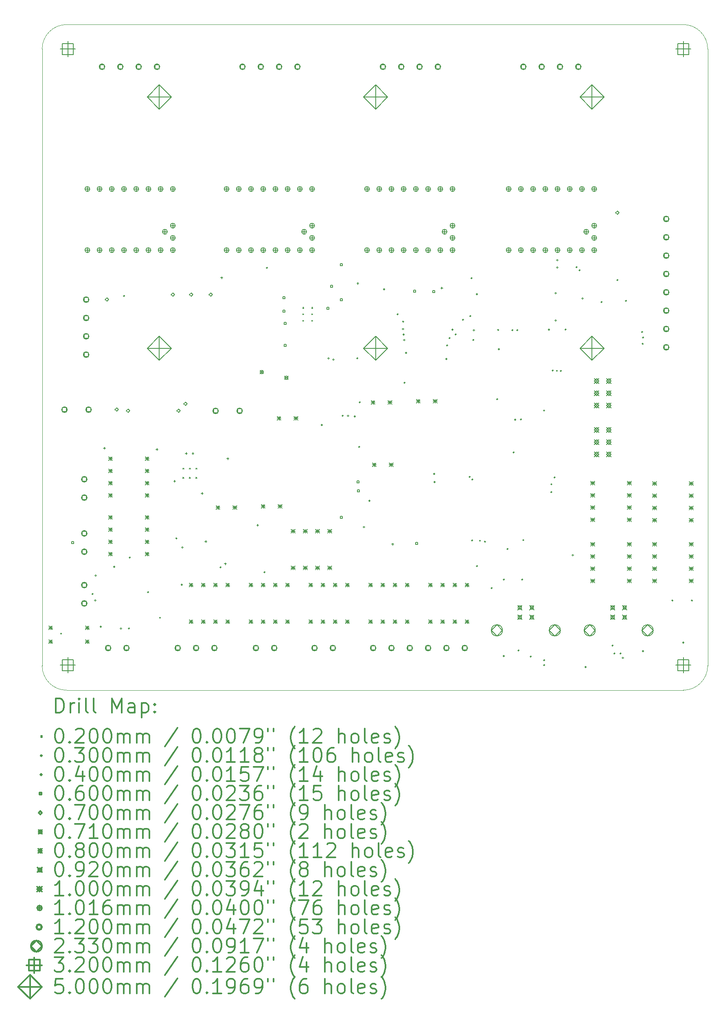
<source format=gbr>
%FSLAX45Y45*%
G04 Gerber Fmt 4.5, Leading zero omitted, Abs format (unit mm)*
G04 Created by KiCad (PCBNEW (5.1.10)-1) date 2021-11-04 11:44:27*
%MOMM*%
%LPD*%
G01*
G04 APERTURE LIST*
%TA.AperFunction,Profile*%
%ADD10C,0.050000*%
%TD*%
%ADD11C,0.200000*%
%ADD12C,0.300000*%
G04 APERTURE END LIST*
D10*
X17272000Y-15862300D02*
X4445000Y-15862300D01*
X4445000Y-15862300D02*
G75*
G02*
X3937000Y-15354300I0J508000D01*
G01*
X3937000Y-2540000D02*
X3937000Y-15354300D01*
X17780000Y-15354300D02*
G75*
G02*
X17272000Y-15862300I-508000J0D01*
G01*
X17780000Y-2540000D02*
X17780000Y-15354300D01*
X3937000Y-2540000D02*
G75*
G02*
X4445000Y-2032000I508000J0D01*
G01*
X17272000Y-2032000D02*
G75*
G02*
X17780000Y-2540000I0J-508000D01*
G01*
X17272000Y-2032000D02*
X4445000Y-2032000D01*
D11*
X6865400Y-11248800D02*
X6885400Y-11268800D01*
X6885400Y-11248800D02*
X6865400Y-11268800D01*
X6865400Y-11438800D02*
X6885400Y-11458800D01*
X6885400Y-11438800D02*
X6865400Y-11458800D01*
X7000400Y-11248800D02*
X7020400Y-11268800D01*
X7020400Y-11248800D02*
X7000400Y-11268800D01*
X7000400Y-11438800D02*
X7020400Y-11458800D01*
X7020400Y-11438800D02*
X7000400Y-11458800D01*
X7135400Y-11248800D02*
X7155400Y-11268800D01*
X7155400Y-11248800D02*
X7135400Y-11268800D01*
X7135400Y-11438800D02*
X7155400Y-11458800D01*
X7155400Y-11438800D02*
X7135400Y-11458800D01*
X9356500Y-7906800D02*
X9376500Y-7926800D01*
X9376500Y-7906800D02*
X9356500Y-7926800D01*
X9356500Y-8041800D02*
X9376500Y-8061800D01*
X9376500Y-8041800D02*
X9356500Y-8061800D01*
X9356500Y-8176800D02*
X9376500Y-8196800D01*
X9376500Y-8176800D02*
X9356500Y-8196800D01*
X9546500Y-7906800D02*
X9566500Y-7926800D01*
X9566500Y-7906800D02*
X9546500Y-7926800D01*
X9546500Y-8041800D02*
X9566500Y-8061800D01*
X9566500Y-8041800D02*
X9546500Y-8061800D01*
X9546500Y-8176800D02*
X9566500Y-8196800D01*
X9566500Y-8176800D02*
X9546500Y-8196800D01*
X4345700Y-14687550D02*
G75*
G03*
X4345700Y-14687550I-15000J0D01*
G01*
X4999750Y-13862050D02*
G75*
G03*
X4999750Y-13862050I-15000J0D01*
G01*
X5056745Y-13995852D02*
G75*
G03*
X5056745Y-13995852I-15000J0D01*
G01*
X5063000Y-13481050D02*
G75*
G03*
X5063000Y-13481050I-15000J0D01*
G01*
X5171200Y-14541500D02*
G75*
G03*
X5171200Y-14541500I-15000J0D01*
G01*
X5450600Y-13296900D02*
G75*
G03*
X5450600Y-13296900I-15000J0D01*
G01*
X5590300Y-14579600D02*
G75*
G03*
X5590300Y-14579600I-15000J0D01*
G01*
X5653800Y-7670800D02*
G75*
G03*
X5653800Y-7670800I-15000J0D01*
G01*
X5755400Y-14579600D02*
G75*
G03*
X5755400Y-14579600I-15000J0D01*
G01*
X5774450Y-13106400D02*
G75*
G03*
X5774450Y-13106400I-15000J0D01*
G01*
X6155450Y-13823950D02*
G75*
G03*
X6155450Y-13823950I-15000J0D01*
G01*
X6403100Y-14357350D02*
G75*
G03*
X6403100Y-14357350I-15000J0D01*
G01*
X6743081Y-12709269D02*
G75*
G03*
X6743081Y-12709269I-15000J0D01*
G01*
X6853950Y-13671550D02*
G75*
G03*
X6853950Y-13671550I-15000J0D01*
G01*
X6866650Y-12896850D02*
G75*
G03*
X6866650Y-12896850I-15000J0D01*
G01*
X7660400Y-13309600D02*
G75*
G03*
X7660400Y-13309600I-15000J0D01*
G01*
X8574800Y-13411200D02*
G75*
G03*
X8574800Y-13411200I-15000J0D01*
G01*
X8625600Y-7086600D02*
G75*
G03*
X8625600Y-7086600I-15000J0D01*
G01*
X9768600Y-10350500D02*
G75*
G03*
X9768600Y-10350500I-15000J0D01*
G01*
X9908300Y-8966200D02*
G75*
G03*
X9908300Y-8966200I-15000J0D01*
G01*
X10009900Y-8991600D02*
G75*
G03*
X10009900Y-8991600I-15000J0D01*
G01*
X10200400Y-10160000D02*
G75*
G03*
X10200400Y-10160000I-15000J0D01*
G01*
X10314700Y-10160000D02*
G75*
G03*
X10314700Y-10160000I-15000J0D01*
G01*
X10454400Y-10172700D02*
G75*
G03*
X10454400Y-10172700I-15000J0D01*
G01*
X10505200Y-8966200D02*
G75*
G03*
X10505200Y-8966200I-15000J0D01*
G01*
X10543300Y-10807700D02*
G75*
G03*
X10543300Y-10807700I-15000J0D01*
G01*
X10556000Y-9880600D02*
G75*
G03*
X10556000Y-9880600I-15000J0D01*
G01*
X10644900Y-12471400D02*
G75*
G03*
X10644900Y-12471400I-15000J0D01*
G01*
X10759200Y-11925300D02*
G75*
G03*
X10759200Y-11925300I-15000J0D01*
G01*
X11064000Y-7531100D02*
G75*
G03*
X11064000Y-7531100I-15000J0D01*
G01*
X11343400Y-8051800D02*
G75*
G03*
X11343400Y-8051800I-15000J0D01*
G01*
X11457700Y-8356600D02*
G75*
G03*
X11457700Y-8356600I-15000J0D01*
G01*
X11460298Y-8204200D02*
G75*
G03*
X11460298Y-8204200I-15000J0D01*
G01*
X11470400Y-8470900D02*
G75*
G03*
X11470400Y-8470900I-15000J0D01*
G01*
X11483100Y-8585200D02*
G75*
G03*
X11483100Y-8585200I-15000J0D01*
G01*
X11489002Y-9474200D02*
G75*
G03*
X11489002Y-9474200I-15000J0D01*
G01*
X11521200Y-8851900D02*
G75*
G03*
X11521200Y-8851900I-15000J0D01*
G01*
X12106801Y-11367900D02*
G75*
G03*
X12106801Y-11367900I-15000J0D01*
G01*
X12111750Y-11537950D02*
G75*
G03*
X12111750Y-11537950I-15000J0D01*
G01*
X12359401Y-8978900D02*
G75*
G03*
X12359401Y-8978900I-15000J0D01*
G01*
X12372100Y-8699500D02*
G75*
G03*
X12372100Y-8699500I-15000J0D01*
G01*
X12422900Y-8547100D02*
G75*
G03*
X12422900Y-8547100I-15000J0D01*
G01*
X12486400Y-8369300D02*
G75*
G03*
X12486400Y-8369300I-15000J0D01*
G01*
X12549900Y-8470900D02*
G75*
G03*
X12549900Y-8470900I-15000J0D01*
G01*
X12702300Y-8166100D02*
G75*
G03*
X12702300Y-8166100I-15000J0D01*
G01*
X12842000Y-11430000D02*
G75*
G03*
X12842000Y-11430000I-15000J0D01*
G01*
X12854700Y-8089900D02*
G75*
G03*
X12854700Y-8089900I-15000J0D01*
G01*
X12880100Y-7302500D02*
G75*
G03*
X12880100Y-7302500I-15000J0D01*
G01*
X12892800Y-12750800D02*
G75*
G03*
X12892800Y-12750800I-15000J0D01*
G01*
X12898569Y-11486569D02*
G75*
G03*
X12898569Y-11486569I-15000J0D01*
G01*
X12918200Y-8585200D02*
G75*
G03*
X12918200Y-8585200I-15000J0D01*
G01*
X12930900Y-8382000D02*
G75*
G03*
X12930900Y-8382000I-15000J0D01*
G01*
X12994400Y-7632700D02*
G75*
G03*
X12994400Y-7632700I-15000J0D01*
G01*
X12994400Y-13284200D02*
G75*
G03*
X12994400Y-13284200I-15000J0D01*
G01*
X13057900Y-12757150D02*
G75*
G03*
X13057900Y-12757150I-15000J0D01*
G01*
X13160500Y-12776200D02*
G75*
G03*
X13160500Y-12776200I-15000J0D01*
G01*
X13299200Y-13741400D02*
G75*
G03*
X13299200Y-13741400I-15000J0D01*
G01*
X13413500Y-9817100D02*
G75*
G03*
X13413500Y-9817100I-15000J0D01*
G01*
X13436670Y-8379367D02*
G75*
G03*
X13436670Y-8379367I-15000J0D01*
G01*
X13451600Y-8775700D02*
G75*
G03*
X13451600Y-8775700I-15000J0D01*
G01*
X13553200Y-13563600D02*
G75*
G03*
X13553200Y-13563600I-15000J0D01*
G01*
X13553200Y-15151100D02*
G75*
G03*
X13553200Y-15151100I-15000J0D01*
G01*
X13629400Y-12928600D02*
G75*
G03*
X13629400Y-12928600I-15000J0D01*
G01*
X13731000Y-8382000D02*
G75*
G03*
X13731000Y-8382000I-15000J0D01*
G01*
X13756400Y-10922000D02*
G75*
G03*
X13756400Y-10922000I-15000J0D01*
G01*
X13788150Y-10242550D02*
G75*
G03*
X13788150Y-10242550I-15000J0D01*
G01*
X13832600Y-8382000D02*
G75*
G03*
X13832600Y-8382000I-15000J0D01*
G01*
X13858000Y-15036800D02*
G75*
G03*
X13858000Y-15036800I-15000J0D01*
G01*
X13908800Y-10236200D02*
G75*
G03*
X13908800Y-10236200I-15000J0D01*
G01*
X13934200Y-13563600D02*
G75*
G03*
X13934200Y-13563600I-15000J0D01*
G01*
X13959600Y-12744450D02*
G75*
G03*
X13959600Y-12744450I-15000J0D01*
G01*
X14112000Y-15163800D02*
G75*
G03*
X14112000Y-15163800I-15000J0D01*
G01*
X14391400Y-10052050D02*
G75*
G03*
X14391400Y-10052050I-15000J0D01*
G01*
X14391400Y-15240000D02*
G75*
G03*
X14391400Y-15240000I-15000J0D01*
G01*
X14391400Y-15341600D02*
G75*
G03*
X14391400Y-15341600I-15000J0D01*
G01*
X14493000Y-8369300D02*
G75*
G03*
X14493000Y-8369300I-15000J0D01*
G01*
X14542400Y-11746100D02*
G75*
G03*
X14542400Y-11746100I-15000J0D01*
G01*
X14544799Y-11584291D02*
G75*
G03*
X14544799Y-11584291I-15000J0D01*
G01*
X14569200Y-9220200D02*
G75*
G03*
X14569200Y-9220200I-15000J0D01*
G01*
X14607300Y-11442700D02*
G75*
G03*
X14607300Y-11442700I-15000J0D01*
G01*
X14632700Y-7613650D02*
G75*
G03*
X14632700Y-7613650I-15000J0D01*
G01*
X14632700Y-8178800D02*
G75*
G03*
X14632700Y-8178800I-15000J0D01*
G01*
X14658100Y-9226550D02*
G75*
G03*
X14658100Y-9226550I-15000J0D01*
G01*
X14664450Y-6927850D02*
G75*
G03*
X14664450Y-6927850I-15000J0D01*
G01*
X14664450Y-7080250D02*
G75*
G03*
X14664450Y-7080250I-15000J0D01*
G01*
X14740650Y-9226550D02*
G75*
G03*
X14740650Y-9226550I-15000J0D01*
G01*
X14837099Y-8369300D02*
G75*
G03*
X14837099Y-8369300I-15000J0D01*
G01*
X14986730Y-13057170D02*
G75*
G03*
X14986730Y-13057170I-15000J0D01*
G01*
X15064500Y-7073900D02*
G75*
G03*
X15064500Y-7073900I-15000J0D01*
G01*
X15128000Y-7137400D02*
G75*
G03*
X15128000Y-7137400I-15000J0D01*
G01*
X15191500Y-7721600D02*
G75*
G03*
X15191500Y-7721600I-15000J0D01*
G01*
X15255000Y-15379700D02*
G75*
G03*
X15255000Y-15379700I-15000J0D01*
G01*
X15585200Y-7797800D02*
G75*
G03*
X15585200Y-7797800I-15000J0D01*
G01*
X15813800Y-14935200D02*
G75*
G03*
X15813800Y-14935200I-15000J0D01*
G01*
X15852900Y-15100300D02*
G75*
G03*
X15852900Y-15100300I-15000J0D01*
G01*
X15915400Y-7340600D02*
G75*
G03*
X15915400Y-7340600I-15000J0D01*
G01*
X15978900Y-15100300D02*
G75*
G03*
X15978900Y-15100300I-15000J0D01*
G01*
X16029700Y-15189200D02*
G75*
G03*
X16029700Y-15189200I-15000J0D01*
G01*
X16093200Y-7772400D02*
G75*
G03*
X16093200Y-7772400I-15000J0D01*
G01*
X16429750Y-8420100D02*
G75*
G03*
X16429750Y-8420100I-15000J0D01*
G01*
X16440900Y-8665001D02*
G75*
G03*
X16440900Y-8665001I-15000J0D01*
G01*
X16448800Y-8534400D02*
G75*
G03*
X16448800Y-8534400I-15000J0D01*
G01*
X16448800Y-15049500D02*
G75*
G03*
X16448800Y-15049500I-15000J0D01*
G01*
X17058400Y-13999050D02*
G75*
G03*
X17058400Y-13999050I-15000J0D01*
G01*
X17287000Y-14871700D02*
G75*
G03*
X17287000Y-14871700I-15000J0D01*
G01*
X17464800Y-13999050D02*
G75*
G03*
X17464800Y-13999050I-15000J0D01*
G01*
X5232400Y-10813100D02*
X5232400Y-10853100D01*
X5212400Y-10833100D02*
X5252400Y-10833100D01*
X6324600Y-10838500D02*
X6324600Y-10878500D01*
X6304600Y-10858500D02*
X6344600Y-10858500D01*
X6692900Y-11498900D02*
X6692900Y-11538900D01*
X6672900Y-11518900D02*
X6712900Y-11518900D01*
X6934200Y-10923500D02*
X6934200Y-10963500D01*
X6914200Y-10943500D02*
X6954200Y-10943500D01*
X7073900Y-10923500D02*
X7073900Y-10963500D01*
X7053900Y-10943500D02*
X7093900Y-10943500D01*
X7266304Y-11750996D02*
X7266304Y-11790996D01*
X7246304Y-11770996D02*
X7286304Y-11770996D01*
X7340966Y-12752300D02*
X7340966Y-12792300D01*
X7320966Y-12772300D02*
X7360966Y-12772300D01*
X7670800Y-7269800D02*
X7670800Y-7309800D01*
X7650800Y-7289800D02*
X7690800Y-7289800D01*
X7747000Y-13213400D02*
X7747000Y-13253400D01*
X7727000Y-13233400D02*
X7767000Y-13233400D01*
X7797800Y-11029000D02*
X7797800Y-11069000D01*
X7777800Y-11049000D02*
X7817800Y-11049000D01*
X8420100Y-12413300D02*
X8420100Y-12453300D01*
X8400100Y-12433300D02*
X8440100Y-12433300D01*
X10502900Y-7388404D02*
X10502900Y-7428404D01*
X10482900Y-7408404D02*
X10522900Y-7408404D01*
X11226800Y-12807000D02*
X11226800Y-12847000D01*
X11206800Y-12827000D02*
X11246800Y-12827000D01*
X12250001Y-7485700D02*
X12250001Y-7525700D01*
X12230001Y-7505700D02*
X12270001Y-7505700D01*
X4593213Y-12816463D02*
X4593213Y-12774037D01*
X4550787Y-12774037D01*
X4550787Y-12816463D01*
X4593213Y-12816463D01*
X8987413Y-7730113D02*
X8987413Y-7687687D01*
X8944987Y-7687687D01*
X8944987Y-7730113D01*
X8987413Y-7730113D01*
X8987413Y-8009513D02*
X8987413Y-7967087D01*
X8944987Y-7967087D01*
X8944987Y-8009513D01*
X8987413Y-8009513D01*
X9012813Y-8263513D02*
X9012813Y-8221087D01*
X8970387Y-8221087D01*
X8970387Y-8263513D01*
X9012813Y-8263513D01*
X9012814Y-8714614D02*
X9012814Y-8672188D01*
X8970387Y-8672188D01*
X8970387Y-8714614D01*
X9012814Y-8714614D01*
X9901813Y-7946013D02*
X9901813Y-7903587D01*
X9859387Y-7903587D01*
X9859387Y-7946013D01*
X9901813Y-7946013D01*
X9978013Y-7488813D02*
X9978013Y-7446387D01*
X9935587Y-7446387D01*
X9935587Y-7488813D01*
X9978013Y-7488813D01*
X10181213Y-7044313D02*
X10181213Y-7001887D01*
X10138787Y-7001887D01*
X10138787Y-7044313D01*
X10181213Y-7044313D01*
X10181213Y-7768213D02*
X10181213Y-7725787D01*
X10138787Y-7725787D01*
X10138787Y-7768213D01*
X10181213Y-7768213D01*
X10181213Y-12289413D02*
X10181213Y-12246987D01*
X10138787Y-12246987D01*
X10138787Y-12289413D01*
X10181213Y-12289413D01*
X10524113Y-11552813D02*
X10524113Y-11510387D01*
X10481687Y-11510387D01*
X10481687Y-11552813D01*
X10524113Y-11552813D01*
X10536813Y-11743313D02*
X10536813Y-11700887D01*
X10494387Y-11700887D01*
X10494387Y-11743313D01*
X10536813Y-11743313D01*
X11705213Y-7590413D02*
X11705213Y-7547987D01*
X11662787Y-7547987D01*
X11662787Y-7590413D01*
X11705213Y-7590413D01*
X11743313Y-12835513D02*
X11743313Y-12793087D01*
X11700887Y-12793087D01*
X11700887Y-12835513D01*
X11743313Y-12835513D01*
X12098913Y-7603113D02*
X12098913Y-7560687D01*
X12056487Y-7560687D01*
X12056487Y-7603113D01*
X12098913Y-7603113D01*
X5283200Y-7782000D02*
X5318200Y-7747000D01*
X5283200Y-7712000D01*
X5248200Y-7747000D01*
X5283200Y-7782000D01*
X5486400Y-10068000D02*
X5521400Y-10033000D01*
X5486400Y-9998000D01*
X5451400Y-10033000D01*
X5486400Y-10068000D01*
X5723400Y-10093400D02*
X5758400Y-10058400D01*
X5723400Y-10023400D01*
X5688400Y-10058400D01*
X5723400Y-10093400D01*
X6654800Y-7680400D02*
X6689800Y-7645400D01*
X6654800Y-7610400D01*
X6619800Y-7645400D01*
X6654800Y-7680400D01*
X6773400Y-10093400D02*
X6808400Y-10058400D01*
X6773400Y-10023400D01*
X6738400Y-10058400D01*
X6773400Y-10093400D01*
X6917300Y-9949500D02*
X6952300Y-9914500D01*
X6917300Y-9879500D01*
X6882300Y-9914500D01*
X6917300Y-9949500D01*
X7035800Y-7680400D02*
X7070800Y-7645400D01*
X7035800Y-7610400D01*
X7000800Y-7645400D01*
X7035800Y-7680400D01*
X7442200Y-7680400D02*
X7477200Y-7645400D01*
X7442200Y-7610400D01*
X7407200Y-7645400D01*
X7442200Y-7680400D01*
X15900400Y-5978600D02*
X15935400Y-5943600D01*
X15900400Y-5908600D01*
X15865400Y-5943600D01*
X15900400Y-5978600D01*
X8471500Y-9217100D02*
X8542500Y-9288100D01*
X8542500Y-9217100D02*
X8471500Y-9288100D01*
X8542500Y-9252600D02*
G75*
G03*
X8542500Y-9252600I-35500J0D01*
G01*
X8981500Y-9337100D02*
X9052500Y-9408100D01*
X9052500Y-9337100D02*
X8981500Y-9408100D01*
X9052500Y-9372600D02*
G75*
G03*
X9052500Y-9372600I-35500J0D01*
G01*
X4074800Y-14526900D02*
X4154800Y-14606900D01*
X4154800Y-14526900D02*
X4074800Y-14606900D01*
X4114800Y-14526900D02*
X4114800Y-14606900D01*
X4074800Y-14566900D02*
X4154800Y-14566900D01*
X4074800Y-14812650D02*
X4154800Y-14892650D01*
X4154800Y-14812650D02*
X4074800Y-14892650D01*
X4114800Y-14812650D02*
X4114800Y-14892650D01*
X4074800Y-14852650D02*
X4154800Y-14852650D01*
X4836800Y-14526900D02*
X4916800Y-14606900D01*
X4916800Y-14526900D02*
X4836800Y-14606900D01*
X4876800Y-14526900D02*
X4876800Y-14606900D01*
X4836800Y-14566900D02*
X4916800Y-14566900D01*
X4836800Y-14812650D02*
X4916800Y-14892650D01*
X4916800Y-14812650D02*
X4836800Y-14892650D01*
X4876800Y-14812650D02*
X4876800Y-14892650D01*
X4836800Y-14852650D02*
X4916800Y-14852650D01*
X5319400Y-11009000D02*
X5399400Y-11089000D01*
X5399400Y-11009000D02*
X5319400Y-11089000D01*
X5359400Y-11009000D02*
X5359400Y-11089000D01*
X5319400Y-11049000D02*
X5399400Y-11049000D01*
X5319400Y-11263000D02*
X5399400Y-11343000D01*
X5399400Y-11263000D02*
X5319400Y-11343000D01*
X5359400Y-11263000D02*
X5359400Y-11343000D01*
X5319400Y-11303000D02*
X5399400Y-11303000D01*
X5319400Y-11517000D02*
X5399400Y-11597000D01*
X5399400Y-11517000D02*
X5319400Y-11597000D01*
X5359400Y-11517000D02*
X5359400Y-11597000D01*
X5319400Y-11557000D02*
X5399400Y-11557000D01*
X5319400Y-11771000D02*
X5399400Y-11851000D01*
X5399400Y-11771000D02*
X5319400Y-11851000D01*
X5359400Y-11771000D02*
X5359400Y-11851000D01*
X5319400Y-11811000D02*
X5399400Y-11811000D01*
X5319400Y-12228200D02*
X5399400Y-12308200D01*
X5399400Y-12228200D02*
X5319400Y-12308200D01*
X5359400Y-12228200D02*
X5359400Y-12308200D01*
X5319400Y-12268200D02*
X5399400Y-12268200D01*
X5319400Y-12482200D02*
X5399400Y-12562200D01*
X5399400Y-12482200D02*
X5319400Y-12562200D01*
X5359400Y-12482200D02*
X5359400Y-12562200D01*
X5319400Y-12522200D02*
X5399400Y-12522200D01*
X5319400Y-12736200D02*
X5399400Y-12816200D01*
X5399400Y-12736200D02*
X5319400Y-12816200D01*
X5359400Y-12736200D02*
X5359400Y-12816200D01*
X5319400Y-12776200D02*
X5399400Y-12776200D01*
X5319400Y-12990200D02*
X5399400Y-13070200D01*
X5399400Y-12990200D02*
X5319400Y-13070200D01*
X5359400Y-12990200D02*
X5359400Y-13070200D01*
X5319400Y-13030200D02*
X5399400Y-13030200D01*
X6081400Y-11009000D02*
X6161400Y-11089000D01*
X6161400Y-11009000D02*
X6081400Y-11089000D01*
X6121400Y-11009000D02*
X6121400Y-11089000D01*
X6081400Y-11049000D02*
X6161400Y-11049000D01*
X6081400Y-11263000D02*
X6161400Y-11343000D01*
X6161400Y-11263000D02*
X6081400Y-11343000D01*
X6121400Y-11263000D02*
X6121400Y-11343000D01*
X6081400Y-11303000D02*
X6161400Y-11303000D01*
X6081400Y-11517000D02*
X6161400Y-11597000D01*
X6161400Y-11517000D02*
X6081400Y-11597000D01*
X6121400Y-11517000D02*
X6121400Y-11597000D01*
X6081400Y-11557000D02*
X6161400Y-11557000D01*
X6081400Y-11771000D02*
X6161400Y-11851000D01*
X6161400Y-11771000D02*
X6081400Y-11851000D01*
X6121400Y-11771000D02*
X6121400Y-11851000D01*
X6081400Y-11811000D02*
X6161400Y-11811000D01*
X6081400Y-12228200D02*
X6161400Y-12308200D01*
X6161400Y-12228200D02*
X6081400Y-12308200D01*
X6121400Y-12228200D02*
X6121400Y-12308200D01*
X6081400Y-12268200D02*
X6161400Y-12268200D01*
X6081400Y-12482200D02*
X6161400Y-12562200D01*
X6161400Y-12482200D02*
X6081400Y-12562200D01*
X6121400Y-12482200D02*
X6121400Y-12562200D01*
X6081400Y-12522200D02*
X6161400Y-12522200D01*
X6081400Y-12736200D02*
X6161400Y-12816200D01*
X6161400Y-12736200D02*
X6081400Y-12816200D01*
X6121400Y-12736200D02*
X6121400Y-12816200D01*
X6081400Y-12776200D02*
X6161400Y-12776200D01*
X6081400Y-12990200D02*
X6161400Y-13070200D01*
X6161400Y-12990200D02*
X6081400Y-13070200D01*
X6121400Y-12990200D02*
X6121400Y-13070200D01*
X6081400Y-13030200D02*
X6161400Y-13030200D01*
X6995800Y-13637900D02*
X7075800Y-13717900D01*
X7075800Y-13637900D02*
X6995800Y-13717900D01*
X7035800Y-13637900D02*
X7035800Y-13717900D01*
X6995800Y-13677900D02*
X7075800Y-13677900D01*
X6995800Y-14399900D02*
X7075800Y-14479900D01*
X7075800Y-14399900D02*
X6995800Y-14479900D01*
X7035800Y-14399900D02*
X7035800Y-14479900D01*
X6995800Y-14439900D02*
X7075800Y-14439900D01*
X7249800Y-13637900D02*
X7329800Y-13717900D01*
X7329800Y-13637900D02*
X7249800Y-13717900D01*
X7289800Y-13637900D02*
X7289800Y-13717900D01*
X7249800Y-13677900D02*
X7329800Y-13677900D01*
X7249800Y-14399900D02*
X7329800Y-14479900D01*
X7329800Y-14399900D02*
X7249800Y-14479900D01*
X7289800Y-14399900D02*
X7289800Y-14479900D01*
X7249800Y-14439900D02*
X7329800Y-14439900D01*
X7503800Y-13637900D02*
X7583800Y-13717900D01*
X7583800Y-13637900D02*
X7503800Y-13717900D01*
X7543800Y-13637900D02*
X7543800Y-13717900D01*
X7503800Y-13677900D02*
X7583800Y-13677900D01*
X7503800Y-14399900D02*
X7583800Y-14479900D01*
X7583800Y-14399900D02*
X7503800Y-14479900D01*
X7543800Y-14399900D02*
X7543800Y-14479900D01*
X7503800Y-14439900D02*
X7583800Y-14439900D01*
X7554600Y-12025000D02*
X7634600Y-12105000D01*
X7634600Y-12025000D02*
X7554600Y-12105000D01*
X7594600Y-12025000D02*
X7594600Y-12105000D01*
X7554600Y-12065000D02*
X7634600Y-12065000D01*
X7757800Y-13637900D02*
X7837800Y-13717900D01*
X7837800Y-13637900D02*
X7757800Y-13717900D01*
X7797800Y-13637900D02*
X7797800Y-13717900D01*
X7757800Y-13677900D02*
X7837800Y-13677900D01*
X7757800Y-14399900D02*
X7837800Y-14479900D01*
X7837800Y-14399900D02*
X7757800Y-14479900D01*
X7797800Y-14399900D02*
X7797800Y-14479900D01*
X7757800Y-14439900D02*
X7837800Y-14439900D01*
X7904600Y-12025000D02*
X7984600Y-12105000D01*
X7984600Y-12025000D02*
X7904600Y-12105000D01*
X7944600Y-12025000D02*
X7944600Y-12105000D01*
X7904600Y-12065000D02*
X7984600Y-12065000D01*
X8240400Y-13637900D02*
X8320400Y-13717900D01*
X8320400Y-13637900D02*
X8240400Y-13717900D01*
X8280400Y-13637900D02*
X8280400Y-13717900D01*
X8240400Y-13677900D02*
X8320400Y-13677900D01*
X8240400Y-14399900D02*
X8320400Y-14479900D01*
X8320400Y-14399900D02*
X8240400Y-14479900D01*
X8280400Y-14399900D02*
X8280400Y-14479900D01*
X8240400Y-14439900D02*
X8320400Y-14439900D01*
X8494400Y-11999600D02*
X8574400Y-12079600D01*
X8574400Y-11999600D02*
X8494400Y-12079600D01*
X8534400Y-11999600D02*
X8534400Y-12079600D01*
X8494400Y-12039600D02*
X8574400Y-12039600D01*
X8494400Y-13637900D02*
X8574400Y-13717900D01*
X8574400Y-13637900D02*
X8494400Y-13717900D01*
X8534400Y-13637900D02*
X8534400Y-13717900D01*
X8494400Y-13677900D02*
X8574400Y-13677900D01*
X8494400Y-14399900D02*
X8574400Y-14479900D01*
X8574400Y-14399900D02*
X8494400Y-14479900D01*
X8534400Y-14399900D02*
X8534400Y-14479900D01*
X8494400Y-14439900D02*
X8574400Y-14439900D01*
X8748400Y-13637900D02*
X8828400Y-13717900D01*
X8828400Y-13637900D02*
X8748400Y-13717900D01*
X8788400Y-13637900D02*
X8788400Y-13717900D01*
X8748400Y-13677900D02*
X8828400Y-13677900D01*
X8748400Y-14399900D02*
X8828400Y-14479900D01*
X8828400Y-14399900D02*
X8748400Y-14479900D01*
X8788400Y-14399900D02*
X8788400Y-14479900D01*
X8748400Y-14439900D02*
X8828400Y-14439900D01*
X8824600Y-10170800D02*
X8904600Y-10250800D01*
X8904600Y-10170800D02*
X8824600Y-10250800D01*
X8864600Y-10170800D02*
X8864600Y-10250800D01*
X8824600Y-10210800D02*
X8904600Y-10210800D01*
X8844400Y-11999600D02*
X8924400Y-12079600D01*
X8924400Y-11999600D02*
X8844400Y-12079600D01*
X8884400Y-11999600D02*
X8884400Y-12079600D01*
X8844400Y-12039600D02*
X8924400Y-12039600D01*
X9002400Y-13637900D02*
X9082400Y-13717900D01*
X9082400Y-13637900D02*
X9002400Y-13717900D01*
X9042400Y-13637900D02*
X9042400Y-13717900D01*
X9002400Y-13677900D02*
X9082400Y-13677900D01*
X9002400Y-14399900D02*
X9082400Y-14479900D01*
X9082400Y-14399900D02*
X9002400Y-14479900D01*
X9042400Y-14399900D02*
X9042400Y-14479900D01*
X9002400Y-14439900D02*
X9082400Y-14439900D01*
X9116700Y-12520300D02*
X9196700Y-12600300D01*
X9196700Y-12520300D02*
X9116700Y-12600300D01*
X9156700Y-12520300D02*
X9156700Y-12600300D01*
X9116700Y-12560300D02*
X9196700Y-12560300D01*
X9116700Y-13282300D02*
X9196700Y-13362300D01*
X9196700Y-13282300D02*
X9116700Y-13362300D01*
X9156700Y-13282300D02*
X9156700Y-13362300D01*
X9116700Y-13322300D02*
X9196700Y-13322300D01*
X9174600Y-10170800D02*
X9254600Y-10250800D01*
X9254600Y-10170800D02*
X9174600Y-10250800D01*
X9214600Y-10170800D02*
X9214600Y-10250800D01*
X9174600Y-10210800D02*
X9254600Y-10210800D01*
X9370700Y-12520300D02*
X9450700Y-12600300D01*
X9450700Y-12520300D02*
X9370700Y-12600300D01*
X9410700Y-12520300D02*
X9410700Y-12600300D01*
X9370700Y-12560300D02*
X9450700Y-12560300D01*
X9370700Y-13282300D02*
X9450700Y-13362300D01*
X9450700Y-13282300D02*
X9370700Y-13362300D01*
X9410700Y-13282300D02*
X9410700Y-13362300D01*
X9370700Y-13322300D02*
X9450700Y-13322300D01*
X9485000Y-13637900D02*
X9565000Y-13717900D01*
X9565000Y-13637900D02*
X9485000Y-13717900D01*
X9525000Y-13637900D02*
X9525000Y-13717900D01*
X9485000Y-13677900D02*
X9565000Y-13677900D01*
X9485000Y-14399900D02*
X9565000Y-14479900D01*
X9565000Y-14399900D02*
X9485000Y-14479900D01*
X9525000Y-14399900D02*
X9525000Y-14479900D01*
X9485000Y-14439900D02*
X9565000Y-14439900D01*
X9624700Y-12520300D02*
X9704700Y-12600300D01*
X9704700Y-12520300D02*
X9624700Y-12600300D01*
X9664700Y-12520300D02*
X9664700Y-12600300D01*
X9624700Y-12560300D02*
X9704700Y-12560300D01*
X9624700Y-13282300D02*
X9704700Y-13362300D01*
X9704700Y-13282300D02*
X9624700Y-13362300D01*
X9664700Y-13282300D02*
X9664700Y-13362300D01*
X9624700Y-13322300D02*
X9704700Y-13322300D01*
X9739000Y-13637900D02*
X9819000Y-13717900D01*
X9819000Y-13637900D02*
X9739000Y-13717900D01*
X9779000Y-13637900D02*
X9779000Y-13717900D01*
X9739000Y-13677900D02*
X9819000Y-13677900D01*
X9739000Y-14399900D02*
X9819000Y-14479900D01*
X9819000Y-14399900D02*
X9739000Y-14479900D01*
X9779000Y-14399900D02*
X9779000Y-14479900D01*
X9739000Y-14439900D02*
X9819000Y-14439900D01*
X9878700Y-12520300D02*
X9958700Y-12600300D01*
X9958700Y-12520300D02*
X9878700Y-12600300D01*
X9918700Y-12520300D02*
X9918700Y-12600300D01*
X9878700Y-12560300D02*
X9958700Y-12560300D01*
X9878700Y-13282300D02*
X9958700Y-13362300D01*
X9958700Y-13282300D02*
X9878700Y-13362300D01*
X9918700Y-13282300D02*
X9918700Y-13362300D01*
X9878700Y-13322300D02*
X9958700Y-13322300D01*
X9993000Y-13637900D02*
X10073000Y-13717900D01*
X10073000Y-13637900D02*
X9993000Y-13717900D01*
X10033000Y-13637900D02*
X10033000Y-13717900D01*
X9993000Y-13677900D02*
X10073000Y-13677900D01*
X9993000Y-14399900D02*
X10073000Y-14479900D01*
X10073000Y-14399900D02*
X9993000Y-14479900D01*
X10033000Y-14399900D02*
X10033000Y-14479900D01*
X9993000Y-14439900D02*
X10073000Y-14439900D01*
X10247000Y-13637900D02*
X10327000Y-13717900D01*
X10327000Y-13637900D02*
X10247000Y-13717900D01*
X10287000Y-13637900D02*
X10287000Y-13717900D01*
X10247000Y-13677900D02*
X10327000Y-13677900D01*
X10247000Y-14399900D02*
X10327000Y-14479900D01*
X10327000Y-14399900D02*
X10247000Y-14479900D01*
X10287000Y-14399900D02*
X10287000Y-14479900D01*
X10247000Y-14439900D02*
X10327000Y-14439900D01*
X10729600Y-13637900D02*
X10809600Y-13717900D01*
X10809600Y-13637900D02*
X10729600Y-13717900D01*
X10769600Y-13637900D02*
X10769600Y-13717900D01*
X10729600Y-13677900D02*
X10809600Y-13677900D01*
X10729600Y-14399900D02*
X10809600Y-14479900D01*
X10809600Y-14399900D02*
X10729600Y-14479900D01*
X10769600Y-14399900D02*
X10769600Y-14479900D01*
X10729600Y-14439900D02*
X10809600Y-14439900D01*
X10780400Y-9840600D02*
X10860400Y-9920600D01*
X10860400Y-9840600D02*
X10780400Y-9920600D01*
X10820400Y-9840600D02*
X10820400Y-9920600D01*
X10780400Y-9880600D02*
X10860400Y-9880600D01*
X10805800Y-11136000D02*
X10885800Y-11216000D01*
X10885800Y-11136000D02*
X10805800Y-11216000D01*
X10845800Y-11136000D02*
X10845800Y-11216000D01*
X10805800Y-11176000D02*
X10885800Y-11176000D01*
X10983600Y-13637900D02*
X11063600Y-13717900D01*
X11063600Y-13637900D02*
X10983600Y-13717900D01*
X11023600Y-13637900D02*
X11023600Y-13717900D01*
X10983600Y-13677900D02*
X11063600Y-13677900D01*
X10983600Y-14399900D02*
X11063600Y-14479900D01*
X11063600Y-14399900D02*
X10983600Y-14479900D01*
X11023600Y-14399900D02*
X11023600Y-14479900D01*
X10983600Y-14439900D02*
X11063600Y-14439900D01*
X11130400Y-9840600D02*
X11210400Y-9920600D01*
X11210400Y-9840600D02*
X11130400Y-9920600D01*
X11170400Y-9840600D02*
X11170400Y-9920600D01*
X11130400Y-9880600D02*
X11210400Y-9880600D01*
X11155800Y-11136000D02*
X11235800Y-11216000D01*
X11235800Y-11136000D02*
X11155800Y-11216000D01*
X11195800Y-11136000D02*
X11195800Y-11216000D01*
X11155800Y-11176000D02*
X11235800Y-11176000D01*
X11237600Y-13637900D02*
X11317600Y-13717900D01*
X11317600Y-13637900D02*
X11237600Y-13717900D01*
X11277600Y-13637900D02*
X11277600Y-13717900D01*
X11237600Y-13677900D02*
X11317600Y-13677900D01*
X11237600Y-14399900D02*
X11317600Y-14479900D01*
X11317600Y-14399900D02*
X11237600Y-14479900D01*
X11277600Y-14399900D02*
X11277600Y-14479900D01*
X11237600Y-14439900D02*
X11317600Y-14439900D01*
X11491600Y-13637900D02*
X11571600Y-13717900D01*
X11571600Y-13637900D02*
X11491600Y-13717900D01*
X11531600Y-13637900D02*
X11531600Y-13717900D01*
X11491600Y-13677900D02*
X11571600Y-13677900D01*
X11491600Y-14399900D02*
X11571600Y-14479900D01*
X11571600Y-14399900D02*
X11491600Y-14479900D01*
X11531600Y-14399900D02*
X11531600Y-14479900D01*
X11491600Y-14439900D02*
X11571600Y-14439900D01*
X11720200Y-9815200D02*
X11800200Y-9895200D01*
X11800200Y-9815200D02*
X11720200Y-9895200D01*
X11760200Y-9815200D02*
X11760200Y-9895200D01*
X11720200Y-9855200D02*
X11800200Y-9855200D01*
X11974200Y-13637900D02*
X12054200Y-13717900D01*
X12054200Y-13637900D02*
X11974200Y-13717900D01*
X12014200Y-13637900D02*
X12014200Y-13717900D01*
X11974200Y-13677900D02*
X12054200Y-13677900D01*
X11974200Y-14399900D02*
X12054200Y-14479900D01*
X12054200Y-14399900D02*
X11974200Y-14479900D01*
X12014200Y-14399900D02*
X12014200Y-14479900D01*
X11974200Y-14439900D02*
X12054200Y-14439900D01*
X12070200Y-9815200D02*
X12150200Y-9895200D01*
X12150200Y-9815200D02*
X12070200Y-9895200D01*
X12110200Y-9815200D02*
X12110200Y-9895200D01*
X12070200Y-9855200D02*
X12150200Y-9855200D01*
X12228200Y-13637900D02*
X12308200Y-13717900D01*
X12308200Y-13637900D02*
X12228200Y-13717900D01*
X12268200Y-13637900D02*
X12268200Y-13717900D01*
X12228200Y-13677900D02*
X12308200Y-13677900D01*
X12228200Y-14399900D02*
X12308200Y-14479900D01*
X12308200Y-14399900D02*
X12228200Y-14479900D01*
X12268200Y-14399900D02*
X12268200Y-14479900D01*
X12228200Y-14439900D02*
X12308200Y-14439900D01*
X12482200Y-13637900D02*
X12562200Y-13717900D01*
X12562200Y-13637900D02*
X12482200Y-13717900D01*
X12522200Y-13637900D02*
X12522200Y-13717900D01*
X12482200Y-13677900D02*
X12562200Y-13677900D01*
X12482200Y-14399900D02*
X12562200Y-14479900D01*
X12562200Y-14399900D02*
X12482200Y-14479900D01*
X12522200Y-14399900D02*
X12522200Y-14479900D01*
X12482200Y-14439900D02*
X12562200Y-14439900D01*
X12736200Y-13637900D02*
X12816200Y-13717900D01*
X12816200Y-13637900D02*
X12736200Y-13717900D01*
X12776200Y-13637900D02*
X12776200Y-13717900D01*
X12736200Y-13677900D02*
X12816200Y-13677900D01*
X12736200Y-14399900D02*
X12816200Y-14479900D01*
X12816200Y-14399900D02*
X12736200Y-14479900D01*
X12776200Y-14399900D02*
X12776200Y-14479900D01*
X12736200Y-14439900D02*
X12816200Y-14439900D01*
X15346050Y-11517000D02*
X15426050Y-11597000D01*
X15426050Y-11517000D02*
X15346050Y-11597000D01*
X15386050Y-11517000D02*
X15386050Y-11597000D01*
X15346050Y-11557000D02*
X15426050Y-11557000D01*
X15346050Y-11771000D02*
X15426050Y-11851000D01*
X15426050Y-11771000D02*
X15346050Y-11851000D01*
X15386050Y-11771000D02*
X15386050Y-11851000D01*
X15346050Y-11811000D02*
X15426050Y-11811000D01*
X15346050Y-12025000D02*
X15426050Y-12105000D01*
X15426050Y-12025000D02*
X15346050Y-12105000D01*
X15386050Y-12025000D02*
X15386050Y-12105000D01*
X15346050Y-12065000D02*
X15426050Y-12065000D01*
X15346050Y-12279000D02*
X15426050Y-12359000D01*
X15426050Y-12279000D02*
X15346050Y-12359000D01*
X15386050Y-12279000D02*
X15386050Y-12359000D01*
X15346050Y-12319000D02*
X15426050Y-12319000D01*
X15346050Y-12787000D02*
X15426050Y-12867000D01*
X15426050Y-12787000D02*
X15346050Y-12867000D01*
X15386050Y-12787000D02*
X15386050Y-12867000D01*
X15346050Y-12827000D02*
X15426050Y-12827000D01*
X15346050Y-13041000D02*
X15426050Y-13121000D01*
X15426050Y-13041000D02*
X15346050Y-13121000D01*
X15386050Y-13041000D02*
X15386050Y-13121000D01*
X15346050Y-13081000D02*
X15426050Y-13081000D01*
X15346050Y-13295000D02*
X15426050Y-13375000D01*
X15426050Y-13295000D02*
X15346050Y-13375000D01*
X15386050Y-13295000D02*
X15386050Y-13375000D01*
X15346050Y-13335000D02*
X15426050Y-13335000D01*
X15346050Y-13549000D02*
X15426050Y-13629000D01*
X15426050Y-13549000D02*
X15346050Y-13629000D01*
X15386050Y-13549000D02*
X15386050Y-13629000D01*
X15346050Y-13589000D02*
X15426050Y-13589000D01*
X16108050Y-11517000D02*
X16188050Y-11597000D01*
X16188050Y-11517000D02*
X16108050Y-11597000D01*
X16148050Y-11517000D02*
X16148050Y-11597000D01*
X16108050Y-11557000D02*
X16188050Y-11557000D01*
X16108050Y-11771000D02*
X16188050Y-11851000D01*
X16188050Y-11771000D02*
X16108050Y-11851000D01*
X16148050Y-11771000D02*
X16148050Y-11851000D01*
X16108050Y-11811000D02*
X16188050Y-11811000D01*
X16108050Y-12025000D02*
X16188050Y-12105000D01*
X16188050Y-12025000D02*
X16108050Y-12105000D01*
X16148050Y-12025000D02*
X16148050Y-12105000D01*
X16108050Y-12065000D02*
X16188050Y-12065000D01*
X16108050Y-12279000D02*
X16188050Y-12359000D01*
X16188050Y-12279000D02*
X16108050Y-12359000D01*
X16148050Y-12279000D02*
X16148050Y-12359000D01*
X16108050Y-12319000D02*
X16188050Y-12319000D01*
X16108050Y-12787000D02*
X16188050Y-12867000D01*
X16188050Y-12787000D02*
X16108050Y-12867000D01*
X16148050Y-12787000D02*
X16148050Y-12867000D01*
X16108050Y-12827000D02*
X16188050Y-12827000D01*
X16108050Y-13041000D02*
X16188050Y-13121000D01*
X16188050Y-13041000D02*
X16108050Y-13121000D01*
X16148050Y-13041000D02*
X16148050Y-13121000D01*
X16108050Y-13081000D02*
X16188050Y-13081000D01*
X16108050Y-13295000D02*
X16188050Y-13375000D01*
X16188050Y-13295000D02*
X16108050Y-13375000D01*
X16148050Y-13295000D02*
X16148050Y-13375000D01*
X16108050Y-13335000D02*
X16188050Y-13335000D01*
X16108050Y-13549000D02*
X16188050Y-13629000D01*
X16188050Y-13549000D02*
X16108050Y-13629000D01*
X16148050Y-13549000D02*
X16148050Y-13629000D01*
X16108050Y-13589000D02*
X16188050Y-13589000D01*
X16635100Y-11529700D02*
X16715100Y-11609700D01*
X16715100Y-11529700D02*
X16635100Y-11609700D01*
X16675100Y-11529700D02*
X16675100Y-11609700D01*
X16635100Y-11569700D02*
X16715100Y-11569700D01*
X16635100Y-11783700D02*
X16715100Y-11863700D01*
X16715100Y-11783700D02*
X16635100Y-11863700D01*
X16675100Y-11783700D02*
X16675100Y-11863700D01*
X16635100Y-11823700D02*
X16715100Y-11823700D01*
X16635100Y-12037700D02*
X16715100Y-12117700D01*
X16715100Y-12037700D02*
X16635100Y-12117700D01*
X16675100Y-12037700D02*
X16675100Y-12117700D01*
X16635100Y-12077700D02*
X16715100Y-12077700D01*
X16635100Y-12291700D02*
X16715100Y-12371700D01*
X16715100Y-12291700D02*
X16635100Y-12371700D01*
X16675100Y-12291700D02*
X16675100Y-12371700D01*
X16635100Y-12331700D02*
X16715100Y-12331700D01*
X16635100Y-12787000D02*
X16715100Y-12867000D01*
X16715100Y-12787000D02*
X16635100Y-12867000D01*
X16675100Y-12787000D02*
X16675100Y-12867000D01*
X16635100Y-12827000D02*
X16715100Y-12827000D01*
X16635100Y-13041000D02*
X16715100Y-13121000D01*
X16715100Y-13041000D02*
X16635100Y-13121000D01*
X16675100Y-13041000D02*
X16675100Y-13121000D01*
X16635100Y-13081000D02*
X16715100Y-13081000D01*
X16635100Y-13295000D02*
X16715100Y-13375000D01*
X16715100Y-13295000D02*
X16635100Y-13375000D01*
X16675100Y-13295000D02*
X16675100Y-13375000D01*
X16635100Y-13335000D02*
X16715100Y-13335000D01*
X16635100Y-13549000D02*
X16715100Y-13629000D01*
X16715100Y-13549000D02*
X16635100Y-13629000D01*
X16675100Y-13549000D02*
X16675100Y-13629000D01*
X16635100Y-13589000D02*
X16715100Y-13589000D01*
X17397100Y-11529700D02*
X17477100Y-11609700D01*
X17477100Y-11529700D02*
X17397100Y-11609700D01*
X17437100Y-11529700D02*
X17437100Y-11609700D01*
X17397100Y-11569700D02*
X17477100Y-11569700D01*
X17397100Y-11783700D02*
X17477100Y-11863700D01*
X17477100Y-11783700D02*
X17397100Y-11863700D01*
X17437100Y-11783700D02*
X17437100Y-11863700D01*
X17397100Y-11823700D02*
X17477100Y-11823700D01*
X17397100Y-12037700D02*
X17477100Y-12117700D01*
X17477100Y-12037700D02*
X17397100Y-12117700D01*
X17437100Y-12037700D02*
X17437100Y-12117700D01*
X17397100Y-12077700D02*
X17477100Y-12077700D01*
X17397100Y-12291700D02*
X17477100Y-12371700D01*
X17477100Y-12291700D02*
X17397100Y-12371700D01*
X17437100Y-12291700D02*
X17437100Y-12371700D01*
X17397100Y-12331700D02*
X17477100Y-12331700D01*
X17397100Y-12787000D02*
X17477100Y-12867000D01*
X17477100Y-12787000D02*
X17397100Y-12867000D01*
X17437100Y-12787000D02*
X17437100Y-12867000D01*
X17397100Y-12827000D02*
X17477100Y-12827000D01*
X17397100Y-13041000D02*
X17477100Y-13121000D01*
X17477100Y-13041000D02*
X17397100Y-13121000D01*
X17437100Y-13041000D02*
X17437100Y-13121000D01*
X17397100Y-13081000D02*
X17477100Y-13081000D01*
X17397100Y-13295000D02*
X17477100Y-13375000D01*
X17477100Y-13295000D02*
X17397100Y-13375000D01*
X17437100Y-13295000D02*
X17437100Y-13375000D01*
X17397100Y-13335000D02*
X17477100Y-13335000D01*
X17397100Y-13549000D02*
X17477100Y-13629000D01*
X17477100Y-13549000D02*
X17397100Y-13629000D01*
X17437100Y-13549000D02*
X17437100Y-13629000D01*
X17397100Y-13589000D02*
X17477100Y-13589000D01*
X13826400Y-14101800D02*
X13918400Y-14193800D01*
X13918400Y-14101800D02*
X13826400Y-14193800D01*
X13904927Y-14180327D02*
X13904927Y-14115273D01*
X13839873Y-14115273D01*
X13839873Y-14180327D01*
X13904927Y-14180327D01*
X13826400Y-14301800D02*
X13918400Y-14393800D01*
X13918400Y-14301800D02*
X13826400Y-14393800D01*
X13904927Y-14380327D02*
X13904927Y-14315273D01*
X13839873Y-14315273D01*
X13839873Y-14380327D01*
X13904927Y-14380327D01*
X14076400Y-14101800D02*
X14168400Y-14193800D01*
X14168400Y-14101800D02*
X14076400Y-14193800D01*
X14154927Y-14180327D02*
X14154927Y-14115273D01*
X14089873Y-14115273D01*
X14089873Y-14180327D01*
X14154927Y-14180327D01*
X14076400Y-14301800D02*
X14168400Y-14393800D01*
X14168400Y-14301800D02*
X14076400Y-14393800D01*
X14154927Y-14380327D02*
X14154927Y-14315273D01*
X14089873Y-14315273D01*
X14089873Y-14380327D01*
X14154927Y-14380327D01*
X15756800Y-14101800D02*
X15848800Y-14193800D01*
X15848800Y-14101800D02*
X15756800Y-14193800D01*
X15835327Y-14180327D02*
X15835327Y-14115273D01*
X15770273Y-14115273D01*
X15770273Y-14180327D01*
X15835327Y-14180327D01*
X15756800Y-14301800D02*
X15848800Y-14393800D01*
X15848800Y-14301800D02*
X15756800Y-14393800D01*
X15835327Y-14380327D02*
X15835327Y-14315273D01*
X15770273Y-14315273D01*
X15770273Y-14380327D01*
X15835327Y-14380327D01*
X16006800Y-14101800D02*
X16098800Y-14193800D01*
X16098800Y-14101800D02*
X16006800Y-14193800D01*
X16085327Y-14180327D02*
X16085327Y-14115273D01*
X16020273Y-14115273D01*
X16020273Y-14180327D01*
X16085327Y-14180327D01*
X16006800Y-14301800D02*
X16098800Y-14393800D01*
X16098800Y-14301800D02*
X16006800Y-14393800D01*
X16085327Y-14380327D02*
X16085327Y-14315273D01*
X16020273Y-14315273D01*
X16020273Y-14380327D01*
X16085327Y-14380327D01*
X15418600Y-9386100D02*
X15518600Y-9486100D01*
X15518600Y-9386100D02*
X15418600Y-9486100D01*
X15468600Y-9486100D02*
X15518600Y-9436100D01*
X15468600Y-9386100D01*
X15418600Y-9436100D01*
X15468600Y-9486100D01*
X15418600Y-9640100D02*
X15518600Y-9740100D01*
X15518600Y-9640100D02*
X15418600Y-9740100D01*
X15468600Y-9740100D02*
X15518600Y-9690100D01*
X15468600Y-9640100D01*
X15418600Y-9690100D01*
X15468600Y-9740100D01*
X15418600Y-9894100D02*
X15518600Y-9994100D01*
X15518600Y-9894100D02*
X15418600Y-9994100D01*
X15468600Y-9994100D02*
X15518600Y-9944100D01*
X15468600Y-9894100D01*
X15418600Y-9944100D01*
X15468600Y-9994100D01*
X15418600Y-10402100D02*
X15518600Y-10502100D01*
X15518600Y-10402100D02*
X15418600Y-10502100D01*
X15468600Y-10502100D02*
X15518600Y-10452100D01*
X15468600Y-10402100D01*
X15418600Y-10452100D01*
X15468600Y-10502100D01*
X15418600Y-10656100D02*
X15518600Y-10756100D01*
X15518600Y-10656100D02*
X15418600Y-10756100D01*
X15468600Y-10756100D02*
X15518600Y-10706100D01*
X15468600Y-10656100D01*
X15418600Y-10706100D01*
X15468600Y-10756100D01*
X15418600Y-10910100D02*
X15518600Y-11010100D01*
X15518600Y-10910100D02*
X15418600Y-11010100D01*
X15468600Y-11010100D02*
X15518600Y-10960100D01*
X15468600Y-10910100D01*
X15418600Y-10960100D01*
X15468600Y-11010100D01*
X15672600Y-9386100D02*
X15772600Y-9486100D01*
X15772600Y-9386100D02*
X15672600Y-9486100D01*
X15722600Y-9486100D02*
X15772600Y-9436100D01*
X15722600Y-9386100D01*
X15672600Y-9436100D01*
X15722600Y-9486100D01*
X15672600Y-9640100D02*
X15772600Y-9740100D01*
X15772600Y-9640100D02*
X15672600Y-9740100D01*
X15722600Y-9740100D02*
X15772600Y-9690100D01*
X15722600Y-9640100D01*
X15672600Y-9690100D01*
X15722600Y-9740100D01*
X15672600Y-9894100D02*
X15772600Y-9994100D01*
X15772600Y-9894100D02*
X15672600Y-9994100D01*
X15722600Y-9994100D02*
X15772600Y-9944100D01*
X15722600Y-9894100D01*
X15672600Y-9944100D01*
X15722600Y-9994100D01*
X15672600Y-10402100D02*
X15772600Y-10502100D01*
X15772600Y-10402100D02*
X15672600Y-10502100D01*
X15722600Y-10502100D02*
X15772600Y-10452100D01*
X15722600Y-10402100D01*
X15672600Y-10452100D01*
X15722600Y-10502100D01*
X15672600Y-10656100D02*
X15772600Y-10756100D01*
X15772600Y-10656100D02*
X15672600Y-10756100D01*
X15722600Y-10756100D02*
X15772600Y-10706100D01*
X15722600Y-10656100D01*
X15672600Y-10706100D01*
X15722600Y-10756100D01*
X15672600Y-10910100D02*
X15772600Y-11010100D01*
X15772600Y-10910100D02*
X15672600Y-11010100D01*
X15722600Y-11010100D02*
X15772600Y-10960100D01*
X15722600Y-10910100D01*
X15672600Y-10960100D01*
X15722600Y-11010100D01*
X4876800Y-5397500D02*
X4876800Y-5499100D01*
X4826000Y-5448300D02*
X4927600Y-5448300D01*
X4927600Y-5448300D02*
G75*
G03*
X4927600Y-5448300I-50800J0D01*
G01*
X4876800Y-6667500D02*
X4876800Y-6769100D01*
X4826000Y-6718300D02*
X4927600Y-6718300D01*
X4927600Y-6718300D02*
G75*
G03*
X4927600Y-6718300I-50800J0D01*
G01*
X5130800Y-5397500D02*
X5130800Y-5499100D01*
X5080000Y-5448300D02*
X5181600Y-5448300D01*
X5181600Y-5448300D02*
G75*
G03*
X5181600Y-5448300I-50800J0D01*
G01*
X5130800Y-6667500D02*
X5130800Y-6769100D01*
X5080000Y-6718300D02*
X5181600Y-6718300D01*
X5181600Y-6718300D02*
G75*
G03*
X5181600Y-6718300I-50800J0D01*
G01*
X5384800Y-5397500D02*
X5384800Y-5499100D01*
X5334000Y-5448300D02*
X5435600Y-5448300D01*
X5435600Y-5448300D02*
G75*
G03*
X5435600Y-5448300I-50800J0D01*
G01*
X5384800Y-6667500D02*
X5384800Y-6769100D01*
X5334000Y-6718300D02*
X5435600Y-6718300D01*
X5435600Y-6718300D02*
G75*
G03*
X5435600Y-6718300I-50800J0D01*
G01*
X5638800Y-5397500D02*
X5638800Y-5499100D01*
X5588000Y-5448300D02*
X5689600Y-5448300D01*
X5689600Y-5448300D02*
G75*
G03*
X5689600Y-5448300I-50800J0D01*
G01*
X5638800Y-6667500D02*
X5638800Y-6769100D01*
X5588000Y-6718300D02*
X5689600Y-6718300D01*
X5689600Y-6718300D02*
G75*
G03*
X5689600Y-6718300I-50800J0D01*
G01*
X5892800Y-5397500D02*
X5892800Y-5499100D01*
X5842000Y-5448300D02*
X5943600Y-5448300D01*
X5943600Y-5448300D02*
G75*
G03*
X5943600Y-5448300I-50800J0D01*
G01*
X5892800Y-6667500D02*
X5892800Y-6769100D01*
X5842000Y-6718300D02*
X5943600Y-6718300D01*
X5943600Y-6718300D02*
G75*
G03*
X5943600Y-6718300I-50800J0D01*
G01*
X6146800Y-5397500D02*
X6146800Y-5499100D01*
X6096000Y-5448300D02*
X6197600Y-5448300D01*
X6197600Y-5448300D02*
G75*
G03*
X6197600Y-5448300I-50800J0D01*
G01*
X6146800Y-6667500D02*
X6146800Y-6769100D01*
X6096000Y-6718300D02*
X6197600Y-6718300D01*
X6197600Y-6718300D02*
G75*
G03*
X6197600Y-6718300I-50800J0D01*
G01*
X6400800Y-5397500D02*
X6400800Y-5499100D01*
X6350000Y-5448300D02*
X6451600Y-5448300D01*
X6451600Y-5448300D02*
G75*
G03*
X6451600Y-5448300I-50800J0D01*
G01*
X6400800Y-6667500D02*
X6400800Y-6769100D01*
X6350000Y-6718300D02*
X6451600Y-6718300D01*
X6451600Y-6718300D02*
G75*
G03*
X6451600Y-6718300I-50800J0D01*
G01*
X6489700Y-6286500D02*
X6489700Y-6388100D01*
X6438900Y-6337300D02*
X6540500Y-6337300D01*
X6540500Y-6337300D02*
G75*
G03*
X6540500Y-6337300I-50800J0D01*
G01*
X6654800Y-5397500D02*
X6654800Y-5499100D01*
X6604000Y-5448300D02*
X6705600Y-5448300D01*
X6705600Y-5448300D02*
G75*
G03*
X6705600Y-5448300I-50800J0D01*
G01*
X6654800Y-6159500D02*
X6654800Y-6261100D01*
X6604000Y-6210300D02*
X6705600Y-6210300D01*
X6705600Y-6210300D02*
G75*
G03*
X6705600Y-6210300I-50800J0D01*
G01*
X6654800Y-6413500D02*
X6654800Y-6515100D01*
X6604000Y-6464300D02*
X6705600Y-6464300D01*
X6705600Y-6464300D02*
G75*
G03*
X6705600Y-6464300I-50800J0D01*
G01*
X6654800Y-6667500D02*
X6654800Y-6769100D01*
X6604000Y-6718300D02*
X6705600Y-6718300D01*
X6705600Y-6718300D02*
G75*
G03*
X6705600Y-6718300I-50800J0D01*
G01*
X7772400Y-5397500D02*
X7772400Y-5499100D01*
X7721600Y-5448300D02*
X7823200Y-5448300D01*
X7823200Y-5448300D02*
G75*
G03*
X7823200Y-5448300I-50800J0D01*
G01*
X7772400Y-6667500D02*
X7772400Y-6769100D01*
X7721600Y-6718300D02*
X7823200Y-6718300D01*
X7823200Y-6718300D02*
G75*
G03*
X7823200Y-6718300I-50800J0D01*
G01*
X8026400Y-5397500D02*
X8026400Y-5499100D01*
X7975600Y-5448300D02*
X8077200Y-5448300D01*
X8077200Y-5448300D02*
G75*
G03*
X8077200Y-5448300I-50800J0D01*
G01*
X8026400Y-6667500D02*
X8026400Y-6769100D01*
X7975600Y-6718300D02*
X8077200Y-6718300D01*
X8077200Y-6718300D02*
G75*
G03*
X8077200Y-6718300I-50800J0D01*
G01*
X8280400Y-5397500D02*
X8280400Y-5499100D01*
X8229600Y-5448300D02*
X8331200Y-5448300D01*
X8331200Y-5448300D02*
G75*
G03*
X8331200Y-5448300I-50800J0D01*
G01*
X8280400Y-6667500D02*
X8280400Y-6769100D01*
X8229600Y-6718300D02*
X8331200Y-6718300D01*
X8331200Y-6718300D02*
G75*
G03*
X8331200Y-6718300I-50800J0D01*
G01*
X8534400Y-5397500D02*
X8534400Y-5499100D01*
X8483600Y-5448300D02*
X8585200Y-5448300D01*
X8585200Y-5448300D02*
G75*
G03*
X8585200Y-5448300I-50800J0D01*
G01*
X8534400Y-6667500D02*
X8534400Y-6769100D01*
X8483600Y-6718300D02*
X8585200Y-6718300D01*
X8585200Y-6718300D02*
G75*
G03*
X8585200Y-6718300I-50800J0D01*
G01*
X8788400Y-5397500D02*
X8788400Y-5499100D01*
X8737600Y-5448300D02*
X8839200Y-5448300D01*
X8839200Y-5448300D02*
G75*
G03*
X8839200Y-5448300I-50800J0D01*
G01*
X8788400Y-6667500D02*
X8788400Y-6769100D01*
X8737600Y-6718300D02*
X8839200Y-6718300D01*
X8839200Y-6718300D02*
G75*
G03*
X8839200Y-6718300I-50800J0D01*
G01*
X9042400Y-5397500D02*
X9042400Y-5499100D01*
X8991600Y-5448300D02*
X9093200Y-5448300D01*
X9093200Y-5448300D02*
G75*
G03*
X9093200Y-5448300I-50800J0D01*
G01*
X9042400Y-6667500D02*
X9042400Y-6769100D01*
X8991600Y-6718300D02*
X9093200Y-6718300D01*
X9093200Y-6718300D02*
G75*
G03*
X9093200Y-6718300I-50800J0D01*
G01*
X9296400Y-5397500D02*
X9296400Y-5499100D01*
X9245600Y-5448300D02*
X9347200Y-5448300D01*
X9347200Y-5448300D02*
G75*
G03*
X9347200Y-5448300I-50800J0D01*
G01*
X9296400Y-6667500D02*
X9296400Y-6769100D01*
X9245600Y-6718300D02*
X9347200Y-6718300D01*
X9347200Y-6718300D02*
G75*
G03*
X9347200Y-6718300I-50800J0D01*
G01*
X9385300Y-6286500D02*
X9385300Y-6388100D01*
X9334500Y-6337300D02*
X9436100Y-6337300D01*
X9436100Y-6337300D02*
G75*
G03*
X9436100Y-6337300I-50800J0D01*
G01*
X9550400Y-5397500D02*
X9550400Y-5499100D01*
X9499600Y-5448300D02*
X9601200Y-5448300D01*
X9601200Y-5448300D02*
G75*
G03*
X9601200Y-5448300I-50800J0D01*
G01*
X9550400Y-6159500D02*
X9550400Y-6261100D01*
X9499600Y-6210300D02*
X9601200Y-6210300D01*
X9601200Y-6210300D02*
G75*
G03*
X9601200Y-6210300I-50800J0D01*
G01*
X9550400Y-6413500D02*
X9550400Y-6515100D01*
X9499600Y-6464300D02*
X9601200Y-6464300D01*
X9601200Y-6464300D02*
G75*
G03*
X9601200Y-6464300I-50800J0D01*
G01*
X9550400Y-6667500D02*
X9550400Y-6769100D01*
X9499600Y-6718300D02*
X9601200Y-6718300D01*
X9601200Y-6718300D02*
G75*
G03*
X9601200Y-6718300I-50800J0D01*
G01*
X10693400Y-5397500D02*
X10693400Y-5499100D01*
X10642600Y-5448300D02*
X10744200Y-5448300D01*
X10744200Y-5448300D02*
G75*
G03*
X10744200Y-5448300I-50800J0D01*
G01*
X10693400Y-6667500D02*
X10693400Y-6769100D01*
X10642600Y-6718300D02*
X10744200Y-6718300D01*
X10744200Y-6718300D02*
G75*
G03*
X10744200Y-6718300I-50800J0D01*
G01*
X10947400Y-5397500D02*
X10947400Y-5499100D01*
X10896600Y-5448300D02*
X10998200Y-5448300D01*
X10998200Y-5448300D02*
G75*
G03*
X10998200Y-5448300I-50800J0D01*
G01*
X10947400Y-6667500D02*
X10947400Y-6769100D01*
X10896600Y-6718300D02*
X10998200Y-6718300D01*
X10998200Y-6718300D02*
G75*
G03*
X10998200Y-6718300I-50800J0D01*
G01*
X11201400Y-5397500D02*
X11201400Y-5499100D01*
X11150600Y-5448300D02*
X11252200Y-5448300D01*
X11252200Y-5448300D02*
G75*
G03*
X11252200Y-5448300I-50800J0D01*
G01*
X11201400Y-6667500D02*
X11201400Y-6769100D01*
X11150600Y-6718300D02*
X11252200Y-6718300D01*
X11252200Y-6718300D02*
G75*
G03*
X11252200Y-6718300I-50800J0D01*
G01*
X11455400Y-5397500D02*
X11455400Y-5499100D01*
X11404600Y-5448300D02*
X11506200Y-5448300D01*
X11506200Y-5448300D02*
G75*
G03*
X11506200Y-5448300I-50800J0D01*
G01*
X11455400Y-6667500D02*
X11455400Y-6769100D01*
X11404600Y-6718300D02*
X11506200Y-6718300D01*
X11506200Y-6718300D02*
G75*
G03*
X11506200Y-6718300I-50800J0D01*
G01*
X11709400Y-5397500D02*
X11709400Y-5499100D01*
X11658600Y-5448300D02*
X11760200Y-5448300D01*
X11760200Y-5448300D02*
G75*
G03*
X11760200Y-5448300I-50800J0D01*
G01*
X11709400Y-6667500D02*
X11709400Y-6769100D01*
X11658600Y-6718300D02*
X11760200Y-6718300D01*
X11760200Y-6718300D02*
G75*
G03*
X11760200Y-6718300I-50800J0D01*
G01*
X11963400Y-5397500D02*
X11963400Y-5499100D01*
X11912600Y-5448300D02*
X12014200Y-5448300D01*
X12014200Y-5448300D02*
G75*
G03*
X12014200Y-5448300I-50800J0D01*
G01*
X11963400Y-6667500D02*
X11963400Y-6769100D01*
X11912600Y-6718300D02*
X12014200Y-6718300D01*
X12014200Y-6718300D02*
G75*
G03*
X12014200Y-6718300I-50800J0D01*
G01*
X12217400Y-5397500D02*
X12217400Y-5499100D01*
X12166600Y-5448300D02*
X12268200Y-5448300D01*
X12268200Y-5448300D02*
G75*
G03*
X12268200Y-5448300I-50800J0D01*
G01*
X12217400Y-6667500D02*
X12217400Y-6769100D01*
X12166600Y-6718300D02*
X12268200Y-6718300D01*
X12268200Y-6718300D02*
G75*
G03*
X12268200Y-6718300I-50800J0D01*
G01*
X12306300Y-6286500D02*
X12306300Y-6388100D01*
X12255500Y-6337300D02*
X12357100Y-6337300D01*
X12357100Y-6337300D02*
G75*
G03*
X12357100Y-6337300I-50800J0D01*
G01*
X12471400Y-5397500D02*
X12471400Y-5499100D01*
X12420600Y-5448300D02*
X12522200Y-5448300D01*
X12522200Y-5448300D02*
G75*
G03*
X12522200Y-5448300I-50800J0D01*
G01*
X12471400Y-6159500D02*
X12471400Y-6261100D01*
X12420600Y-6210300D02*
X12522200Y-6210300D01*
X12522200Y-6210300D02*
G75*
G03*
X12522200Y-6210300I-50800J0D01*
G01*
X12471400Y-6413500D02*
X12471400Y-6515100D01*
X12420600Y-6464300D02*
X12522200Y-6464300D01*
X12522200Y-6464300D02*
G75*
G03*
X12522200Y-6464300I-50800J0D01*
G01*
X12471400Y-6667500D02*
X12471400Y-6769100D01*
X12420600Y-6718300D02*
X12522200Y-6718300D01*
X12522200Y-6718300D02*
G75*
G03*
X12522200Y-6718300I-50800J0D01*
G01*
X13639800Y-5397500D02*
X13639800Y-5499100D01*
X13589000Y-5448300D02*
X13690600Y-5448300D01*
X13690600Y-5448300D02*
G75*
G03*
X13690600Y-5448300I-50800J0D01*
G01*
X13639800Y-6667500D02*
X13639800Y-6769100D01*
X13589000Y-6718300D02*
X13690600Y-6718300D01*
X13690600Y-6718300D02*
G75*
G03*
X13690600Y-6718300I-50800J0D01*
G01*
X13893800Y-5397500D02*
X13893800Y-5499100D01*
X13843000Y-5448300D02*
X13944600Y-5448300D01*
X13944600Y-5448300D02*
G75*
G03*
X13944600Y-5448300I-50800J0D01*
G01*
X13893800Y-6667500D02*
X13893800Y-6769100D01*
X13843000Y-6718300D02*
X13944600Y-6718300D01*
X13944600Y-6718300D02*
G75*
G03*
X13944600Y-6718300I-50800J0D01*
G01*
X14147800Y-5397500D02*
X14147800Y-5499100D01*
X14097000Y-5448300D02*
X14198600Y-5448300D01*
X14198600Y-5448300D02*
G75*
G03*
X14198600Y-5448300I-50800J0D01*
G01*
X14147800Y-6667500D02*
X14147800Y-6769100D01*
X14097000Y-6718300D02*
X14198600Y-6718300D01*
X14198600Y-6718300D02*
G75*
G03*
X14198600Y-6718300I-50800J0D01*
G01*
X14401800Y-5397500D02*
X14401800Y-5499100D01*
X14351000Y-5448300D02*
X14452600Y-5448300D01*
X14452600Y-5448300D02*
G75*
G03*
X14452600Y-5448300I-50800J0D01*
G01*
X14401800Y-6667500D02*
X14401800Y-6769100D01*
X14351000Y-6718300D02*
X14452600Y-6718300D01*
X14452600Y-6718300D02*
G75*
G03*
X14452600Y-6718300I-50800J0D01*
G01*
X14655800Y-5397500D02*
X14655800Y-5499100D01*
X14605000Y-5448300D02*
X14706600Y-5448300D01*
X14706600Y-5448300D02*
G75*
G03*
X14706600Y-5448300I-50800J0D01*
G01*
X14655800Y-6667500D02*
X14655800Y-6769100D01*
X14605000Y-6718300D02*
X14706600Y-6718300D01*
X14706600Y-6718300D02*
G75*
G03*
X14706600Y-6718300I-50800J0D01*
G01*
X14909800Y-5397500D02*
X14909800Y-5499100D01*
X14859000Y-5448300D02*
X14960600Y-5448300D01*
X14960600Y-5448300D02*
G75*
G03*
X14960600Y-5448300I-50800J0D01*
G01*
X14909800Y-6667500D02*
X14909800Y-6769100D01*
X14859000Y-6718300D02*
X14960600Y-6718300D01*
X14960600Y-6718300D02*
G75*
G03*
X14960600Y-6718300I-50800J0D01*
G01*
X15163800Y-5397500D02*
X15163800Y-5499100D01*
X15113000Y-5448300D02*
X15214600Y-5448300D01*
X15214600Y-5448300D02*
G75*
G03*
X15214600Y-5448300I-50800J0D01*
G01*
X15163800Y-6667500D02*
X15163800Y-6769100D01*
X15113000Y-6718300D02*
X15214600Y-6718300D01*
X15214600Y-6718300D02*
G75*
G03*
X15214600Y-6718300I-50800J0D01*
G01*
X15252700Y-6286500D02*
X15252700Y-6388100D01*
X15201900Y-6337300D02*
X15303500Y-6337300D01*
X15303500Y-6337300D02*
G75*
G03*
X15303500Y-6337300I-50800J0D01*
G01*
X15417800Y-5397500D02*
X15417800Y-5499100D01*
X15367000Y-5448300D02*
X15468600Y-5448300D01*
X15468600Y-5448300D02*
G75*
G03*
X15468600Y-5448300I-50800J0D01*
G01*
X15417800Y-6159500D02*
X15417800Y-6261100D01*
X15367000Y-6210300D02*
X15468600Y-6210300D01*
X15468600Y-6210300D02*
G75*
G03*
X15468600Y-6210300I-50800J0D01*
G01*
X15417800Y-6413500D02*
X15417800Y-6515100D01*
X15367000Y-6464300D02*
X15468600Y-6464300D01*
X15468600Y-6464300D02*
G75*
G03*
X15468600Y-6464300I-50800J0D01*
G01*
X15417800Y-6667500D02*
X15417800Y-6769100D01*
X15367000Y-6718300D02*
X15468600Y-6718300D01*
X15468600Y-6718300D02*
G75*
G03*
X15468600Y-6718300I-50800J0D01*
G01*
X4444627Y-10075427D02*
X4444627Y-9990573D01*
X4359773Y-9990573D01*
X4359773Y-10075427D01*
X4444627Y-10075427D01*
X4462200Y-10033000D02*
G75*
G03*
X4462200Y-10033000I-60000J0D01*
G01*
X4855727Y-11523227D02*
X4855727Y-11438373D01*
X4770873Y-11438373D01*
X4770873Y-11523227D01*
X4855727Y-11523227D01*
X4873300Y-11480800D02*
G75*
G03*
X4873300Y-11480800I-60000J0D01*
G01*
X4855727Y-11904227D02*
X4855727Y-11819373D01*
X4770873Y-11819373D01*
X4770873Y-11904227D01*
X4855727Y-11904227D01*
X4873300Y-11861800D02*
G75*
G03*
X4873300Y-11861800I-60000J0D01*
G01*
X4855727Y-12647177D02*
X4855727Y-12562323D01*
X4770873Y-12562323D01*
X4770873Y-12647177D01*
X4855727Y-12647177D01*
X4873300Y-12604750D02*
G75*
G03*
X4873300Y-12604750I-60000J0D01*
G01*
X4855727Y-13028177D02*
X4855727Y-12943323D01*
X4770873Y-12943323D01*
X4770873Y-13028177D01*
X4855727Y-13028177D01*
X4873300Y-12985750D02*
G75*
G03*
X4873300Y-12985750I-60000J0D01*
G01*
X4855727Y-13720327D02*
X4855727Y-13635473D01*
X4770873Y-13635473D01*
X4770873Y-13720327D01*
X4855727Y-13720327D01*
X4873300Y-13677900D02*
G75*
G03*
X4873300Y-13677900I-60000J0D01*
G01*
X4855727Y-14101327D02*
X4855727Y-14016473D01*
X4770873Y-14016473D01*
X4770873Y-14101327D01*
X4855727Y-14101327D01*
X4873300Y-14058900D02*
G75*
G03*
X4873300Y-14058900I-60000J0D01*
G01*
X4893827Y-7789427D02*
X4893827Y-7704573D01*
X4808973Y-7704573D01*
X4808973Y-7789427D01*
X4893827Y-7789427D01*
X4911400Y-7747000D02*
G75*
G03*
X4911400Y-7747000I-60000J0D01*
G01*
X4893827Y-8170427D02*
X4893827Y-8085573D01*
X4808973Y-8085573D01*
X4808973Y-8170427D01*
X4893827Y-8170427D01*
X4911400Y-8128000D02*
G75*
G03*
X4911400Y-8128000I-60000J0D01*
G01*
X4893827Y-8551427D02*
X4893827Y-8466573D01*
X4808973Y-8466573D01*
X4808973Y-8551427D01*
X4893827Y-8551427D01*
X4911400Y-8509000D02*
G75*
G03*
X4911400Y-8509000I-60000J0D01*
G01*
X4893827Y-8932427D02*
X4893827Y-8847573D01*
X4808973Y-8847573D01*
X4808973Y-8932427D01*
X4893827Y-8932427D01*
X4911400Y-8890000D02*
G75*
G03*
X4911400Y-8890000I-60000J0D01*
G01*
X4944627Y-10075427D02*
X4944627Y-9990573D01*
X4859773Y-9990573D01*
X4859773Y-10075427D01*
X4944627Y-10075427D01*
X4962200Y-10033000D02*
G75*
G03*
X4962200Y-10033000I-60000J0D01*
G01*
X5224027Y-2950727D02*
X5224027Y-2865873D01*
X5139173Y-2865873D01*
X5139173Y-2950727D01*
X5224027Y-2950727D01*
X5241600Y-2908300D02*
G75*
G03*
X5241600Y-2908300I-60000J0D01*
G01*
X5351027Y-15028427D02*
X5351027Y-14943573D01*
X5266173Y-14943573D01*
X5266173Y-15028427D01*
X5351027Y-15028427D01*
X5368600Y-14986000D02*
G75*
G03*
X5368600Y-14986000I-60000J0D01*
G01*
X5605027Y-2950727D02*
X5605027Y-2865873D01*
X5520173Y-2865873D01*
X5520173Y-2950727D01*
X5605027Y-2950727D01*
X5622600Y-2908300D02*
G75*
G03*
X5622600Y-2908300I-60000J0D01*
G01*
X5732027Y-15028427D02*
X5732027Y-14943573D01*
X5647173Y-14943573D01*
X5647173Y-15028427D01*
X5732027Y-15028427D01*
X5749600Y-14986000D02*
G75*
G03*
X5749600Y-14986000I-60000J0D01*
G01*
X5986027Y-2950727D02*
X5986027Y-2865873D01*
X5901173Y-2865873D01*
X5901173Y-2950727D01*
X5986027Y-2950727D01*
X6003600Y-2908300D02*
G75*
G03*
X6003600Y-2908300I-60000J0D01*
G01*
X6367027Y-2950727D02*
X6367027Y-2865873D01*
X6282173Y-2865873D01*
X6282173Y-2950727D01*
X6367027Y-2950727D01*
X6384600Y-2908300D02*
G75*
G03*
X6384600Y-2908300I-60000J0D01*
G01*
X6798827Y-15028427D02*
X6798827Y-14943573D01*
X6713973Y-14943573D01*
X6713973Y-15028427D01*
X6798827Y-15028427D01*
X6816400Y-14986000D02*
G75*
G03*
X6816400Y-14986000I-60000J0D01*
G01*
X7179827Y-15028427D02*
X7179827Y-14943573D01*
X7094973Y-14943573D01*
X7094973Y-15028427D01*
X7179827Y-15028427D01*
X7197400Y-14986000D02*
G75*
G03*
X7197400Y-14986000I-60000J0D01*
G01*
X7560827Y-15028427D02*
X7560827Y-14943573D01*
X7475973Y-14943573D01*
X7475973Y-15028427D01*
X7560827Y-15028427D01*
X7578400Y-14986000D02*
G75*
G03*
X7578400Y-14986000I-60000J0D01*
G01*
X7586227Y-10100827D02*
X7586227Y-10015973D01*
X7501373Y-10015973D01*
X7501373Y-10100827D01*
X7586227Y-10100827D01*
X7603800Y-10058400D02*
G75*
G03*
X7603800Y-10058400I-60000J0D01*
G01*
X8086227Y-10100827D02*
X8086227Y-10015973D01*
X8001373Y-10015973D01*
X8001373Y-10100827D01*
X8086227Y-10100827D01*
X8103800Y-10058400D02*
G75*
G03*
X8103800Y-10058400I-60000J0D01*
G01*
X8145027Y-2950727D02*
X8145027Y-2865873D01*
X8060173Y-2865873D01*
X8060173Y-2950727D01*
X8145027Y-2950727D01*
X8162600Y-2908300D02*
G75*
G03*
X8162600Y-2908300I-60000J0D01*
G01*
X8424427Y-15028427D02*
X8424427Y-14943573D01*
X8339573Y-14943573D01*
X8339573Y-15028427D01*
X8424427Y-15028427D01*
X8442000Y-14986000D02*
G75*
G03*
X8442000Y-14986000I-60000J0D01*
G01*
X8526027Y-2950727D02*
X8526027Y-2865873D01*
X8441173Y-2865873D01*
X8441173Y-2950727D01*
X8526027Y-2950727D01*
X8543600Y-2908300D02*
G75*
G03*
X8543600Y-2908300I-60000J0D01*
G01*
X8805427Y-15028427D02*
X8805427Y-14943573D01*
X8720573Y-14943573D01*
X8720573Y-15028427D01*
X8805427Y-15028427D01*
X8823000Y-14986000D02*
G75*
G03*
X8823000Y-14986000I-60000J0D01*
G01*
X8907027Y-2950727D02*
X8907027Y-2865873D01*
X8822173Y-2865873D01*
X8822173Y-2950727D01*
X8907027Y-2950727D01*
X8924600Y-2908300D02*
G75*
G03*
X8924600Y-2908300I-60000J0D01*
G01*
X9288027Y-2950727D02*
X9288027Y-2865873D01*
X9203173Y-2865873D01*
X9203173Y-2950727D01*
X9288027Y-2950727D01*
X9305600Y-2908300D02*
G75*
G03*
X9305600Y-2908300I-60000J0D01*
G01*
X9643627Y-15028427D02*
X9643627Y-14943573D01*
X9558773Y-14943573D01*
X9558773Y-15028427D01*
X9643627Y-15028427D01*
X9661200Y-14986000D02*
G75*
G03*
X9661200Y-14986000I-60000J0D01*
G01*
X10024627Y-15028427D02*
X10024627Y-14943573D01*
X9939773Y-14943573D01*
X9939773Y-15028427D01*
X10024627Y-15028427D01*
X10042200Y-14986000D02*
G75*
G03*
X10042200Y-14986000I-60000J0D01*
G01*
X10862827Y-15028427D02*
X10862827Y-14943573D01*
X10777973Y-14943573D01*
X10777973Y-15028427D01*
X10862827Y-15028427D01*
X10880400Y-14986000D02*
G75*
G03*
X10880400Y-14986000I-60000J0D01*
G01*
X11066027Y-2950727D02*
X11066027Y-2865873D01*
X10981173Y-2865873D01*
X10981173Y-2950727D01*
X11066027Y-2950727D01*
X11083600Y-2908300D02*
G75*
G03*
X11083600Y-2908300I-60000J0D01*
G01*
X11243827Y-15028427D02*
X11243827Y-14943573D01*
X11158973Y-14943573D01*
X11158973Y-15028427D01*
X11243827Y-15028427D01*
X11261400Y-14986000D02*
G75*
G03*
X11261400Y-14986000I-60000J0D01*
G01*
X11447027Y-2950727D02*
X11447027Y-2865873D01*
X11362173Y-2865873D01*
X11362173Y-2950727D01*
X11447027Y-2950727D01*
X11464600Y-2908300D02*
G75*
G03*
X11464600Y-2908300I-60000J0D01*
G01*
X11624827Y-15028427D02*
X11624827Y-14943573D01*
X11539973Y-14943573D01*
X11539973Y-15028427D01*
X11624827Y-15028427D01*
X11642400Y-14986000D02*
G75*
G03*
X11642400Y-14986000I-60000J0D01*
G01*
X11828027Y-2950727D02*
X11828027Y-2865873D01*
X11743173Y-2865873D01*
X11743173Y-2950727D01*
X11828027Y-2950727D01*
X11845600Y-2908300D02*
G75*
G03*
X11845600Y-2908300I-60000J0D01*
G01*
X12005827Y-15028427D02*
X12005827Y-14943573D01*
X11920973Y-14943573D01*
X11920973Y-15028427D01*
X12005827Y-15028427D01*
X12023400Y-14986000D02*
G75*
G03*
X12023400Y-14986000I-60000J0D01*
G01*
X12209027Y-2950727D02*
X12209027Y-2865873D01*
X12124173Y-2865873D01*
X12124173Y-2950727D01*
X12209027Y-2950727D01*
X12226600Y-2908300D02*
G75*
G03*
X12226600Y-2908300I-60000J0D01*
G01*
X12386827Y-15028427D02*
X12386827Y-14943573D01*
X12301973Y-14943573D01*
X12301973Y-15028427D01*
X12386827Y-15028427D01*
X12404400Y-14986000D02*
G75*
G03*
X12404400Y-14986000I-60000J0D01*
G01*
X12767827Y-15028427D02*
X12767827Y-14943573D01*
X12682973Y-14943573D01*
X12682973Y-15028427D01*
X12767827Y-15028427D01*
X12785400Y-14986000D02*
G75*
G03*
X12785400Y-14986000I-60000J0D01*
G01*
X13987027Y-2950727D02*
X13987027Y-2865873D01*
X13902173Y-2865873D01*
X13902173Y-2950727D01*
X13987027Y-2950727D01*
X14004600Y-2908300D02*
G75*
G03*
X14004600Y-2908300I-60000J0D01*
G01*
X14368027Y-2950727D02*
X14368027Y-2865873D01*
X14283173Y-2865873D01*
X14283173Y-2950727D01*
X14368027Y-2950727D01*
X14385600Y-2908300D02*
G75*
G03*
X14385600Y-2908300I-60000J0D01*
G01*
X14749027Y-2950727D02*
X14749027Y-2865873D01*
X14664173Y-2865873D01*
X14664173Y-2950727D01*
X14749027Y-2950727D01*
X14766600Y-2908300D02*
G75*
G03*
X14766600Y-2908300I-60000J0D01*
G01*
X15130027Y-2950727D02*
X15130027Y-2865873D01*
X15045173Y-2865873D01*
X15045173Y-2950727D01*
X15130027Y-2950727D01*
X15147600Y-2908300D02*
G75*
G03*
X15147600Y-2908300I-60000J0D01*
G01*
X16958827Y-6113027D02*
X16958827Y-6028173D01*
X16873973Y-6028173D01*
X16873973Y-6113027D01*
X16958827Y-6113027D01*
X16976400Y-6070600D02*
G75*
G03*
X16976400Y-6070600I-60000J0D01*
G01*
X16958827Y-6494027D02*
X16958827Y-6409173D01*
X16873973Y-6409173D01*
X16873973Y-6494027D01*
X16958827Y-6494027D01*
X16976400Y-6451600D02*
G75*
G03*
X16976400Y-6451600I-60000J0D01*
G01*
X16958827Y-6875027D02*
X16958827Y-6790173D01*
X16873973Y-6790173D01*
X16873973Y-6875027D01*
X16958827Y-6875027D01*
X16976400Y-6832600D02*
G75*
G03*
X16976400Y-6832600I-60000J0D01*
G01*
X16958827Y-7256027D02*
X16958827Y-7171173D01*
X16873973Y-7171173D01*
X16873973Y-7256027D01*
X16958827Y-7256027D01*
X16976400Y-7213600D02*
G75*
G03*
X16976400Y-7213600I-60000J0D01*
G01*
X16958827Y-7637027D02*
X16958827Y-7552173D01*
X16873973Y-7552173D01*
X16873973Y-7637027D01*
X16958827Y-7637027D01*
X16976400Y-7594600D02*
G75*
G03*
X16976400Y-7594600I-60000J0D01*
G01*
X16958827Y-8018027D02*
X16958827Y-7933173D01*
X16873973Y-7933173D01*
X16873973Y-8018027D01*
X16958827Y-8018027D01*
X16976400Y-7975600D02*
G75*
G03*
X16976400Y-7975600I-60000J0D01*
G01*
X16958827Y-8399027D02*
X16958827Y-8314173D01*
X16873973Y-8314173D01*
X16873973Y-8399027D01*
X16958827Y-8399027D01*
X16976400Y-8356600D02*
G75*
G03*
X16976400Y-8356600I-60000J0D01*
G01*
X16958827Y-8780027D02*
X16958827Y-8695173D01*
X16873973Y-8695173D01*
X16873973Y-8780027D01*
X16958827Y-8780027D01*
X16976400Y-8737600D02*
G75*
G03*
X16976400Y-8737600I-60000J0D01*
G01*
X13395400Y-14735300D02*
X13511900Y-14618800D01*
X13395400Y-14502300D01*
X13278900Y-14618800D01*
X13395400Y-14735300D01*
X13511900Y-14618800D02*
G75*
G03*
X13511900Y-14618800I-116500J0D01*
G01*
X14599400Y-14735300D02*
X14715900Y-14618800D01*
X14599400Y-14502300D01*
X14482900Y-14618800D01*
X14599400Y-14735300D01*
X14715900Y-14618800D02*
G75*
G03*
X14715900Y-14618800I-116500J0D01*
G01*
X15325800Y-14735300D02*
X15442300Y-14618800D01*
X15325800Y-14502300D01*
X15209300Y-14618800D01*
X15325800Y-14735300D01*
X15442300Y-14618800D02*
G75*
G03*
X15442300Y-14618800I-116500J0D01*
G01*
X16529800Y-14735300D02*
X16646300Y-14618800D01*
X16529800Y-14502300D01*
X16413300Y-14618800D01*
X16529800Y-14735300D01*
X16646300Y-14618800D02*
G75*
G03*
X16646300Y-14618800I-116500J0D01*
G01*
X4470400Y-2380000D02*
X4470400Y-2700000D01*
X4310400Y-2540000D02*
X4630400Y-2540000D01*
X4583538Y-2653138D02*
X4583538Y-2426862D01*
X4357262Y-2426862D01*
X4357262Y-2653138D01*
X4583538Y-2653138D01*
X4470400Y-15181600D02*
X4470400Y-15501600D01*
X4310400Y-15341600D02*
X4630400Y-15341600D01*
X4583538Y-15454738D02*
X4583538Y-15228462D01*
X4357262Y-15228462D01*
X4357262Y-15454738D01*
X4583538Y-15454738D01*
X17272000Y-2380000D02*
X17272000Y-2700000D01*
X17112000Y-2540000D02*
X17432000Y-2540000D01*
X17385138Y-2653138D02*
X17385138Y-2426862D01*
X17158862Y-2426862D01*
X17158862Y-2653138D01*
X17385138Y-2653138D01*
X17272000Y-15181600D02*
X17272000Y-15501600D01*
X17112000Y-15341600D02*
X17432000Y-15341600D01*
X17385138Y-15454738D02*
X17385138Y-15228462D01*
X17158862Y-15228462D01*
X17158862Y-15454738D01*
X17385138Y-15454738D01*
X6371200Y-3286800D02*
X6371200Y-3786800D01*
X6121200Y-3536800D02*
X6621200Y-3536800D01*
X6371200Y-3786800D02*
X6621200Y-3536800D01*
X6371200Y-3286800D01*
X6121200Y-3536800D01*
X6371200Y-3786800D01*
X6371200Y-8506800D02*
X6371200Y-9006800D01*
X6121200Y-8756800D02*
X6621200Y-8756800D01*
X6371200Y-9006800D02*
X6621200Y-8756800D01*
X6371200Y-8506800D01*
X6121200Y-8756800D01*
X6371200Y-9006800D01*
X10871200Y-3286800D02*
X10871200Y-3786800D01*
X10621200Y-3536800D02*
X11121200Y-3536800D01*
X10871200Y-3786800D02*
X11121200Y-3536800D01*
X10871200Y-3286800D01*
X10621200Y-3536800D01*
X10871200Y-3786800D01*
X10871200Y-8506800D02*
X10871200Y-9006800D01*
X10621200Y-8756800D02*
X11121200Y-8756800D01*
X10871200Y-9006800D02*
X11121200Y-8756800D01*
X10871200Y-8506800D01*
X10621200Y-8756800D01*
X10871200Y-9006800D01*
X15371200Y-3286800D02*
X15371200Y-3786800D01*
X15121200Y-3536800D02*
X15621200Y-3536800D01*
X15371200Y-3786800D02*
X15621200Y-3536800D01*
X15371200Y-3286800D01*
X15121200Y-3536800D01*
X15371200Y-3786800D01*
X15371200Y-8506800D02*
X15371200Y-9006800D01*
X15121200Y-8756800D02*
X15621200Y-8756800D01*
X15371200Y-9006800D02*
X15621200Y-8756800D01*
X15371200Y-8506800D01*
X15121200Y-8756800D01*
X15371200Y-9006800D01*
D12*
X4220928Y-16330514D02*
X4220928Y-16030514D01*
X4292357Y-16030514D01*
X4335214Y-16044800D01*
X4363786Y-16073371D01*
X4378071Y-16101943D01*
X4392357Y-16159086D01*
X4392357Y-16201943D01*
X4378071Y-16259086D01*
X4363786Y-16287657D01*
X4335214Y-16316229D01*
X4292357Y-16330514D01*
X4220928Y-16330514D01*
X4520928Y-16330514D02*
X4520928Y-16130514D01*
X4520928Y-16187657D02*
X4535214Y-16159086D01*
X4549500Y-16144800D01*
X4578071Y-16130514D01*
X4606643Y-16130514D01*
X4706643Y-16330514D02*
X4706643Y-16130514D01*
X4706643Y-16030514D02*
X4692357Y-16044800D01*
X4706643Y-16059086D01*
X4720928Y-16044800D01*
X4706643Y-16030514D01*
X4706643Y-16059086D01*
X4892357Y-16330514D02*
X4863786Y-16316229D01*
X4849500Y-16287657D01*
X4849500Y-16030514D01*
X5049500Y-16330514D02*
X5020928Y-16316229D01*
X5006643Y-16287657D01*
X5006643Y-16030514D01*
X5392357Y-16330514D02*
X5392357Y-16030514D01*
X5492357Y-16244800D01*
X5592357Y-16030514D01*
X5592357Y-16330514D01*
X5863786Y-16330514D02*
X5863786Y-16173371D01*
X5849500Y-16144800D01*
X5820928Y-16130514D01*
X5763786Y-16130514D01*
X5735214Y-16144800D01*
X5863786Y-16316229D02*
X5835214Y-16330514D01*
X5763786Y-16330514D01*
X5735214Y-16316229D01*
X5720928Y-16287657D01*
X5720928Y-16259086D01*
X5735214Y-16230514D01*
X5763786Y-16216229D01*
X5835214Y-16216229D01*
X5863786Y-16201943D01*
X6006643Y-16130514D02*
X6006643Y-16430514D01*
X6006643Y-16144800D02*
X6035214Y-16130514D01*
X6092357Y-16130514D01*
X6120928Y-16144800D01*
X6135214Y-16159086D01*
X6149500Y-16187657D01*
X6149500Y-16273371D01*
X6135214Y-16301943D01*
X6120928Y-16316229D01*
X6092357Y-16330514D01*
X6035214Y-16330514D01*
X6006643Y-16316229D01*
X6278071Y-16301943D02*
X6292357Y-16316229D01*
X6278071Y-16330514D01*
X6263786Y-16316229D01*
X6278071Y-16301943D01*
X6278071Y-16330514D01*
X6278071Y-16144800D02*
X6292357Y-16159086D01*
X6278071Y-16173371D01*
X6263786Y-16159086D01*
X6278071Y-16144800D01*
X6278071Y-16173371D01*
X3914500Y-16814800D02*
X3934500Y-16834800D01*
X3934500Y-16814800D02*
X3914500Y-16834800D01*
X4278071Y-16660514D02*
X4306643Y-16660514D01*
X4335214Y-16674800D01*
X4349500Y-16689086D01*
X4363786Y-16717657D01*
X4378071Y-16774800D01*
X4378071Y-16846229D01*
X4363786Y-16903372D01*
X4349500Y-16931943D01*
X4335214Y-16946229D01*
X4306643Y-16960514D01*
X4278071Y-16960514D01*
X4249500Y-16946229D01*
X4235214Y-16931943D01*
X4220928Y-16903372D01*
X4206643Y-16846229D01*
X4206643Y-16774800D01*
X4220928Y-16717657D01*
X4235214Y-16689086D01*
X4249500Y-16674800D01*
X4278071Y-16660514D01*
X4506643Y-16931943D02*
X4520928Y-16946229D01*
X4506643Y-16960514D01*
X4492357Y-16946229D01*
X4506643Y-16931943D01*
X4506643Y-16960514D01*
X4635214Y-16689086D02*
X4649500Y-16674800D01*
X4678071Y-16660514D01*
X4749500Y-16660514D01*
X4778071Y-16674800D01*
X4792357Y-16689086D01*
X4806643Y-16717657D01*
X4806643Y-16746229D01*
X4792357Y-16789086D01*
X4620928Y-16960514D01*
X4806643Y-16960514D01*
X4992357Y-16660514D02*
X5020928Y-16660514D01*
X5049500Y-16674800D01*
X5063786Y-16689086D01*
X5078071Y-16717657D01*
X5092357Y-16774800D01*
X5092357Y-16846229D01*
X5078071Y-16903372D01*
X5063786Y-16931943D01*
X5049500Y-16946229D01*
X5020928Y-16960514D01*
X4992357Y-16960514D01*
X4963786Y-16946229D01*
X4949500Y-16931943D01*
X4935214Y-16903372D01*
X4920928Y-16846229D01*
X4920928Y-16774800D01*
X4935214Y-16717657D01*
X4949500Y-16689086D01*
X4963786Y-16674800D01*
X4992357Y-16660514D01*
X5278071Y-16660514D02*
X5306643Y-16660514D01*
X5335214Y-16674800D01*
X5349500Y-16689086D01*
X5363786Y-16717657D01*
X5378071Y-16774800D01*
X5378071Y-16846229D01*
X5363786Y-16903372D01*
X5349500Y-16931943D01*
X5335214Y-16946229D01*
X5306643Y-16960514D01*
X5278071Y-16960514D01*
X5249500Y-16946229D01*
X5235214Y-16931943D01*
X5220928Y-16903372D01*
X5206643Y-16846229D01*
X5206643Y-16774800D01*
X5220928Y-16717657D01*
X5235214Y-16689086D01*
X5249500Y-16674800D01*
X5278071Y-16660514D01*
X5506643Y-16960514D02*
X5506643Y-16760514D01*
X5506643Y-16789086D02*
X5520928Y-16774800D01*
X5549500Y-16760514D01*
X5592357Y-16760514D01*
X5620928Y-16774800D01*
X5635214Y-16803372D01*
X5635214Y-16960514D01*
X5635214Y-16803372D02*
X5649500Y-16774800D01*
X5678071Y-16760514D01*
X5720928Y-16760514D01*
X5749500Y-16774800D01*
X5763786Y-16803372D01*
X5763786Y-16960514D01*
X5906643Y-16960514D02*
X5906643Y-16760514D01*
X5906643Y-16789086D02*
X5920928Y-16774800D01*
X5949500Y-16760514D01*
X5992357Y-16760514D01*
X6020928Y-16774800D01*
X6035214Y-16803372D01*
X6035214Y-16960514D01*
X6035214Y-16803372D02*
X6049500Y-16774800D01*
X6078071Y-16760514D01*
X6120928Y-16760514D01*
X6149500Y-16774800D01*
X6163786Y-16803372D01*
X6163786Y-16960514D01*
X6749500Y-16646229D02*
X6492357Y-17031943D01*
X7135214Y-16660514D02*
X7163786Y-16660514D01*
X7192357Y-16674800D01*
X7206643Y-16689086D01*
X7220928Y-16717657D01*
X7235214Y-16774800D01*
X7235214Y-16846229D01*
X7220928Y-16903372D01*
X7206643Y-16931943D01*
X7192357Y-16946229D01*
X7163786Y-16960514D01*
X7135214Y-16960514D01*
X7106643Y-16946229D01*
X7092357Y-16931943D01*
X7078071Y-16903372D01*
X7063786Y-16846229D01*
X7063786Y-16774800D01*
X7078071Y-16717657D01*
X7092357Y-16689086D01*
X7106643Y-16674800D01*
X7135214Y-16660514D01*
X7363786Y-16931943D02*
X7378071Y-16946229D01*
X7363786Y-16960514D01*
X7349500Y-16946229D01*
X7363786Y-16931943D01*
X7363786Y-16960514D01*
X7563786Y-16660514D02*
X7592357Y-16660514D01*
X7620928Y-16674800D01*
X7635214Y-16689086D01*
X7649500Y-16717657D01*
X7663786Y-16774800D01*
X7663786Y-16846229D01*
X7649500Y-16903372D01*
X7635214Y-16931943D01*
X7620928Y-16946229D01*
X7592357Y-16960514D01*
X7563786Y-16960514D01*
X7535214Y-16946229D01*
X7520928Y-16931943D01*
X7506643Y-16903372D01*
X7492357Y-16846229D01*
X7492357Y-16774800D01*
X7506643Y-16717657D01*
X7520928Y-16689086D01*
X7535214Y-16674800D01*
X7563786Y-16660514D01*
X7849500Y-16660514D02*
X7878071Y-16660514D01*
X7906643Y-16674800D01*
X7920928Y-16689086D01*
X7935214Y-16717657D01*
X7949500Y-16774800D01*
X7949500Y-16846229D01*
X7935214Y-16903372D01*
X7920928Y-16931943D01*
X7906643Y-16946229D01*
X7878071Y-16960514D01*
X7849500Y-16960514D01*
X7820928Y-16946229D01*
X7806643Y-16931943D01*
X7792357Y-16903372D01*
X7778071Y-16846229D01*
X7778071Y-16774800D01*
X7792357Y-16717657D01*
X7806643Y-16689086D01*
X7820928Y-16674800D01*
X7849500Y-16660514D01*
X8049500Y-16660514D02*
X8249500Y-16660514D01*
X8120928Y-16960514D01*
X8378071Y-16960514D02*
X8435214Y-16960514D01*
X8463786Y-16946229D01*
X8478071Y-16931943D01*
X8506643Y-16889086D01*
X8520928Y-16831943D01*
X8520928Y-16717657D01*
X8506643Y-16689086D01*
X8492357Y-16674800D01*
X8463786Y-16660514D01*
X8406643Y-16660514D01*
X8378071Y-16674800D01*
X8363786Y-16689086D01*
X8349500Y-16717657D01*
X8349500Y-16789086D01*
X8363786Y-16817657D01*
X8378071Y-16831943D01*
X8406643Y-16846229D01*
X8463786Y-16846229D01*
X8492357Y-16831943D01*
X8506643Y-16817657D01*
X8520928Y-16789086D01*
X8635214Y-16660514D02*
X8635214Y-16717657D01*
X8749500Y-16660514D02*
X8749500Y-16717657D01*
X9192357Y-17074800D02*
X9178071Y-17060514D01*
X9149500Y-17017657D01*
X9135214Y-16989086D01*
X9120928Y-16946229D01*
X9106643Y-16874800D01*
X9106643Y-16817657D01*
X9120928Y-16746229D01*
X9135214Y-16703371D01*
X9149500Y-16674800D01*
X9178071Y-16631943D01*
X9192357Y-16617657D01*
X9463786Y-16960514D02*
X9292357Y-16960514D01*
X9378071Y-16960514D02*
X9378071Y-16660514D01*
X9349500Y-16703371D01*
X9320928Y-16731943D01*
X9292357Y-16746229D01*
X9578071Y-16689086D02*
X9592357Y-16674800D01*
X9620928Y-16660514D01*
X9692357Y-16660514D01*
X9720928Y-16674800D01*
X9735214Y-16689086D01*
X9749500Y-16717657D01*
X9749500Y-16746229D01*
X9735214Y-16789086D01*
X9563786Y-16960514D01*
X9749500Y-16960514D01*
X10106643Y-16960514D02*
X10106643Y-16660514D01*
X10235214Y-16960514D02*
X10235214Y-16803372D01*
X10220928Y-16774800D01*
X10192357Y-16760514D01*
X10149500Y-16760514D01*
X10120928Y-16774800D01*
X10106643Y-16789086D01*
X10420928Y-16960514D02*
X10392357Y-16946229D01*
X10378071Y-16931943D01*
X10363786Y-16903372D01*
X10363786Y-16817657D01*
X10378071Y-16789086D01*
X10392357Y-16774800D01*
X10420928Y-16760514D01*
X10463786Y-16760514D01*
X10492357Y-16774800D01*
X10506643Y-16789086D01*
X10520928Y-16817657D01*
X10520928Y-16903372D01*
X10506643Y-16931943D01*
X10492357Y-16946229D01*
X10463786Y-16960514D01*
X10420928Y-16960514D01*
X10692357Y-16960514D02*
X10663786Y-16946229D01*
X10649500Y-16917657D01*
X10649500Y-16660514D01*
X10920928Y-16946229D02*
X10892357Y-16960514D01*
X10835214Y-16960514D01*
X10806643Y-16946229D01*
X10792357Y-16917657D01*
X10792357Y-16803372D01*
X10806643Y-16774800D01*
X10835214Y-16760514D01*
X10892357Y-16760514D01*
X10920928Y-16774800D01*
X10935214Y-16803372D01*
X10935214Y-16831943D01*
X10792357Y-16860514D01*
X11049500Y-16946229D02*
X11078071Y-16960514D01*
X11135214Y-16960514D01*
X11163786Y-16946229D01*
X11178071Y-16917657D01*
X11178071Y-16903372D01*
X11163786Y-16874800D01*
X11135214Y-16860514D01*
X11092357Y-16860514D01*
X11063786Y-16846229D01*
X11049500Y-16817657D01*
X11049500Y-16803372D01*
X11063786Y-16774800D01*
X11092357Y-16760514D01*
X11135214Y-16760514D01*
X11163786Y-16774800D01*
X11278071Y-17074800D02*
X11292357Y-17060514D01*
X11320928Y-17017657D01*
X11335214Y-16989086D01*
X11349500Y-16946229D01*
X11363786Y-16874800D01*
X11363786Y-16817657D01*
X11349500Y-16746229D01*
X11335214Y-16703371D01*
X11320928Y-16674800D01*
X11292357Y-16631943D01*
X11278071Y-16617657D01*
X3934500Y-17220800D02*
G75*
G03*
X3934500Y-17220800I-15000J0D01*
G01*
X4278071Y-17056514D02*
X4306643Y-17056514D01*
X4335214Y-17070800D01*
X4349500Y-17085086D01*
X4363786Y-17113657D01*
X4378071Y-17170800D01*
X4378071Y-17242229D01*
X4363786Y-17299372D01*
X4349500Y-17327943D01*
X4335214Y-17342229D01*
X4306643Y-17356514D01*
X4278071Y-17356514D01*
X4249500Y-17342229D01*
X4235214Y-17327943D01*
X4220928Y-17299372D01*
X4206643Y-17242229D01*
X4206643Y-17170800D01*
X4220928Y-17113657D01*
X4235214Y-17085086D01*
X4249500Y-17070800D01*
X4278071Y-17056514D01*
X4506643Y-17327943D02*
X4520928Y-17342229D01*
X4506643Y-17356514D01*
X4492357Y-17342229D01*
X4506643Y-17327943D01*
X4506643Y-17356514D01*
X4620928Y-17056514D02*
X4806643Y-17056514D01*
X4706643Y-17170800D01*
X4749500Y-17170800D01*
X4778071Y-17185086D01*
X4792357Y-17199372D01*
X4806643Y-17227943D01*
X4806643Y-17299372D01*
X4792357Y-17327943D01*
X4778071Y-17342229D01*
X4749500Y-17356514D01*
X4663786Y-17356514D01*
X4635214Y-17342229D01*
X4620928Y-17327943D01*
X4992357Y-17056514D02*
X5020928Y-17056514D01*
X5049500Y-17070800D01*
X5063786Y-17085086D01*
X5078071Y-17113657D01*
X5092357Y-17170800D01*
X5092357Y-17242229D01*
X5078071Y-17299372D01*
X5063786Y-17327943D01*
X5049500Y-17342229D01*
X5020928Y-17356514D01*
X4992357Y-17356514D01*
X4963786Y-17342229D01*
X4949500Y-17327943D01*
X4935214Y-17299372D01*
X4920928Y-17242229D01*
X4920928Y-17170800D01*
X4935214Y-17113657D01*
X4949500Y-17085086D01*
X4963786Y-17070800D01*
X4992357Y-17056514D01*
X5278071Y-17056514D02*
X5306643Y-17056514D01*
X5335214Y-17070800D01*
X5349500Y-17085086D01*
X5363786Y-17113657D01*
X5378071Y-17170800D01*
X5378071Y-17242229D01*
X5363786Y-17299372D01*
X5349500Y-17327943D01*
X5335214Y-17342229D01*
X5306643Y-17356514D01*
X5278071Y-17356514D01*
X5249500Y-17342229D01*
X5235214Y-17327943D01*
X5220928Y-17299372D01*
X5206643Y-17242229D01*
X5206643Y-17170800D01*
X5220928Y-17113657D01*
X5235214Y-17085086D01*
X5249500Y-17070800D01*
X5278071Y-17056514D01*
X5506643Y-17356514D02*
X5506643Y-17156514D01*
X5506643Y-17185086D02*
X5520928Y-17170800D01*
X5549500Y-17156514D01*
X5592357Y-17156514D01*
X5620928Y-17170800D01*
X5635214Y-17199372D01*
X5635214Y-17356514D01*
X5635214Y-17199372D02*
X5649500Y-17170800D01*
X5678071Y-17156514D01*
X5720928Y-17156514D01*
X5749500Y-17170800D01*
X5763786Y-17199372D01*
X5763786Y-17356514D01*
X5906643Y-17356514D02*
X5906643Y-17156514D01*
X5906643Y-17185086D02*
X5920928Y-17170800D01*
X5949500Y-17156514D01*
X5992357Y-17156514D01*
X6020928Y-17170800D01*
X6035214Y-17199372D01*
X6035214Y-17356514D01*
X6035214Y-17199372D02*
X6049500Y-17170800D01*
X6078071Y-17156514D01*
X6120928Y-17156514D01*
X6149500Y-17170800D01*
X6163786Y-17199372D01*
X6163786Y-17356514D01*
X6749500Y-17042229D02*
X6492357Y-17427943D01*
X7135214Y-17056514D02*
X7163786Y-17056514D01*
X7192357Y-17070800D01*
X7206643Y-17085086D01*
X7220928Y-17113657D01*
X7235214Y-17170800D01*
X7235214Y-17242229D01*
X7220928Y-17299372D01*
X7206643Y-17327943D01*
X7192357Y-17342229D01*
X7163786Y-17356514D01*
X7135214Y-17356514D01*
X7106643Y-17342229D01*
X7092357Y-17327943D01*
X7078071Y-17299372D01*
X7063786Y-17242229D01*
X7063786Y-17170800D01*
X7078071Y-17113657D01*
X7092357Y-17085086D01*
X7106643Y-17070800D01*
X7135214Y-17056514D01*
X7363786Y-17327943D02*
X7378071Y-17342229D01*
X7363786Y-17356514D01*
X7349500Y-17342229D01*
X7363786Y-17327943D01*
X7363786Y-17356514D01*
X7563786Y-17056514D02*
X7592357Y-17056514D01*
X7620928Y-17070800D01*
X7635214Y-17085086D01*
X7649500Y-17113657D01*
X7663786Y-17170800D01*
X7663786Y-17242229D01*
X7649500Y-17299372D01*
X7635214Y-17327943D01*
X7620928Y-17342229D01*
X7592357Y-17356514D01*
X7563786Y-17356514D01*
X7535214Y-17342229D01*
X7520928Y-17327943D01*
X7506643Y-17299372D01*
X7492357Y-17242229D01*
X7492357Y-17170800D01*
X7506643Y-17113657D01*
X7520928Y-17085086D01*
X7535214Y-17070800D01*
X7563786Y-17056514D01*
X7949500Y-17356514D02*
X7778071Y-17356514D01*
X7863786Y-17356514D02*
X7863786Y-17056514D01*
X7835214Y-17099372D01*
X7806643Y-17127943D01*
X7778071Y-17142229D01*
X8235214Y-17356514D02*
X8063786Y-17356514D01*
X8149500Y-17356514D02*
X8149500Y-17056514D01*
X8120928Y-17099372D01*
X8092357Y-17127943D01*
X8063786Y-17142229D01*
X8406643Y-17185086D02*
X8378071Y-17170800D01*
X8363786Y-17156514D01*
X8349500Y-17127943D01*
X8349500Y-17113657D01*
X8363786Y-17085086D01*
X8378071Y-17070800D01*
X8406643Y-17056514D01*
X8463786Y-17056514D01*
X8492357Y-17070800D01*
X8506643Y-17085086D01*
X8520928Y-17113657D01*
X8520928Y-17127943D01*
X8506643Y-17156514D01*
X8492357Y-17170800D01*
X8463786Y-17185086D01*
X8406643Y-17185086D01*
X8378071Y-17199372D01*
X8363786Y-17213657D01*
X8349500Y-17242229D01*
X8349500Y-17299372D01*
X8363786Y-17327943D01*
X8378071Y-17342229D01*
X8406643Y-17356514D01*
X8463786Y-17356514D01*
X8492357Y-17342229D01*
X8506643Y-17327943D01*
X8520928Y-17299372D01*
X8520928Y-17242229D01*
X8506643Y-17213657D01*
X8492357Y-17199372D01*
X8463786Y-17185086D01*
X8635214Y-17056514D02*
X8635214Y-17113657D01*
X8749500Y-17056514D02*
X8749500Y-17113657D01*
X9192357Y-17470800D02*
X9178071Y-17456514D01*
X9149500Y-17413657D01*
X9135214Y-17385086D01*
X9120928Y-17342229D01*
X9106643Y-17270800D01*
X9106643Y-17213657D01*
X9120928Y-17142229D01*
X9135214Y-17099372D01*
X9149500Y-17070800D01*
X9178071Y-17027943D01*
X9192357Y-17013657D01*
X9463786Y-17356514D02*
X9292357Y-17356514D01*
X9378071Y-17356514D02*
X9378071Y-17056514D01*
X9349500Y-17099372D01*
X9320928Y-17127943D01*
X9292357Y-17142229D01*
X9649500Y-17056514D02*
X9678071Y-17056514D01*
X9706643Y-17070800D01*
X9720928Y-17085086D01*
X9735214Y-17113657D01*
X9749500Y-17170800D01*
X9749500Y-17242229D01*
X9735214Y-17299372D01*
X9720928Y-17327943D01*
X9706643Y-17342229D01*
X9678071Y-17356514D01*
X9649500Y-17356514D01*
X9620928Y-17342229D01*
X9606643Y-17327943D01*
X9592357Y-17299372D01*
X9578071Y-17242229D01*
X9578071Y-17170800D01*
X9592357Y-17113657D01*
X9606643Y-17085086D01*
X9620928Y-17070800D01*
X9649500Y-17056514D01*
X10006643Y-17056514D02*
X9949500Y-17056514D01*
X9920928Y-17070800D01*
X9906643Y-17085086D01*
X9878071Y-17127943D01*
X9863786Y-17185086D01*
X9863786Y-17299372D01*
X9878071Y-17327943D01*
X9892357Y-17342229D01*
X9920928Y-17356514D01*
X9978071Y-17356514D01*
X10006643Y-17342229D01*
X10020928Y-17327943D01*
X10035214Y-17299372D01*
X10035214Y-17227943D01*
X10020928Y-17199372D01*
X10006643Y-17185086D01*
X9978071Y-17170800D01*
X9920928Y-17170800D01*
X9892357Y-17185086D01*
X9878071Y-17199372D01*
X9863786Y-17227943D01*
X10392357Y-17356514D02*
X10392357Y-17056514D01*
X10520928Y-17356514D02*
X10520928Y-17199372D01*
X10506643Y-17170800D01*
X10478071Y-17156514D01*
X10435214Y-17156514D01*
X10406643Y-17170800D01*
X10392357Y-17185086D01*
X10706643Y-17356514D02*
X10678071Y-17342229D01*
X10663786Y-17327943D01*
X10649500Y-17299372D01*
X10649500Y-17213657D01*
X10663786Y-17185086D01*
X10678071Y-17170800D01*
X10706643Y-17156514D01*
X10749500Y-17156514D01*
X10778071Y-17170800D01*
X10792357Y-17185086D01*
X10806643Y-17213657D01*
X10806643Y-17299372D01*
X10792357Y-17327943D01*
X10778071Y-17342229D01*
X10749500Y-17356514D01*
X10706643Y-17356514D01*
X10978071Y-17356514D02*
X10949500Y-17342229D01*
X10935214Y-17313657D01*
X10935214Y-17056514D01*
X11206643Y-17342229D02*
X11178071Y-17356514D01*
X11120928Y-17356514D01*
X11092357Y-17342229D01*
X11078071Y-17313657D01*
X11078071Y-17199372D01*
X11092357Y-17170800D01*
X11120928Y-17156514D01*
X11178071Y-17156514D01*
X11206643Y-17170800D01*
X11220928Y-17199372D01*
X11220928Y-17227943D01*
X11078071Y-17256514D01*
X11335214Y-17342229D02*
X11363786Y-17356514D01*
X11420928Y-17356514D01*
X11449500Y-17342229D01*
X11463786Y-17313657D01*
X11463786Y-17299372D01*
X11449500Y-17270800D01*
X11420928Y-17256514D01*
X11378071Y-17256514D01*
X11349500Y-17242229D01*
X11335214Y-17213657D01*
X11335214Y-17199372D01*
X11349500Y-17170800D01*
X11378071Y-17156514D01*
X11420928Y-17156514D01*
X11449500Y-17170800D01*
X11563786Y-17470800D02*
X11578071Y-17456514D01*
X11606643Y-17413657D01*
X11620928Y-17385086D01*
X11635214Y-17342229D01*
X11649500Y-17270800D01*
X11649500Y-17213657D01*
X11635214Y-17142229D01*
X11620928Y-17099372D01*
X11606643Y-17070800D01*
X11578071Y-17027943D01*
X11563786Y-17013657D01*
X3914500Y-17596800D02*
X3914500Y-17636800D01*
X3894500Y-17616800D02*
X3934500Y-17616800D01*
X4278071Y-17452514D02*
X4306643Y-17452514D01*
X4335214Y-17466800D01*
X4349500Y-17481086D01*
X4363786Y-17509657D01*
X4378071Y-17566800D01*
X4378071Y-17638229D01*
X4363786Y-17695372D01*
X4349500Y-17723943D01*
X4335214Y-17738229D01*
X4306643Y-17752514D01*
X4278071Y-17752514D01*
X4249500Y-17738229D01*
X4235214Y-17723943D01*
X4220928Y-17695372D01*
X4206643Y-17638229D01*
X4206643Y-17566800D01*
X4220928Y-17509657D01*
X4235214Y-17481086D01*
X4249500Y-17466800D01*
X4278071Y-17452514D01*
X4506643Y-17723943D02*
X4520928Y-17738229D01*
X4506643Y-17752514D01*
X4492357Y-17738229D01*
X4506643Y-17723943D01*
X4506643Y-17752514D01*
X4778071Y-17552514D02*
X4778071Y-17752514D01*
X4706643Y-17438229D02*
X4635214Y-17652514D01*
X4820928Y-17652514D01*
X4992357Y-17452514D02*
X5020928Y-17452514D01*
X5049500Y-17466800D01*
X5063786Y-17481086D01*
X5078071Y-17509657D01*
X5092357Y-17566800D01*
X5092357Y-17638229D01*
X5078071Y-17695372D01*
X5063786Y-17723943D01*
X5049500Y-17738229D01*
X5020928Y-17752514D01*
X4992357Y-17752514D01*
X4963786Y-17738229D01*
X4949500Y-17723943D01*
X4935214Y-17695372D01*
X4920928Y-17638229D01*
X4920928Y-17566800D01*
X4935214Y-17509657D01*
X4949500Y-17481086D01*
X4963786Y-17466800D01*
X4992357Y-17452514D01*
X5278071Y-17452514D02*
X5306643Y-17452514D01*
X5335214Y-17466800D01*
X5349500Y-17481086D01*
X5363786Y-17509657D01*
X5378071Y-17566800D01*
X5378071Y-17638229D01*
X5363786Y-17695372D01*
X5349500Y-17723943D01*
X5335214Y-17738229D01*
X5306643Y-17752514D01*
X5278071Y-17752514D01*
X5249500Y-17738229D01*
X5235214Y-17723943D01*
X5220928Y-17695372D01*
X5206643Y-17638229D01*
X5206643Y-17566800D01*
X5220928Y-17509657D01*
X5235214Y-17481086D01*
X5249500Y-17466800D01*
X5278071Y-17452514D01*
X5506643Y-17752514D02*
X5506643Y-17552514D01*
X5506643Y-17581086D02*
X5520928Y-17566800D01*
X5549500Y-17552514D01*
X5592357Y-17552514D01*
X5620928Y-17566800D01*
X5635214Y-17595372D01*
X5635214Y-17752514D01*
X5635214Y-17595372D02*
X5649500Y-17566800D01*
X5678071Y-17552514D01*
X5720928Y-17552514D01*
X5749500Y-17566800D01*
X5763786Y-17595372D01*
X5763786Y-17752514D01*
X5906643Y-17752514D02*
X5906643Y-17552514D01*
X5906643Y-17581086D02*
X5920928Y-17566800D01*
X5949500Y-17552514D01*
X5992357Y-17552514D01*
X6020928Y-17566800D01*
X6035214Y-17595372D01*
X6035214Y-17752514D01*
X6035214Y-17595372D02*
X6049500Y-17566800D01*
X6078071Y-17552514D01*
X6120928Y-17552514D01*
X6149500Y-17566800D01*
X6163786Y-17595372D01*
X6163786Y-17752514D01*
X6749500Y-17438229D02*
X6492357Y-17823943D01*
X7135214Y-17452514D02*
X7163786Y-17452514D01*
X7192357Y-17466800D01*
X7206643Y-17481086D01*
X7220928Y-17509657D01*
X7235214Y-17566800D01*
X7235214Y-17638229D01*
X7220928Y-17695372D01*
X7206643Y-17723943D01*
X7192357Y-17738229D01*
X7163786Y-17752514D01*
X7135214Y-17752514D01*
X7106643Y-17738229D01*
X7092357Y-17723943D01*
X7078071Y-17695372D01*
X7063786Y-17638229D01*
X7063786Y-17566800D01*
X7078071Y-17509657D01*
X7092357Y-17481086D01*
X7106643Y-17466800D01*
X7135214Y-17452514D01*
X7363786Y-17723943D02*
X7378071Y-17738229D01*
X7363786Y-17752514D01*
X7349500Y-17738229D01*
X7363786Y-17723943D01*
X7363786Y-17752514D01*
X7563786Y-17452514D02*
X7592357Y-17452514D01*
X7620928Y-17466800D01*
X7635214Y-17481086D01*
X7649500Y-17509657D01*
X7663786Y-17566800D01*
X7663786Y-17638229D01*
X7649500Y-17695372D01*
X7635214Y-17723943D01*
X7620928Y-17738229D01*
X7592357Y-17752514D01*
X7563786Y-17752514D01*
X7535214Y-17738229D01*
X7520928Y-17723943D01*
X7506643Y-17695372D01*
X7492357Y-17638229D01*
X7492357Y-17566800D01*
X7506643Y-17509657D01*
X7520928Y-17481086D01*
X7535214Y-17466800D01*
X7563786Y-17452514D01*
X7949500Y-17752514D02*
X7778071Y-17752514D01*
X7863786Y-17752514D02*
X7863786Y-17452514D01*
X7835214Y-17495372D01*
X7806643Y-17523943D01*
X7778071Y-17538229D01*
X8220928Y-17452514D02*
X8078071Y-17452514D01*
X8063786Y-17595372D01*
X8078071Y-17581086D01*
X8106643Y-17566800D01*
X8178071Y-17566800D01*
X8206643Y-17581086D01*
X8220928Y-17595372D01*
X8235214Y-17623943D01*
X8235214Y-17695372D01*
X8220928Y-17723943D01*
X8206643Y-17738229D01*
X8178071Y-17752514D01*
X8106643Y-17752514D01*
X8078071Y-17738229D01*
X8063786Y-17723943D01*
X8335214Y-17452514D02*
X8535214Y-17452514D01*
X8406643Y-17752514D01*
X8635214Y-17452514D02*
X8635214Y-17509657D01*
X8749500Y-17452514D02*
X8749500Y-17509657D01*
X9192357Y-17866800D02*
X9178071Y-17852514D01*
X9149500Y-17809657D01*
X9135214Y-17781086D01*
X9120928Y-17738229D01*
X9106643Y-17666800D01*
X9106643Y-17609657D01*
X9120928Y-17538229D01*
X9135214Y-17495372D01*
X9149500Y-17466800D01*
X9178071Y-17423943D01*
X9192357Y-17409657D01*
X9463786Y-17752514D02*
X9292357Y-17752514D01*
X9378071Y-17752514D02*
X9378071Y-17452514D01*
X9349500Y-17495372D01*
X9320928Y-17523943D01*
X9292357Y-17538229D01*
X9720928Y-17552514D02*
X9720928Y-17752514D01*
X9649500Y-17438229D02*
X9578071Y-17652514D01*
X9763786Y-17652514D01*
X10106643Y-17752514D02*
X10106643Y-17452514D01*
X10235214Y-17752514D02*
X10235214Y-17595372D01*
X10220928Y-17566800D01*
X10192357Y-17552514D01*
X10149500Y-17552514D01*
X10120928Y-17566800D01*
X10106643Y-17581086D01*
X10420928Y-17752514D02*
X10392357Y-17738229D01*
X10378071Y-17723943D01*
X10363786Y-17695372D01*
X10363786Y-17609657D01*
X10378071Y-17581086D01*
X10392357Y-17566800D01*
X10420928Y-17552514D01*
X10463786Y-17552514D01*
X10492357Y-17566800D01*
X10506643Y-17581086D01*
X10520928Y-17609657D01*
X10520928Y-17695372D01*
X10506643Y-17723943D01*
X10492357Y-17738229D01*
X10463786Y-17752514D01*
X10420928Y-17752514D01*
X10692357Y-17752514D02*
X10663786Y-17738229D01*
X10649500Y-17709657D01*
X10649500Y-17452514D01*
X10920928Y-17738229D02*
X10892357Y-17752514D01*
X10835214Y-17752514D01*
X10806643Y-17738229D01*
X10792357Y-17709657D01*
X10792357Y-17595372D01*
X10806643Y-17566800D01*
X10835214Y-17552514D01*
X10892357Y-17552514D01*
X10920928Y-17566800D01*
X10935214Y-17595372D01*
X10935214Y-17623943D01*
X10792357Y-17652514D01*
X11049500Y-17738229D02*
X11078071Y-17752514D01*
X11135214Y-17752514D01*
X11163786Y-17738229D01*
X11178071Y-17709657D01*
X11178071Y-17695372D01*
X11163786Y-17666800D01*
X11135214Y-17652514D01*
X11092357Y-17652514D01*
X11063786Y-17638229D01*
X11049500Y-17609657D01*
X11049500Y-17595372D01*
X11063786Y-17566800D01*
X11092357Y-17552514D01*
X11135214Y-17552514D01*
X11163786Y-17566800D01*
X11278071Y-17866800D02*
X11292357Y-17852514D01*
X11320928Y-17809657D01*
X11335214Y-17781086D01*
X11349500Y-17738229D01*
X11363786Y-17666800D01*
X11363786Y-17609657D01*
X11349500Y-17538229D01*
X11335214Y-17495372D01*
X11320928Y-17466800D01*
X11292357Y-17423943D01*
X11278071Y-17409657D01*
X3925713Y-18034014D02*
X3925713Y-17991587D01*
X3883286Y-17991587D01*
X3883286Y-18034014D01*
X3925713Y-18034014D01*
X4278071Y-17848514D02*
X4306643Y-17848514D01*
X4335214Y-17862800D01*
X4349500Y-17877086D01*
X4363786Y-17905657D01*
X4378071Y-17962800D01*
X4378071Y-18034229D01*
X4363786Y-18091372D01*
X4349500Y-18119943D01*
X4335214Y-18134229D01*
X4306643Y-18148514D01*
X4278071Y-18148514D01*
X4249500Y-18134229D01*
X4235214Y-18119943D01*
X4220928Y-18091372D01*
X4206643Y-18034229D01*
X4206643Y-17962800D01*
X4220928Y-17905657D01*
X4235214Y-17877086D01*
X4249500Y-17862800D01*
X4278071Y-17848514D01*
X4506643Y-18119943D02*
X4520928Y-18134229D01*
X4506643Y-18148514D01*
X4492357Y-18134229D01*
X4506643Y-18119943D01*
X4506643Y-18148514D01*
X4778071Y-17848514D02*
X4720928Y-17848514D01*
X4692357Y-17862800D01*
X4678071Y-17877086D01*
X4649500Y-17919943D01*
X4635214Y-17977086D01*
X4635214Y-18091372D01*
X4649500Y-18119943D01*
X4663786Y-18134229D01*
X4692357Y-18148514D01*
X4749500Y-18148514D01*
X4778071Y-18134229D01*
X4792357Y-18119943D01*
X4806643Y-18091372D01*
X4806643Y-18019943D01*
X4792357Y-17991372D01*
X4778071Y-17977086D01*
X4749500Y-17962800D01*
X4692357Y-17962800D01*
X4663786Y-17977086D01*
X4649500Y-17991372D01*
X4635214Y-18019943D01*
X4992357Y-17848514D02*
X5020928Y-17848514D01*
X5049500Y-17862800D01*
X5063786Y-17877086D01*
X5078071Y-17905657D01*
X5092357Y-17962800D01*
X5092357Y-18034229D01*
X5078071Y-18091372D01*
X5063786Y-18119943D01*
X5049500Y-18134229D01*
X5020928Y-18148514D01*
X4992357Y-18148514D01*
X4963786Y-18134229D01*
X4949500Y-18119943D01*
X4935214Y-18091372D01*
X4920928Y-18034229D01*
X4920928Y-17962800D01*
X4935214Y-17905657D01*
X4949500Y-17877086D01*
X4963786Y-17862800D01*
X4992357Y-17848514D01*
X5278071Y-17848514D02*
X5306643Y-17848514D01*
X5335214Y-17862800D01*
X5349500Y-17877086D01*
X5363786Y-17905657D01*
X5378071Y-17962800D01*
X5378071Y-18034229D01*
X5363786Y-18091372D01*
X5349500Y-18119943D01*
X5335214Y-18134229D01*
X5306643Y-18148514D01*
X5278071Y-18148514D01*
X5249500Y-18134229D01*
X5235214Y-18119943D01*
X5220928Y-18091372D01*
X5206643Y-18034229D01*
X5206643Y-17962800D01*
X5220928Y-17905657D01*
X5235214Y-17877086D01*
X5249500Y-17862800D01*
X5278071Y-17848514D01*
X5506643Y-18148514D02*
X5506643Y-17948514D01*
X5506643Y-17977086D02*
X5520928Y-17962800D01*
X5549500Y-17948514D01*
X5592357Y-17948514D01*
X5620928Y-17962800D01*
X5635214Y-17991372D01*
X5635214Y-18148514D01*
X5635214Y-17991372D02*
X5649500Y-17962800D01*
X5678071Y-17948514D01*
X5720928Y-17948514D01*
X5749500Y-17962800D01*
X5763786Y-17991372D01*
X5763786Y-18148514D01*
X5906643Y-18148514D02*
X5906643Y-17948514D01*
X5906643Y-17977086D02*
X5920928Y-17962800D01*
X5949500Y-17948514D01*
X5992357Y-17948514D01*
X6020928Y-17962800D01*
X6035214Y-17991372D01*
X6035214Y-18148514D01*
X6035214Y-17991372D02*
X6049500Y-17962800D01*
X6078071Y-17948514D01*
X6120928Y-17948514D01*
X6149500Y-17962800D01*
X6163786Y-17991372D01*
X6163786Y-18148514D01*
X6749500Y-17834229D02*
X6492357Y-18219943D01*
X7135214Y-17848514D02*
X7163786Y-17848514D01*
X7192357Y-17862800D01*
X7206643Y-17877086D01*
X7220928Y-17905657D01*
X7235214Y-17962800D01*
X7235214Y-18034229D01*
X7220928Y-18091372D01*
X7206643Y-18119943D01*
X7192357Y-18134229D01*
X7163786Y-18148514D01*
X7135214Y-18148514D01*
X7106643Y-18134229D01*
X7092357Y-18119943D01*
X7078071Y-18091372D01*
X7063786Y-18034229D01*
X7063786Y-17962800D01*
X7078071Y-17905657D01*
X7092357Y-17877086D01*
X7106643Y-17862800D01*
X7135214Y-17848514D01*
X7363786Y-18119943D02*
X7378071Y-18134229D01*
X7363786Y-18148514D01*
X7349500Y-18134229D01*
X7363786Y-18119943D01*
X7363786Y-18148514D01*
X7563786Y-17848514D02*
X7592357Y-17848514D01*
X7620928Y-17862800D01*
X7635214Y-17877086D01*
X7649500Y-17905657D01*
X7663786Y-17962800D01*
X7663786Y-18034229D01*
X7649500Y-18091372D01*
X7635214Y-18119943D01*
X7620928Y-18134229D01*
X7592357Y-18148514D01*
X7563786Y-18148514D01*
X7535214Y-18134229D01*
X7520928Y-18119943D01*
X7506643Y-18091372D01*
X7492357Y-18034229D01*
X7492357Y-17962800D01*
X7506643Y-17905657D01*
X7520928Y-17877086D01*
X7535214Y-17862800D01*
X7563786Y-17848514D01*
X7778071Y-17877086D02*
X7792357Y-17862800D01*
X7820928Y-17848514D01*
X7892357Y-17848514D01*
X7920928Y-17862800D01*
X7935214Y-17877086D01*
X7949500Y-17905657D01*
X7949500Y-17934229D01*
X7935214Y-17977086D01*
X7763786Y-18148514D01*
X7949500Y-18148514D01*
X8049500Y-17848514D02*
X8235214Y-17848514D01*
X8135214Y-17962800D01*
X8178071Y-17962800D01*
X8206643Y-17977086D01*
X8220928Y-17991372D01*
X8235214Y-18019943D01*
X8235214Y-18091372D01*
X8220928Y-18119943D01*
X8206643Y-18134229D01*
X8178071Y-18148514D01*
X8092357Y-18148514D01*
X8063786Y-18134229D01*
X8049500Y-18119943D01*
X8492357Y-17848514D02*
X8435214Y-17848514D01*
X8406643Y-17862800D01*
X8392357Y-17877086D01*
X8363786Y-17919943D01*
X8349500Y-17977086D01*
X8349500Y-18091372D01*
X8363786Y-18119943D01*
X8378071Y-18134229D01*
X8406643Y-18148514D01*
X8463786Y-18148514D01*
X8492357Y-18134229D01*
X8506643Y-18119943D01*
X8520928Y-18091372D01*
X8520928Y-18019943D01*
X8506643Y-17991372D01*
X8492357Y-17977086D01*
X8463786Y-17962800D01*
X8406643Y-17962800D01*
X8378071Y-17977086D01*
X8363786Y-17991372D01*
X8349500Y-18019943D01*
X8635214Y-17848514D02*
X8635214Y-17905657D01*
X8749500Y-17848514D02*
X8749500Y-17905657D01*
X9192357Y-18262800D02*
X9178071Y-18248514D01*
X9149500Y-18205657D01*
X9135214Y-18177086D01*
X9120928Y-18134229D01*
X9106643Y-18062800D01*
X9106643Y-18005657D01*
X9120928Y-17934229D01*
X9135214Y-17891372D01*
X9149500Y-17862800D01*
X9178071Y-17819943D01*
X9192357Y-17805657D01*
X9463786Y-18148514D02*
X9292357Y-18148514D01*
X9378071Y-18148514D02*
X9378071Y-17848514D01*
X9349500Y-17891372D01*
X9320928Y-17919943D01*
X9292357Y-17934229D01*
X9735214Y-17848514D02*
X9592357Y-17848514D01*
X9578071Y-17991372D01*
X9592357Y-17977086D01*
X9620928Y-17962800D01*
X9692357Y-17962800D01*
X9720928Y-17977086D01*
X9735214Y-17991372D01*
X9749500Y-18019943D01*
X9749500Y-18091372D01*
X9735214Y-18119943D01*
X9720928Y-18134229D01*
X9692357Y-18148514D01*
X9620928Y-18148514D01*
X9592357Y-18134229D01*
X9578071Y-18119943D01*
X10106643Y-18148514D02*
X10106643Y-17848514D01*
X10235214Y-18148514D02*
X10235214Y-17991372D01*
X10220928Y-17962800D01*
X10192357Y-17948514D01*
X10149500Y-17948514D01*
X10120928Y-17962800D01*
X10106643Y-17977086D01*
X10420928Y-18148514D02*
X10392357Y-18134229D01*
X10378071Y-18119943D01*
X10363786Y-18091372D01*
X10363786Y-18005657D01*
X10378071Y-17977086D01*
X10392357Y-17962800D01*
X10420928Y-17948514D01*
X10463786Y-17948514D01*
X10492357Y-17962800D01*
X10506643Y-17977086D01*
X10520928Y-18005657D01*
X10520928Y-18091372D01*
X10506643Y-18119943D01*
X10492357Y-18134229D01*
X10463786Y-18148514D01*
X10420928Y-18148514D01*
X10692357Y-18148514D02*
X10663786Y-18134229D01*
X10649500Y-18105657D01*
X10649500Y-17848514D01*
X10920928Y-18134229D02*
X10892357Y-18148514D01*
X10835214Y-18148514D01*
X10806643Y-18134229D01*
X10792357Y-18105657D01*
X10792357Y-17991372D01*
X10806643Y-17962800D01*
X10835214Y-17948514D01*
X10892357Y-17948514D01*
X10920928Y-17962800D01*
X10935214Y-17991372D01*
X10935214Y-18019943D01*
X10792357Y-18048514D01*
X11049500Y-18134229D02*
X11078071Y-18148514D01*
X11135214Y-18148514D01*
X11163786Y-18134229D01*
X11178071Y-18105657D01*
X11178071Y-18091372D01*
X11163786Y-18062800D01*
X11135214Y-18048514D01*
X11092357Y-18048514D01*
X11063786Y-18034229D01*
X11049500Y-18005657D01*
X11049500Y-17991372D01*
X11063786Y-17962800D01*
X11092357Y-17948514D01*
X11135214Y-17948514D01*
X11163786Y-17962800D01*
X11278071Y-18262800D02*
X11292357Y-18248514D01*
X11320928Y-18205657D01*
X11335214Y-18177086D01*
X11349500Y-18134229D01*
X11363786Y-18062800D01*
X11363786Y-18005657D01*
X11349500Y-17934229D01*
X11335214Y-17891372D01*
X11320928Y-17862800D01*
X11292357Y-17819943D01*
X11278071Y-17805657D01*
X3899500Y-18443800D02*
X3934500Y-18408800D01*
X3899500Y-18373800D01*
X3864500Y-18408800D01*
X3899500Y-18443800D01*
X4278071Y-18244514D02*
X4306643Y-18244514D01*
X4335214Y-18258800D01*
X4349500Y-18273086D01*
X4363786Y-18301657D01*
X4378071Y-18358800D01*
X4378071Y-18430229D01*
X4363786Y-18487372D01*
X4349500Y-18515943D01*
X4335214Y-18530229D01*
X4306643Y-18544514D01*
X4278071Y-18544514D01*
X4249500Y-18530229D01*
X4235214Y-18515943D01*
X4220928Y-18487372D01*
X4206643Y-18430229D01*
X4206643Y-18358800D01*
X4220928Y-18301657D01*
X4235214Y-18273086D01*
X4249500Y-18258800D01*
X4278071Y-18244514D01*
X4506643Y-18515943D02*
X4520928Y-18530229D01*
X4506643Y-18544514D01*
X4492357Y-18530229D01*
X4506643Y-18515943D01*
X4506643Y-18544514D01*
X4620928Y-18244514D02*
X4820928Y-18244514D01*
X4692357Y-18544514D01*
X4992357Y-18244514D02*
X5020928Y-18244514D01*
X5049500Y-18258800D01*
X5063786Y-18273086D01*
X5078071Y-18301657D01*
X5092357Y-18358800D01*
X5092357Y-18430229D01*
X5078071Y-18487372D01*
X5063786Y-18515943D01*
X5049500Y-18530229D01*
X5020928Y-18544514D01*
X4992357Y-18544514D01*
X4963786Y-18530229D01*
X4949500Y-18515943D01*
X4935214Y-18487372D01*
X4920928Y-18430229D01*
X4920928Y-18358800D01*
X4935214Y-18301657D01*
X4949500Y-18273086D01*
X4963786Y-18258800D01*
X4992357Y-18244514D01*
X5278071Y-18244514D02*
X5306643Y-18244514D01*
X5335214Y-18258800D01*
X5349500Y-18273086D01*
X5363786Y-18301657D01*
X5378071Y-18358800D01*
X5378071Y-18430229D01*
X5363786Y-18487372D01*
X5349500Y-18515943D01*
X5335214Y-18530229D01*
X5306643Y-18544514D01*
X5278071Y-18544514D01*
X5249500Y-18530229D01*
X5235214Y-18515943D01*
X5220928Y-18487372D01*
X5206643Y-18430229D01*
X5206643Y-18358800D01*
X5220928Y-18301657D01*
X5235214Y-18273086D01*
X5249500Y-18258800D01*
X5278071Y-18244514D01*
X5506643Y-18544514D02*
X5506643Y-18344514D01*
X5506643Y-18373086D02*
X5520928Y-18358800D01*
X5549500Y-18344514D01*
X5592357Y-18344514D01*
X5620928Y-18358800D01*
X5635214Y-18387372D01*
X5635214Y-18544514D01*
X5635214Y-18387372D02*
X5649500Y-18358800D01*
X5678071Y-18344514D01*
X5720928Y-18344514D01*
X5749500Y-18358800D01*
X5763786Y-18387372D01*
X5763786Y-18544514D01*
X5906643Y-18544514D02*
X5906643Y-18344514D01*
X5906643Y-18373086D02*
X5920928Y-18358800D01*
X5949500Y-18344514D01*
X5992357Y-18344514D01*
X6020928Y-18358800D01*
X6035214Y-18387372D01*
X6035214Y-18544514D01*
X6035214Y-18387372D02*
X6049500Y-18358800D01*
X6078071Y-18344514D01*
X6120928Y-18344514D01*
X6149500Y-18358800D01*
X6163786Y-18387372D01*
X6163786Y-18544514D01*
X6749500Y-18230229D02*
X6492357Y-18615943D01*
X7135214Y-18244514D02*
X7163786Y-18244514D01*
X7192357Y-18258800D01*
X7206643Y-18273086D01*
X7220928Y-18301657D01*
X7235214Y-18358800D01*
X7235214Y-18430229D01*
X7220928Y-18487372D01*
X7206643Y-18515943D01*
X7192357Y-18530229D01*
X7163786Y-18544514D01*
X7135214Y-18544514D01*
X7106643Y-18530229D01*
X7092357Y-18515943D01*
X7078071Y-18487372D01*
X7063786Y-18430229D01*
X7063786Y-18358800D01*
X7078071Y-18301657D01*
X7092357Y-18273086D01*
X7106643Y-18258800D01*
X7135214Y-18244514D01*
X7363786Y-18515943D02*
X7378071Y-18530229D01*
X7363786Y-18544514D01*
X7349500Y-18530229D01*
X7363786Y-18515943D01*
X7363786Y-18544514D01*
X7563786Y-18244514D02*
X7592357Y-18244514D01*
X7620928Y-18258800D01*
X7635214Y-18273086D01*
X7649500Y-18301657D01*
X7663786Y-18358800D01*
X7663786Y-18430229D01*
X7649500Y-18487372D01*
X7635214Y-18515943D01*
X7620928Y-18530229D01*
X7592357Y-18544514D01*
X7563786Y-18544514D01*
X7535214Y-18530229D01*
X7520928Y-18515943D01*
X7506643Y-18487372D01*
X7492357Y-18430229D01*
X7492357Y-18358800D01*
X7506643Y-18301657D01*
X7520928Y-18273086D01*
X7535214Y-18258800D01*
X7563786Y-18244514D01*
X7778071Y-18273086D02*
X7792357Y-18258800D01*
X7820928Y-18244514D01*
X7892357Y-18244514D01*
X7920928Y-18258800D01*
X7935214Y-18273086D01*
X7949500Y-18301657D01*
X7949500Y-18330229D01*
X7935214Y-18373086D01*
X7763786Y-18544514D01*
X7949500Y-18544514D01*
X8049500Y-18244514D02*
X8249500Y-18244514D01*
X8120928Y-18544514D01*
X8492357Y-18244514D02*
X8435214Y-18244514D01*
X8406643Y-18258800D01*
X8392357Y-18273086D01*
X8363786Y-18315943D01*
X8349500Y-18373086D01*
X8349500Y-18487372D01*
X8363786Y-18515943D01*
X8378071Y-18530229D01*
X8406643Y-18544514D01*
X8463786Y-18544514D01*
X8492357Y-18530229D01*
X8506643Y-18515943D01*
X8520928Y-18487372D01*
X8520928Y-18415943D01*
X8506643Y-18387372D01*
X8492357Y-18373086D01*
X8463786Y-18358800D01*
X8406643Y-18358800D01*
X8378071Y-18373086D01*
X8363786Y-18387372D01*
X8349500Y-18415943D01*
X8635214Y-18244514D02*
X8635214Y-18301657D01*
X8749500Y-18244514D02*
X8749500Y-18301657D01*
X9192357Y-18658800D02*
X9178071Y-18644514D01*
X9149500Y-18601657D01*
X9135214Y-18573086D01*
X9120928Y-18530229D01*
X9106643Y-18458800D01*
X9106643Y-18401657D01*
X9120928Y-18330229D01*
X9135214Y-18287372D01*
X9149500Y-18258800D01*
X9178071Y-18215943D01*
X9192357Y-18201657D01*
X9320928Y-18544514D02*
X9378071Y-18544514D01*
X9406643Y-18530229D01*
X9420928Y-18515943D01*
X9449500Y-18473086D01*
X9463786Y-18415943D01*
X9463786Y-18301657D01*
X9449500Y-18273086D01*
X9435214Y-18258800D01*
X9406643Y-18244514D01*
X9349500Y-18244514D01*
X9320928Y-18258800D01*
X9306643Y-18273086D01*
X9292357Y-18301657D01*
X9292357Y-18373086D01*
X9306643Y-18401657D01*
X9320928Y-18415943D01*
X9349500Y-18430229D01*
X9406643Y-18430229D01*
X9435214Y-18415943D01*
X9449500Y-18401657D01*
X9463786Y-18373086D01*
X9820928Y-18544514D02*
X9820928Y-18244514D01*
X9949500Y-18544514D02*
X9949500Y-18387372D01*
X9935214Y-18358800D01*
X9906643Y-18344514D01*
X9863786Y-18344514D01*
X9835214Y-18358800D01*
X9820928Y-18373086D01*
X10135214Y-18544514D02*
X10106643Y-18530229D01*
X10092357Y-18515943D01*
X10078071Y-18487372D01*
X10078071Y-18401657D01*
X10092357Y-18373086D01*
X10106643Y-18358800D01*
X10135214Y-18344514D01*
X10178071Y-18344514D01*
X10206643Y-18358800D01*
X10220928Y-18373086D01*
X10235214Y-18401657D01*
X10235214Y-18487372D01*
X10220928Y-18515943D01*
X10206643Y-18530229D01*
X10178071Y-18544514D01*
X10135214Y-18544514D01*
X10406643Y-18544514D02*
X10378071Y-18530229D01*
X10363786Y-18501657D01*
X10363786Y-18244514D01*
X10635214Y-18530229D02*
X10606643Y-18544514D01*
X10549500Y-18544514D01*
X10520928Y-18530229D01*
X10506643Y-18501657D01*
X10506643Y-18387372D01*
X10520928Y-18358800D01*
X10549500Y-18344514D01*
X10606643Y-18344514D01*
X10635214Y-18358800D01*
X10649500Y-18387372D01*
X10649500Y-18415943D01*
X10506643Y-18444514D01*
X10763786Y-18530229D02*
X10792357Y-18544514D01*
X10849500Y-18544514D01*
X10878071Y-18530229D01*
X10892357Y-18501657D01*
X10892357Y-18487372D01*
X10878071Y-18458800D01*
X10849500Y-18444514D01*
X10806643Y-18444514D01*
X10778071Y-18430229D01*
X10763786Y-18401657D01*
X10763786Y-18387372D01*
X10778071Y-18358800D01*
X10806643Y-18344514D01*
X10849500Y-18344514D01*
X10878071Y-18358800D01*
X10992357Y-18658800D02*
X11006643Y-18644514D01*
X11035214Y-18601657D01*
X11049500Y-18573086D01*
X11063786Y-18530229D01*
X11078071Y-18458800D01*
X11078071Y-18401657D01*
X11063786Y-18330229D01*
X11049500Y-18287372D01*
X11035214Y-18258800D01*
X11006643Y-18215943D01*
X10992357Y-18201657D01*
X3863500Y-18769300D02*
X3934500Y-18840300D01*
X3934500Y-18769300D02*
X3863500Y-18840300D01*
X3934500Y-18804800D02*
G75*
G03*
X3934500Y-18804800I-35500J0D01*
G01*
X4278071Y-18640514D02*
X4306643Y-18640514D01*
X4335214Y-18654800D01*
X4349500Y-18669086D01*
X4363786Y-18697657D01*
X4378071Y-18754800D01*
X4378071Y-18826229D01*
X4363786Y-18883372D01*
X4349500Y-18911943D01*
X4335214Y-18926229D01*
X4306643Y-18940514D01*
X4278071Y-18940514D01*
X4249500Y-18926229D01*
X4235214Y-18911943D01*
X4220928Y-18883372D01*
X4206643Y-18826229D01*
X4206643Y-18754800D01*
X4220928Y-18697657D01*
X4235214Y-18669086D01*
X4249500Y-18654800D01*
X4278071Y-18640514D01*
X4506643Y-18911943D02*
X4520928Y-18926229D01*
X4506643Y-18940514D01*
X4492357Y-18926229D01*
X4506643Y-18911943D01*
X4506643Y-18940514D01*
X4620928Y-18640514D02*
X4820928Y-18640514D01*
X4692357Y-18940514D01*
X5092357Y-18940514D02*
X4920928Y-18940514D01*
X5006643Y-18940514D02*
X5006643Y-18640514D01*
X4978071Y-18683372D01*
X4949500Y-18711943D01*
X4920928Y-18726229D01*
X5278071Y-18640514D02*
X5306643Y-18640514D01*
X5335214Y-18654800D01*
X5349500Y-18669086D01*
X5363786Y-18697657D01*
X5378071Y-18754800D01*
X5378071Y-18826229D01*
X5363786Y-18883372D01*
X5349500Y-18911943D01*
X5335214Y-18926229D01*
X5306643Y-18940514D01*
X5278071Y-18940514D01*
X5249500Y-18926229D01*
X5235214Y-18911943D01*
X5220928Y-18883372D01*
X5206643Y-18826229D01*
X5206643Y-18754800D01*
X5220928Y-18697657D01*
X5235214Y-18669086D01*
X5249500Y-18654800D01*
X5278071Y-18640514D01*
X5506643Y-18940514D02*
X5506643Y-18740514D01*
X5506643Y-18769086D02*
X5520928Y-18754800D01*
X5549500Y-18740514D01*
X5592357Y-18740514D01*
X5620928Y-18754800D01*
X5635214Y-18783372D01*
X5635214Y-18940514D01*
X5635214Y-18783372D02*
X5649500Y-18754800D01*
X5678071Y-18740514D01*
X5720928Y-18740514D01*
X5749500Y-18754800D01*
X5763786Y-18783372D01*
X5763786Y-18940514D01*
X5906643Y-18940514D02*
X5906643Y-18740514D01*
X5906643Y-18769086D02*
X5920928Y-18754800D01*
X5949500Y-18740514D01*
X5992357Y-18740514D01*
X6020928Y-18754800D01*
X6035214Y-18783372D01*
X6035214Y-18940514D01*
X6035214Y-18783372D02*
X6049500Y-18754800D01*
X6078071Y-18740514D01*
X6120928Y-18740514D01*
X6149500Y-18754800D01*
X6163786Y-18783372D01*
X6163786Y-18940514D01*
X6749500Y-18626229D02*
X6492357Y-19011943D01*
X7135214Y-18640514D02*
X7163786Y-18640514D01*
X7192357Y-18654800D01*
X7206643Y-18669086D01*
X7220928Y-18697657D01*
X7235214Y-18754800D01*
X7235214Y-18826229D01*
X7220928Y-18883372D01*
X7206643Y-18911943D01*
X7192357Y-18926229D01*
X7163786Y-18940514D01*
X7135214Y-18940514D01*
X7106643Y-18926229D01*
X7092357Y-18911943D01*
X7078071Y-18883372D01*
X7063786Y-18826229D01*
X7063786Y-18754800D01*
X7078071Y-18697657D01*
X7092357Y-18669086D01*
X7106643Y-18654800D01*
X7135214Y-18640514D01*
X7363786Y-18911943D02*
X7378071Y-18926229D01*
X7363786Y-18940514D01*
X7349500Y-18926229D01*
X7363786Y-18911943D01*
X7363786Y-18940514D01*
X7563786Y-18640514D02*
X7592357Y-18640514D01*
X7620928Y-18654800D01*
X7635214Y-18669086D01*
X7649500Y-18697657D01*
X7663786Y-18754800D01*
X7663786Y-18826229D01*
X7649500Y-18883372D01*
X7635214Y-18911943D01*
X7620928Y-18926229D01*
X7592357Y-18940514D01*
X7563786Y-18940514D01*
X7535214Y-18926229D01*
X7520928Y-18911943D01*
X7506643Y-18883372D01*
X7492357Y-18826229D01*
X7492357Y-18754800D01*
X7506643Y-18697657D01*
X7520928Y-18669086D01*
X7535214Y-18654800D01*
X7563786Y-18640514D01*
X7778071Y-18669086D02*
X7792357Y-18654800D01*
X7820928Y-18640514D01*
X7892357Y-18640514D01*
X7920928Y-18654800D01*
X7935214Y-18669086D01*
X7949500Y-18697657D01*
X7949500Y-18726229D01*
X7935214Y-18769086D01*
X7763786Y-18940514D01*
X7949500Y-18940514D01*
X8120928Y-18769086D02*
X8092357Y-18754800D01*
X8078071Y-18740514D01*
X8063786Y-18711943D01*
X8063786Y-18697657D01*
X8078071Y-18669086D01*
X8092357Y-18654800D01*
X8120928Y-18640514D01*
X8178071Y-18640514D01*
X8206643Y-18654800D01*
X8220928Y-18669086D01*
X8235214Y-18697657D01*
X8235214Y-18711943D01*
X8220928Y-18740514D01*
X8206643Y-18754800D01*
X8178071Y-18769086D01*
X8120928Y-18769086D01*
X8092357Y-18783372D01*
X8078071Y-18797657D01*
X8063786Y-18826229D01*
X8063786Y-18883372D01*
X8078071Y-18911943D01*
X8092357Y-18926229D01*
X8120928Y-18940514D01*
X8178071Y-18940514D01*
X8206643Y-18926229D01*
X8220928Y-18911943D01*
X8235214Y-18883372D01*
X8235214Y-18826229D01*
X8220928Y-18797657D01*
X8206643Y-18783372D01*
X8178071Y-18769086D01*
X8420928Y-18640514D02*
X8449500Y-18640514D01*
X8478071Y-18654800D01*
X8492357Y-18669086D01*
X8506643Y-18697657D01*
X8520928Y-18754800D01*
X8520928Y-18826229D01*
X8506643Y-18883372D01*
X8492357Y-18911943D01*
X8478071Y-18926229D01*
X8449500Y-18940514D01*
X8420928Y-18940514D01*
X8392357Y-18926229D01*
X8378071Y-18911943D01*
X8363786Y-18883372D01*
X8349500Y-18826229D01*
X8349500Y-18754800D01*
X8363786Y-18697657D01*
X8378071Y-18669086D01*
X8392357Y-18654800D01*
X8420928Y-18640514D01*
X8635214Y-18640514D02*
X8635214Y-18697657D01*
X8749500Y-18640514D02*
X8749500Y-18697657D01*
X9192357Y-19054800D02*
X9178071Y-19040514D01*
X9149500Y-18997657D01*
X9135214Y-18969086D01*
X9120928Y-18926229D01*
X9106643Y-18854800D01*
X9106643Y-18797657D01*
X9120928Y-18726229D01*
X9135214Y-18683372D01*
X9149500Y-18654800D01*
X9178071Y-18611943D01*
X9192357Y-18597657D01*
X9292357Y-18669086D02*
X9306643Y-18654800D01*
X9335214Y-18640514D01*
X9406643Y-18640514D01*
X9435214Y-18654800D01*
X9449500Y-18669086D01*
X9463786Y-18697657D01*
X9463786Y-18726229D01*
X9449500Y-18769086D01*
X9278071Y-18940514D01*
X9463786Y-18940514D01*
X9820928Y-18940514D02*
X9820928Y-18640514D01*
X9949500Y-18940514D02*
X9949500Y-18783372D01*
X9935214Y-18754800D01*
X9906643Y-18740514D01*
X9863786Y-18740514D01*
X9835214Y-18754800D01*
X9820928Y-18769086D01*
X10135214Y-18940514D02*
X10106643Y-18926229D01*
X10092357Y-18911943D01*
X10078071Y-18883372D01*
X10078071Y-18797657D01*
X10092357Y-18769086D01*
X10106643Y-18754800D01*
X10135214Y-18740514D01*
X10178071Y-18740514D01*
X10206643Y-18754800D01*
X10220928Y-18769086D01*
X10235214Y-18797657D01*
X10235214Y-18883372D01*
X10220928Y-18911943D01*
X10206643Y-18926229D01*
X10178071Y-18940514D01*
X10135214Y-18940514D01*
X10406643Y-18940514D02*
X10378071Y-18926229D01*
X10363786Y-18897657D01*
X10363786Y-18640514D01*
X10635214Y-18926229D02*
X10606643Y-18940514D01*
X10549500Y-18940514D01*
X10520928Y-18926229D01*
X10506643Y-18897657D01*
X10506643Y-18783372D01*
X10520928Y-18754800D01*
X10549500Y-18740514D01*
X10606643Y-18740514D01*
X10635214Y-18754800D01*
X10649500Y-18783372D01*
X10649500Y-18811943D01*
X10506643Y-18840514D01*
X10763786Y-18926229D02*
X10792357Y-18940514D01*
X10849500Y-18940514D01*
X10878071Y-18926229D01*
X10892357Y-18897657D01*
X10892357Y-18883372D01*
X10878071Y-18854800D01*
X10849500Y-18840514D01*
X10806643Y-18840514D01*
X10778071Y-18826229D01*
X10763786Y-18797657D01*
X10763786Y-18783372D01*
X10778071Y-18754800D01*
X10806643Y-18740514D01*
X10849500Y-18740514D01*
X10878071Y-18754800D01*
X10992357Y-19054800D02*
X11006643Y-19040514D01*
X11035214Y-18997657D01*
X11049500Y-18969086D01*
X11063786Y-18926229D01*
X11078071Y-18854800D01*
X11078071Y-18797657D01*
X11063786Y-18726229D01*
X11049500Y-18683372D01*
X11035214Y-18654800D01*
X11006643Y-18611943D01*
X10992357Y-18597657D01*
X3854500Y-19160800D02*
X3934500Y-19240800D01*
X3934500Y-19160800D02*
X3854500Y-19240800D01*
X3894500Y-19160800D02*
X3894500Y-19240800D01*
X3854500Y-19200800D02*
X3934500Y-19200800D01*
X4278071Y-19036514D02*
X4306643Y-19036514D01*
X4335214Y-19050800D01*
X4349500Y-19065086D01*
X4363786Y-19093657D01*
X4378071Y-19150800D01*
X4378071Y-19222229D01*
X4363786Y-19279372D01*
X4349500Y-19307943D01*
X4335214Y-19322229D01*
X4306643Y-19336514D01*
X4278071Y-19336514D01*
X4249500Y-19322229D01*
X4235214Y-19307943D01*
X4220928Y-19279372D01*
X4206643Y-19222229D01*
X4206643Y-19150800D01*
X4220928Y-19093657D01*
X4235214Y-19065086D01*
X4249500Y-19050800D01*
X4278071Y-19036514D01*
X4506643Y-19307943D02*
X4520928Y-19322229D01*
X4506643Y-19336514D01*
X4492357Y-19322229D01*
X4506643Y-19307943D01*
X4506643Y-19336514D01*
X4692357Y-19165086D02*
X4663786Y-19150800D01*
X4649500Y-19136514D01*
X4635214Y-19107943D01*
X4635214Y-19093657D01*
X4649500Y-19065086D01*
X4663786Y-19050800D01*
X4692357Y-19036514D01*
X4749500Y-19036514D01*
X4778071Y-19050800D01*
X4792357Y-19065086D01*
X4806643Y-19093657D01*
X4806643Y-19107943D01*
X4792357Y-19136514D01*
X4778071Y-19150800D01*
X4749500Y-19165086D01*
X4692357Y-19165086D01*
X4663786Y-19179372D01*
X4649500Y-19193657D01*
X4635214Y-19222229D01*
X4635214Y-19279372D01*
X4649500Y-19307943D01*
X4663786Y-19322229D01*
X4692357Y-19336514D01*
X4749500Y-19336514D01*
X4778071Y-19322229D01*
X4792357Y-19307943D01*
X4806643Y-19279372D01*
X4806643Y-19222229D01*
X4792357Y-19193657D01*
X4778071Y-19179372D01*
X4749500Y-19165086D01*
X4992357Y-19036514D02*
X5020928Y-19036514D01*
X5049500Y-19050800D01*
X5063786Y-19065086D01*
X5078071Y-19093657D01*
X5092357Y-19150800D01*
X5092357Y-19222229D01*
X5078071Y-19279372D01*
X5063786Y-19307943D01*
X5049500Y-19322229D01*
X5020928Y-19336514D01*
X4992357Y-19336514D01*
X4963786Y-19322229D01*
X4949500Y-19307943D01*
X4935214Y-19279372D01*
X4920928Y-19222229D01*
X4920928Y-19150800D01*
X4935214Y-19093657D01*
X4949500Y-19065086D01*
X4963786Y-19050800D01*
X4992357Y-19036514D01*
X5278071Y-19036514D02*
X5306643Y-19036514D01*
X5335214Y-19050800D01*
X5349500Y-19065086D01*
X5363786Y-19093657D01*
X5378071Y-19150800D01*
X5378071Y-19222229D01*
X5363786Y-19279372D01*
X5349500Y-19307943D01*
X5335214Y-19322229D01*
X5306643Y-19336514D01*
X5278071Y-19336514D01*
X5249500Y-19322229D01*
X5235214Y-19307943D01*
X5220928Y-19279372D01*
X5206643Y-19222229D01*
X5206643Y-19150800D01*
X5220928Y-19093657D01*
X5235214Y-19065086D01*
X5249500Y-19050800D01*
X5278071Y-19036514D01*
X5506643Y-19336514D02*
X5506643Y-19136514D01*
X5506643Y-19165086D02*
X5520928Y-19150800D01*
X5549500Y-19136514D01*
X5592357Y-19136514D01*
X5620928Y-19150800D01*
X5635214Y-19179372D01*
X5635214Y-19336514D01*
X5635214Y-19179372D02*
X5649500Y-19150800D01*
X5678071Y-19136514D01*
X5720928Y-19136514D01*
X5749500Y-19150800D01*
X5763786Y-19179372D01*
X5763786Y-19336514D01*
X5906643Y-19336514D02*
X5906643Y-19136514D01*
X5906643Y-19165086D02*
X5920928Y-19150800D01*
X5949500Y-19136514D01*
X5992357Y-19136514D01*
X6020928Y-19150800D01*
X6035214Y-19179372D01*
X6035214Y-19336514D01*
X6035214Y-19179372D02*
X6049500Y-19150800D01*
X6078071Y-19136514D01*
X6120928Y-19136514D01*
X6149500Y-19150800D01*
X6163786Y-19179372D01*
X6163786Y-19336514D01*
X6749500Y-19022229D02*
X6492357Y-19407943D01*
X7135214Y-19036514D02*
X7163786Y-19036514D01*
X7192357Y-19050800D01*
X7206643Y-19065086D01*
X7220928Y-19093657D01*
X7235214Y-19150800D01*
X7235214Y-19222229D01*
X7220928Y-19279372D01*
X7206643Y-19307943D01*
X7192357Y-19322229D01*
X7163786Y-19336514D01*
X7135214Y-19336514D01*
X7106643Y-19322229D01*
X7092357Y-19307943D01*
X7078071Y-19279372D01*
X7063786Y-19222229D01*
X7063786Y-19150800D01*
X7078071Y-19093657D01*
X7092357Y-19065086D01*
X7106643Y-19050800D01*
X7135214Y-19036514D01*
X7363786Y-19307943D02*
X7378071Y-19322229D01*
X7363786Y-19336514D01*
X7349500Y-19322229D01*
X7363786Y-19307943D01*
X7363786Y-19336514D01*
X7563786Y-19036514D02*
X7592357Y-19036514D01*
X7620928Y-19050800D01*
X7635214Y-19065086D01*
X7649500Y-19093657D01*
X7663786Y-19150800D01*
X7663786Y-19222229D01*
X7649500Y-19279372D01*
X7635214Y-19307943D01*
X7620928Y-19322229D01*
X7592357Y-19336514D01*
X7563786Y-19336514D01*
X7535214Y-19322229D01*
X7520928Y-19307943D01*
X7506643Y-19279372D01*
X7492357Y-19222229D01*
X7492357Y-19150800D01*
X7506643Y-19093657D01*
X7520928Y-19065086D01*
X7535214Y-19050800D01*
X7563786Y-19036514D01*
X7763786Y-19036514D02*
X7949500Y-19036514D01*
X7849500Y-19150800D01*
X7892357Y-19150800D01*
X7920928Y-19165086D01*
X7935214Y-19179372D01*
X7949500Y-19207943D01*
X7949500Y-19279372D01*
X7935214Y-19307943D01*
X7920928Y-19322229D01*
X7892357Y-19336514D01*
X7806643Y-19336514D01*
X7778071Y-19322229D01*
X7763786Y-19307943D01*
X8235214Y-19336514D02*
X8063786Y-19336514D01*
X8149500Y-19336514D02*
X8149500Y-19036514D01*
X8120928Y-19079372D01*
X8092357Y-19107943D01*
X8063786Y-19122229D01*
X8506643Y-19036514D02*
X8363786Y-19036514D01*
X8349500Y-19179372D01*
X8363786Y-19165086D01*
X8392357Y-19150800D01*
X8463786Y-19150800D01*
X8492357Y-19165086D01*
X8506643Y-19179372D01*
X8520928Y-19207943D01*
X8520928Y-19279372D01*
X8506643Y-19307943D01*
X8492357Y-19322229D01*
X8463786Y-19336514D01*
X8392357Y-19336514D01*
X8363786Y-19322229D01*
X8349500Y-19307943D01*
X8635214Y-19036514D02*
X8635214Y-19093657D01*
X8749500Y-19036514D02*
X8749500Y-19093657D01*
X9192357Y-19450800D02*
X9178071Y-19436514D01*
X9149500Y-19393657D01*
X9135214Y-19365086D01*
X9120928Y-19322229D01*
X9106643Y-19250800D01*
X9106643Y-19193657D01*
X9120928Y-19122229D01*
X9135214Y-19079372D01*
X9149500Y-19050800D01*
X9178071Y-19007943D01*
X9192357Y-18993657D01*
X9463786Y-19336514D02*
X9292357Y-19336514D01*
X9378071Y-19336514D02*
X9378071Y-19036514D01*
X9349500Y-19079372D01*
X9320928Y-19107943D01*
X9292357Y-19122229D01*
X9749500Y-19336514D02*
X9578071Y-19336514D01*
X9663786Y-19336514D02*
X9663786Y-19036514D01*
X9635214Y-19079372D01*
X9606643Y-19107943D01*
X9578071Y-19122229D01*
X9863786Y-19065086D02*
X9878071Y-19050800D01*
X9906643Y-19036514D01*
X9978071Y-19036514D01*
X10006643Y-19050800D01*
X10020928Y-19065086D01*
X10035214Y-19093657D01*
X10035214Y-19122229D01*
X10020928Y-19165086D01*
X9849500Y-19336514D01*
X10035214Y-19336514D01*
X10392357Y-19336514D02*
X10392357Y-19036514D01*
X10520928Y-19336514D02*
X10520928Y-19179372D01*
X10506643Y-19150800D01*
X10478071Y-19136514D01*
X10435214Y-19136514D01*
X10406643Y-19150800D01*
X10392357Y-19165086D01*
X10706643Y-19336514D02*
X10678071Y-19322229D01*
X10663786Y-19307943D01*
X10649500Y-19279372D01*
X10649500Y-19193657D01*
X10663786Y-19165086D01*
X10678071Y-19150800D01*
X10706643Y-19136514D01*
X10749500Y-19136514D01*
X10778071Y-19150800D01*
X10792357Y-19165086D01*
X10806643Y-19193657D01*
X10806643Y-19279372D01*
X10792357Y-19307943D01*
X10778071Y-19322229D01*
X10749500Y-19336514D01*
X10706643Y-19336514D01*
X10978071Y-19336514D02*
X10949500Y-19322229D01*
X10935214Y-19293657D01*
X10935214Y-19036514D01*
X11206643Y-19322229D02*
X11178071Y-19336514D01*
X11120928Y-19336514D01*
X11092357Y-19322229D01*
X11078071Y-19293657D01*
X11078071Y-19179372D01*
X11092357Y-19150800D01*
X11120928Y-19136514D01*
X11178071Y-19136514D01*
X11206643Y-19150800D01*
X11220928Y-19179372D01*
X11220928Y-19207943D01*
X11078071Y-19236514D01*
X11335214Y-19322229D02*
X11363786Y-19336514D01*
X11420928Y-19336514D01*
X11449500Y-19322229D01*
X11463786Y-19293657D01*
X11463786Y-19279372D01*
X11449500Y-19250800D01*
X11420928Y-19236514D01*
X11378071Y-19236514D01*
X11349500Y-19222229D01*
X11335214Y-19193657D01*
X11335214Y-19179372D01*
X11349500Y-19150800D01*
X11378071Y-19136514D01*
X11420928Y-19136514D01*
X11449500Y-19150800D01*
X11563786Y-19450800D02*
X11578071Y-19436514D01*
X11606643Y-19393657D01*
X11620928Y-19365086D01*
X11635214Y-19322229D01*
X11649500Y-19250800D01*
X11649500Y-19193657D01*
X11635214Y-19122229D01*
X11620928Y-19079372D01*
X11606643Y-19050800D01*
X11578071Y-19007943D01*
X11563786Y-18993657D01*
X3842500Y-19550800D02*
X3934500Y-19642800D01*
X3934500Y-19550800D02*
X3842500Y-19642800D01*
X3921027Y-19629327D02*
X3921027Y-19564273D01*
X3855973Y-19564273D01*
X3855973Y-19629327D01*
X3921027Y-19629327D01*
X4278071Y-19432514D02*
X4306643Y-19432514D01*
X4335214Y-19446800D01*
X4349500Y-19461086D01*
X4363786Y-19489657D01*
X4378071Y-19546800D01*
X4378071Y-19618229D01*
X4363786Y-19675372D01*
X4349500Y-19703943D01*
X4335214Y-19718229D01*
X4306643Y-19732514D01*
X4278071Y-19732514D01*
X4249500Y-19718229D01*
X4235214Y-19703943D01*
X4220928Y-19675372D01*
X4206643Y-19618229D01*
X4206643Y-19546800D01*
X4220928Y-19489657D01*
X4235214Y-19461086D01*
X4249500Y-19446800D01*
X4278071Y-19432514D01*
X4506643Y-19703943D02*
X4520928Y-19718229D01*
X4506643Y-19732514D01*
X4492357Y-19718229D01*
X4506643Y-19703943D01*
X4506643Y-19732514D01*
X4663786Y-19732514D02*
X4720928Y-19732514D01*
X4749500Y-19718229D01*
X4763786Y-19703943D01*
X4792357Y-19661086D01*
X4806643Y-19603943D01*
X4806643Y-19489657D01*
X4792357Y-19461086D01*
X4778071Y-19446800D01*
X4749500Y-19432514D01*
X4692357Y-19432514D01*
X4663786Y-19446800D01*
X4649500Y-19461086D01*
X4635214Y-19489657D01*
X4635214Y-19561086D01*
X4649500Y-19589657D01*
X4663786Y-19603943D01*
X4692357Y-19618229D01*
X4749500Y-19618229D01*
X4778071Y-19603943D01*
X4792357Y-19589657D01*
X4806643Y-19561086D01*
X4920928Y-19461086D02*
X4935214Y-19446800D01*
X4963786Y-19432514D01*
X5035214Y-19432514D01*
X5063786Y-19446800D01*
X5078071Y-19461086D01*
X5092357Y-19489657D01*
X5092357Y-19518229D01*
X5078071Y-19561086D01*
X4906643Y-19732514D01*
X5092357Y-19732514D01*
X5278071Y-19432514D02*
X5306643Y-19432514D01*
X5335214Y-19446800D01*
X5349500Y-19461086D01*
X5363786Y-19489657D01*
X5378071Y-19546800D01*
X5378071Y-19618229D01*
X5363786Y-19675372D01*
X5349500Y-19703943D01*
X5335214Y-19718229D01*
X5306643Y-19732514D01*
X5278071Y-19732514D01*
X5249500Y-19718229D01*
X5235214Y-19703943D01*
X5220928Y-19675372D01*
X5206643Y-19618229D01*
X5206643Y-19546800D01*
X5220928Y-19489657D01*
X5235214Y-19461086D01*
X5249500Y-19446800D01*
X5278071Y-19432514D01*
X5506643Y-19732514D02*
X5506643Y-19532514D01*
X5506643Y-19561086D02*
X5520928Y-19546800D01*
X5549500Y-19532514D01*
X5592357Y-19532514D01*
X5620928Y-19546800D01*
X5635214Y-19575372D01*
X5635214Y-19732514D01*
X5635214Y-19575372D02*
X5649500Y-19546800D01*
X5678071Y-19532514D01*
X5720928Y-19532514D01*
X5749500Y-19546800D01*
X5763786Y-19575372D01*
X5763786Y-19732514D01*
X5906643Y-19732514D02*
X5906643Y-19532514D01*
X5906643Y-19561086D02*
X5920928Y-19546800D01*
X5949500Y-19532514D01*
X5992357Y-19532514D01*
X6020928Y-19546800D01*
X6035214Y-19575372D01*
X6035214Y-19732514D01*
X6035214Y-19575372D02*
X6049500Y-19546800D01*
X6078071Y-19532514D01*
X6120928Y-19532514D01*
X6149500Y-19546800D01*
X6163786Y-19575372D01*
X6163786Y-19732514D01*
X6749500Y-19418229D02*
X6492357Y-19803943D01*
X7135214Y-19432514D02*
X7163786Y-19432514D01*
X7192357Y-19446800D01*
X7206643Y-19461086D01*
X7220928Y-19489657D01*
X7235214Y-19546800D01*
X7235214Y-19618229D01*
X7220928Y-19675372D01*
X7206643Y-19703943D01*
X7192357Y-19718229D01*
X7163786Y-19732514D01*
X7135214Y-19732514D01*
X7106643Y-19718229D01*
X7092357Y-19703943D01*
X7078071Y-19675372D01*
X7063786Y-19618229D01*
X7063786Y-19546800D01*
X7078071Y-19489657D01*
X7092357Y-19461086D01*
X7106643Y-19446800D01*
X7135214Y-19432514D01*
X7363786Y-19703943D02*
X7378071Y-19718229D01*
X7363786Y-19732514D01*
X7349500Y-19718229D01*
X7363786Y-19703943D01*
X7363786Y-19732514D01*
X7563786Y-19432514D02*
X7592357Y-19432514D01*
X7620928Y-19446800D01*
X7635214Y-19461086D01*
X7649500Y-19489657D01*
X7663786Y-19546800D01*
X7663786Y-19618229D01*
X7649500Y-19675372D01*
X7635214Y-19703943D01*
X7620928Y-19718229D01*
X7592357Y-19732514D01*
X7563786Y-19732514D01*
X7535214Y-19718229D01*
X7520928Y-19703943D01*
X7506643Y-19675372D01*
X7492357Y-19618229D01*
X7492357Y-19546800D01*
X7506643Y-19489657D01*
X7520928Y-19461086D01*
X7535214Y-19446800D01*
X7563786Y-19432514D01*
X7763786Y-19432514D02*
X7949500Y-19432514D01*
X7849500Y-19546800D01*
X7892357Y-19546800D01*
X7920928Y-19561086D01*
X7935214Y-19575372D01*
X7949500Y-19603943D01*
X7949500Y-19675372D01*
X7935214Y-19703943D01*
X7920928Y-19718229D01*
X7892357Y-19732514D01*
X7806643Y-19732514D01*
X7778071Y-19718229D01*
X7763786Y-19703943D01*
X8206643Y-19432514D02*
X8149500Y-19432514D01*
X8120928Y-19446800D01*
X8106643Y-19461086D01*
X8078071Y-19503943D01*
X8063786Y-19561086D01*
X8063786Y-19675372D01*
X8078071Y-19703943D01*
X8092357Y-19718229D01*
X8120928Y-19732514D01*
X8178071Y-19732514D01*
X8206643Y-19718229D01*
X8220928Y-19703943D01*
X8235214Y-19675372D01*
X8235214Y-19603943D01*
X8220928Y-19575372D01*
X8206643Y-19561086D01*
X8178071Y-19546800D01*
X8120928Y-19546800D01*
X8092357Y-19561086D01*
X8078071Y-19575372D01*
X8063786Y-19603943D01*
X8349500Y-19461086D02*
X8363786Y-19446800D01*
X8392357Y-19432514D01*
X8463786Y-19432514D01*
X8492357Y-19446800D01*
X8506643Y-19461086D01*
X8520928Y-19489657D01*
X8520928Y-19518229D01*
X8506643Y-19561086D01*
X8335214Y-19732514D01*
X8520928Y-19732514D01*
X8635214Y-19432514D02*
X8635214Y-19489657D01*
X8749500Y-19432514D02*
X8749500Y-19489657D01*
X9192357Y-19846800D02*
X9178071Y-19832514D01*
X9149500Y-19789657D01*
X9135214Y-19761086D01*
X9120928Y-19718229D01*
X9106643Y-19646800D01*
X9106643Y-19589657D01*
X9120928Y-19518229D01*
X9135214Y-19475372D01*
X9149500Y-19446800D01*
X9178071Y-19403943D01*
X9192357Y-19389657D01*
X9349500Y-19561086D02*
X9320928Y-19546800D01*
X9306643Y-19532514D01*
X9292357Y-19503943D01*
X9292357Y-19489657D01*
X9306643Y-19461086D01*
X9320928Y-19446800D01*
X9349500Y-19432514D01*
X9406643Y-19432514D01*
X9435214Y-19446800D01*
X9449500Y-19461086D01*
X9463786Y-19489657D01*
X9463786Y-19503943D01*
X9449500Y-19532514D01*
X9435214Y-19546800D01*
X9406643Y-19561086D01*
X9349500Y-19561086D01*
X9320928Y-19575372D01*
X9306643Y-19589657D01*
X9292357Y-19618229D01*
X9292357Y-19675372D01*
X9306643Y-19703943D01*
X9320928Y-19718229D01*
X9349500Y-19732514D01*
X9406643Y-19732514D01*
X9435214Y-19718229D01*
X9449500Y-19703943D01*
X9463786Y-19675372D01*
X9463786Y-19618229D01*
X9449500Y-19589657D01*
X9435214Y-19575372D01*
X9406643Y-19561086D01*
X9820928Y-19732514D02*
X9820928Y-19432514D01*
X9949500Y-19732514D02*
X9949500Y-19575372D01*
X9935214Y-19546800D01*
X9906643Y-19532514D01*
X9863786Y-19532514D01*
X9835214Y-19546800D01*
X9820928Y-19561086D01*
X10135214Y-19732514D02*
X10106643Y-19718229D01*
X10092357Y-19703943D01*
X10078071Y-19675372D01*
X10078071Y-19589657D01*
X10092357Y-19561086D01*
X10106643Y-19546800D01*
X10135214Y-19532514D01*
X10178071Y-19532514D01*
X10206643Y-19546800D01*
X10220928Y-19561086D01*
X10235214Y-19589657D01*
X10235214Y-19675372D01*
X10220928Y-19703943D01*
X10206643Y-19718229D01*
X10178071Y-19732514D01*
X10135214Y-19732514D01*
X10406643Y-19732514D02*
X10378071Y-19718229D01*
X10363786Y-19689657D01*
X10363786Y-19432514D01*
X10635214Y-19718229D02*
X10606643Y-19732514D01*
X10549500Y-19732514D01*
X10520928Y-19718229D01*
X10506643Y-19689657D01*
X10506643Y-19575372D01*
X10520928Y-19546800D01*
X10549500Y-19532514D01*
X10606643Y-19532514D01*
X10635214Y-19546800D01*
X10649500Y-19575372D01*
X10649500Y-19603943D01*
X10506643Y-19632514D01*
X10763786Y-19718229D02*
X10792357Y-19732514D01*
X10849500Y-19732514D01*
X10878071Y-19718229D01*
X10892357Y-19689657D01*
X10892357Y-19675372D01*
X10878071Y-19646800D01*
X10849500Y-19632514D01*
X10806643Y-19632514D01*
X10778071Y-19618229D01*
X10763786Y-19589657D01*
X10763786Y-19575372D01*
X10778071Y-19546800D01*
X10806643Y-19532514D01*
X10849500Y-19532514D01*
X10878071Y-19546800D01*
X10992357Y-19846800D02*
X11006643Y-19832514D01*
X11035214Y-19789657D01*
X11049500Y-19761086D01*
X11063786Y-19718229D01*
X11078071Y-19646800D01*
X11078071Y-19589657D01*
X11063786Y-19518229D01*
X11049500Y-19475372D01*
X11035214Y-19446800D01*
X11006643Y-19403943D01*
X10992357Y-19389657D01*
X3834500Y-19942800D02*
X3934500Y-20042800D01*
X3934500Y-19942800D02*
X3834500Y-20042800D01*
X3884500Y-20042800D02*
X3934500Y-19992800D01*
X3884500Y-19942800D01*
X3834500Y-19992800D01*
X3884500Y-20042800D01*
X4378071Y-20128514D02*
X4206643Y-20128514D01*
X4292357Y-20128514D02*
X4292357Y-19828514D01*
X4263786Y-19871372D01*
X4235214Y-19899943D01*
X4206643Y-19914229D01*
X4506643Y-20099943D02*
X4520928Y-20114229D01*
X4506643Y-20128514D01*
X4492357Y-20114229D01*
X4506643Y-20099943D01*
X4506643Y-20128514D01*
X4706643Y-19828514D02*
X4735214Y-19828514D01*
X4763786Y-19842800D01*
X4778071Y-19857086D01*
X4792357Y-19885657D01*
X4806643Y-19942800D01*
X4806643Y-20014229D01*
X4792357Y-20071372D01*
X4778071Y-20099943D01*
X4763786Y-20114229D01*
X4735214Y-20128514D01*
X4706643Y-20128514D01*
X4678071Y-20114229D01*
X4663786Y-20099943D01*
X4649500Y-20071372D01*
X4635214Y-20014229D01*
X4635214Y-19942800D01*
X4649500Y-19885657D01*
X4663786Y-19857086D01*
X4678071Y-19842800D01*
X4706643Y-19828514D01*
X4992357Y-19828514D02*
X5020928Y-19828514D01*
X5049500Y-19842800D01*
X5063786Y-19857086D01*
X5078071Y-19885657D01*
X5092357Y-19942800D01*
X5092357Y-20014229D01*
X5078071Y-20071372D01*
X5063786Y-20099943D01*
X5049500Y-20114229D01*
X5020928Y-20128514D01*
X4992357Y-20128514D01*
X4963786Y-20114229D01*
X4949500Y-20099943D01*
X4935214Y-20071372D01*
X4920928Y-20014229D01*
X4920928Y-19942800D01*
X4935214Y-19885657D01*
X4949500Y-19857086D01*
X4963786Y-19842800D01*
X4992357Y-19828514D01*
X5278071Y-19828514D02*
X5306643Y-19828514D01*
X5335214Y-19842800D01*
X5349500Y-19857086D01*
X5363786Y-19885657D01*
X5378071Y-19942800D01*
X5378071Y-20014229D01*
X5363786Y-20071372D01*
X5349500Y-20099943D01*
X5335214Y-20114229D01*
X5306643Y-20128514D01*
X5278071Y-20128514D01*
X5249500Y-20114229D01*
X5235214Y-20099943D01*
X5220928Y-20071372D01*
X5206643Y-20014229D01*
X5206643Y-19942800D01*
X5220928Y-19885657D01*
X5235214Y-19857086D01*
X5249500Y-19842800D01*
X5278071Y-19828514D01*
X5506643Y-20128514D02*
X5506643Y-19928514D01*
X5506643Y-19957086D02*
X5520928Y-19942800D01*
X5549500Y-19928514D01*
X5592357Y-19928514D01*
X5620928Y-19942800D01*
X5635214Y-19971372D01*
X5635214Y-20128514D01*
X5635214Y-19971372D02*
X5649500Y-19942800D01*
X5678071Y-19928514D01*
X5720928Y-19928514D01*
X5749500Y-19942800D01*
X5763786Y-19971372D01*
X5763786Y-20128514D01*
X5906643Y-20128514D02*
X5906643Y-19928514D01*
X5906643Y-19957086D02*
X5920928Y-19942800D01*
X5949500Y-19928514D01*
X5992357Y-19928514D01*
X6020928Y-19942800D01*
X6035214Y-19971372D01*
X6035214Y-20128514D01*
X6035214Y-19971372D02*
X6049500Y-19942800D01*
X6078071Y-19928514D01*
X6120928Y-19928514D01*
X6149500Y-19942800D01*
X6163786Y-19971372D01*
X6163786Y-20128514D01*
X6749500Y-19814229D02*
X6492357Y-20199943D01*
X7135214Y-19828514D02*
X7163786Y-19828514D01*
X7192357Y-19842800D01*
X7206643Y-19857086D01*
X7220928Y-19885657D01*
X7235214Y-19942800D01*
X7235214Y-20014229D01*
X7220928Y-20071372D01*
X7206643Y-20099943D01*
X7192357Y-20114229D01*
X7163786Y-20128514D01*
X7135214Y-20128514D01*
X7106643Y-20114229D01*
X7092357Y-20099943D01*
X7078071Y-20071372D01*
X7063786Y-20014229D01*
X7063786Y-19942800D01*
X7078071Y-19885657D01*
X7092357Y-19857086D01*
X7106643Y-19842800D01*
X7135214Y-19828514D01*
X7363786Y-20099943D02*
X7378071Y-20114229D01*
X7363786Y-20128514D01*
X7349500Y-20114229D01*
X7363786Y-20099943D01*
X7363786Y-20128514D01*
X7563786Y-19828514D02*
X7592357Y-19828514D01*
X7620928Y-19842800D01*
X7635214Y-19857086D01*
X7649500Y-19885657D01*
X7663786Y-19942800D01*
X7663786Y-20014229D01*
X7649500Y-20071372D01*
X7635214Y-20099943D01*
X7620928Y-20114229D01*
X7592357Y-20128514D01*
X7563786Y-20128514D01*
X7535214Y-20114229D01*
X7520928Y-20099943D01*
X7506643Y-20071372D01*
X7492357Y-20014229D01*
X7492357Y-19942800D01*
X7506643Y-19885657D01*
X7520928Y-19857086D01*
X7535214Y-19842800D01*
X7563786Y-19828514D01*
X7763786Y-19828514D02*
X7949500Y-19828514D01*
X7849500Y-19942800D01*
X7892357Y-19942800D01*
X7920928Y-19957086D01*
X7935214Y-19971372D01*
X7949500Y-19999943D01*
X7949500Y-20071372D01*
X7935214Y-20099943D01*
X7920928Y-20114229D01*
X7892357Y-20128514D01*
X7806643Y-20128514D01*
X7778071Y-20114229D01*
X7763786Y-20099943D01*
X8092357Y-20128514D02*
X8149500Y-20128514D01*
X8178071Y-20114229D01*
X8192357Y-20099943D01*
X8220928Y-20057086D01*
X8235214Y-19999943D01*
X8235214Y-19885657D01*
X8220928Y-19857086D01*
X8206643Y-19842800D01*
X8178071Y-19828514D01*
X8120928Y-19828514D01*
X8092357Y-19842800D01*
X8078071Y-19857086D01*
X8063786Y-19885657D01*
X8063786Y-19957086D01*
X8078071Y-19985657D01*
X8092357Y-19999943D01*
X8120928Y-20014229D01*
X8178071Y-20014229D01*
X8206643Y-19999943D01*
X8220928Y-19985657D01*
X8235214Y-19957086D01*
X8492357Y-19928514D02*
X8492357Y-20128514D01*
X8420928Y-19814229D02*
X8349500Y-20028514D01*
X8535214Y-20028514D01*
X8635214Y-19828514D02*
X8635214Y-19885657D01*
X8749500Y-19828514D02*
X8749500Y-19885657D01*
X9192357Y-20242800D02*
X9178071Y-20228514D01*
X9149500Y-20185657D01*
X9135214Y-20157086D01*
X9120928Y-20114229D01*
X9106643Y-20042800D01*
X9106643Y-19985657D01*
X9120928Y-19914229D01*
X9135214Y-19871372D01*
X9149500Y-19842800D01*
X9178071Y-19799943D01*
X9192357Y-19785657D01*
X9463786Y-20128514D02*
X9292357Y-20128514D01*
X9378071Y-20128514D02*
X9378071Y-19828514D01*
X9349500Y-19871372D01*
X9320928Y-19899943D01*
X9292357Y-19914229D01*
X9578071Y-19857086D02*
X9592357Y-19842800D01*
X9620928Y-19828514D01*
X9692357Y-19828514D01*
X9720928Y-19842800D01*
X9735214Y-19857086D01*
X9749500Y-19885657D01*
X9749500Y-19914229D01*
X9735214Y-19957086D01*
X9563786Y-20128514D01*
X9749500Y-20128514D01*
X10106643Y-20128514D02*
X10106643Y-19828514D01*
X10235214Y-20128514D02*
X10235214Y-19971372D01*
X10220928Y-19942800D01*
X10192357Y-19928514D01*
X10149500Y-19928514D01*
X10120928Y-19942800D01*
X10106643Y-19957086D01*
X10420928Y-20128514D02*
X10392357Y-20114229D01*
X10378071Y-20099943D01*
X10363786Y-20071372D01*
X10363786Y-19985657D01*
X10378071Y-19957086D01*
X10392357Y-19942800D01*
X10420928Y-19928514D01*
X10463786Y-19928514D01*
X10492357Y-19942800D01*
X10506643Y-19957086D01*
X10520928Y-19985657D01*
X10520928Y-20071372D01*
X10506643Y-20099943D01*
X10492357Y-20114229D01*
X10463786Y-20128514D01*
X10420928Y-20128514D01*
X10692357Y-20128514D02*
X10663786Y-20114229D01*
X10649500Y-20085657D01*
X10649500Y-19828514D01*
X10920928Y-20114229D02*
X10892357Y-20128514D01*
X10835214Y-20128514D01*
X10806643Y-20114229D01*
X10792357Y-20085657D01*
X10792357Y-19971372D01*
X10806643Y-19942800D01*
X10835214Y-19928514D01*
X10892357Y-19928514D01*
X10920928Y-19942800D01*
X10935214Y-19971372D01*
X10935214Y-19999943D01*
X10792357Y-20028514D01*
X11049500Y-20114229D02*
X11078071Y-20128514D01*
X11135214Y-20128514D01*
X11163786Y-20114229D01*
X11178071Y-20085657D01*
X11178071Y-20071372D01*
X11163786Y-20042800D01*
X11135214Y-20028514D01*
X11092357Y-20028514D01*
X11063786Y-20014229D01*
X11049500Y-19985657D01*
X11049500Y-19971372D01*
X11063786Y-19942800D01*
X11092357Y-19928514D01*
X11135214Y-19928514D01*
X11163786Y-19942800D01*
X11278071Y-20242800D02*
X11292357Y-20228514D01*
X11320928Y-20185657D01*
X11335214Y-20157086D01*
X11349500Y-20114229D01*
X11363786Y-20042800D01*
X11363786Y-19985657D01*
X11349500Y-19914229D01*
X11335214Y-19871372D01*
X11320928Y-19842800D01*
X11292357Y-19799943D01*
X11278071Y-19785657D01*
X3883700Y-20338000D02*
X3883700Y-20439600D01*
X3832900Y-20388800D02*
X3934500Y-20388800D01*
X3934500Y-20388800D02*
G75*
G03*
X3934500Y-20388800I-50800J0D01*
G01*
X4378071Y-20524514D02*
X4206643Y-20524514D01*
X4292357Y-20524514D02*
X4292357Y-20224514D01*
X4263786Y-20267372D01*
X4235214Y-20295943D01*
X4206643Y-20310229D01*
X4506643Y-20495943D02*
X4520928Y-20510229D01*
X4506643Y-20524514D01*
X4492357Y-20510229D01*
X4506643Y-20495943D01*
X4506643Y-20524514D01*
X4706643Y-20224514D02*
X4735214Y-20224514D01*
X4763786Y-20238800D01*
X4778071Y-20253086D01*
X4792357Y-20281657D01*
X4806643Y-20338800D01*
X4806643Y-20410229D01*
X4792357Y-20467372D01*
X4778071Y-20495943D01*
X4763786Y-20510229D01*
X4735214Y-20524514D01*
X4706643Y-20524514D01*
X4678071Y-20510229D01*
X4663786Y-20495943D01*
X4649500Y-20467372D01*
X4635214Y-20410229D01*
X4635214Y-20338800D01*
X4649500Y-20281657D01*
X4663786Y-20253086D01*
X4678071Y-20238800D01*
X4706643Y-20224514D01*
X5092357Y-20524514D02*
X4920928Y-20524514D01*
X5006643Y-20524514D02*
X5006643Y-20224514D01*
X4978071Y-20267372D01*
X4949500Y-20295943D01*
X4920928Y-20310229D01*
X5349500Y-20224514D02*
X5292357Y-20224514D01*
X5263786Y-20238800D01*
X5249500Y-20253086D01*
X5220928Y-20295943D01*
X5206643Y-20353086D01*
X5206643Y-20467372D01*
X5220928Y-20495943D01*
X5235214Y-20510229D01*
X5263786Y-20524514D01*
X5320928Y-20524514D01*
X5349500Y-20510229D01*
X5363786Y-20495943D01*
X5378071Y-20467372D01*
X5378071Y-20395943D01*
X5363786Y-20367372D01*
X5349500Y-20353086D01*
X5320928Y-20338800D01*
X5263786Y-20338800D01*
X5235214Y-20353086D01*
X5220928Y-20367372D01*
X5206643Y-20395943D01*
X5506643Y-20524514D02*
X5506643Y-20324514D01*
X5506643Y-20353086D02*
X5520928Y-20338800D01*
X5549500Y-20324514D01*
X5592357Y-20324514D01*
X5620928Y-20338800D01*
X5635214Y-20367372D01*
X5635214Y-20524514D01*
X5635214Y-20367372D02*
X5649500Y-20338800D01*
X5678071Y-20324514D01*
X5720928Y-20324514D01*
X5749500Y-20338800D01*
X5763786Y-20367372D01*
X5763786Y-20524514D01*
X5906643Y-20524514D02*
X5906643Y-20324514D01*
X5906643Y-20353086D02*
X5920928Y-20338800D01*
X5949500Y-20324514D01*
X5992357Y-20324514D01*
X6020928Y-20338800D01*
X6035214Y-20367372D01*
X6035214Y-20524514D01*
X6035214Y-20367372D02*
X6049500Y-20338800D01*
X6078071Y-20324514D01*
X6120928Y-20324514D01*
X6149500Y-20338800D01*
X6163786Y-20367372D01*
X6163786Y-20524514D01*
X6749500Y-20210229D02*
X6492357Y-20595943D01*
X7135214Y-20224514D02*
X7163786Y-20224514D01*
X7192357Y-20238800D01*
X7206643Y-20253086D01*
X7220928Y-20281657D01*
X7235214Y-20338800D01*
X7235214Y-20410229D01*
X7220928Y-20467372D01*
X7206643Y-20495943D01*
X7192357Y-20510229D01*
X7163786Y-20524514D01*
X7135214Y-20524514D01*
X7106643Y-20510229D01*
X7092357Y-20495943D01*
X7078071Y-20467372D01*
X7063786Y-20410229D01*
X7063786Y-20338800D01*
X7078071Y-20281657D01*
X7092357Y-20253086D01*
X7106643Y-20238800D01*
X7135214Y-20224514D01*
X7363786Y-20495943D02*
X7378071Y-20510229D01*
X7363786Y-20524514D01*
X7349500Y-20510229D01*
X7363786Y-20495943D01*
X7363786Y-20524514D01*
X7563786Y-20224514D02*
X7592357Y-20224514D01*
X7620928Y-20238800D01*
X7635214Y-20253086D01*
X7649500Y-20281657D01*
X7663786Y-20338800D01*
X7663786Y-20410229D01*
X7649500Y-20467372D01*
X7635214Y-20495943D01*
X7620928Y-20510229D01*
X7592357Y-20524514D01*
X7563786Y-20524514D01*
X7535214Y-20510229D01*
X7520928Y-20495943D01*
X7506643Y-20467372D01*
X7492357Y-20410229D01*
X7492357Y-20338800D01*
X7506643Y-20281657D01*
X7520928Y-20253086D01*
X7535214Y-20238800D01*
X7563786Y-20224514D01*
X7920928Y-20324514D02*
X7920928Y-20524514D01*
X7849500Y-20210229D02*
X7778071Y-20424514D01*
X7963786Y-20424514D01*
X8135214Y-20224514D02*
X8163786Y-20224514D01*
X8192357Y-20238800D01*
X8206643Y-20253086D01*
X8220928Y-20281657D01*
X8235214Y-20338800D01*
X8235214Y-20410229D01*
X8220928Y-20467372D01*
X8206643Y-20495943D01*
X8192357Y-20510229D01*
X8163786Y-20524514D01*
X8135214Y-20524514D01*
X8106643Y-20510229D01*
X8092357Y-20495943D01*
X8078071Y-20467372D01*
X8063786Y-20410229D01*
X8063786Y-20338800D01*
X8078071Y-20281657D01*
X8092357Y-20253086D01*
X8106643Y-20238800D01*
X8135214Y-20224514D01*
X8420928Y-20224514D02*
X8449500Y-20224514D01*
X8478071Y-20238800D01*
X8492357Y-20253086D01*
X8506643Y-20281657D01*
X8520928Y-20338800D01*
X8520928Y-20410229D01*
X8506643Y-20467372D01*
X8492357Y-20495943D01*
X8478071Y-20510229D01*
X8449500Y-20524514D01*
X8420928Y-20524514D01*
X8392357Y-20510229D01*
X8378071Y-20495943D01*
X8363786Y-20467372D01*
X8349500Y-20410229D01*
X8349500Y-20338800D01*
X8363786Y-20281657D01*
X8378071Y-20253086D01*
X8392357Y-20238800D01*
X8420928Y-20224514D01*
X8635214Y-20224514D02*
X8635214Y-20281657D01*
X8749500Y-20224514D02*
X8749500Y-20281657D01*
X9192357Y-20638800D02*
X9178071Y-20624514D01*
X9149500Y-20581657D01*
X9135214Y-20553086D01*
X9120928Y-20510229D01*
X9106643Y-20438800D01*
X9106643Y-20381657D01*
X9120928Y-20310229D01*
X9135214Y-20267372D01*
X9149500Y-20238800D01*
X9178071Y-20195943D01*
X9192357Y-20181657D01*
X9278071Y-20224514D02*
X9478071Y-20224514D01*
X9349500Y-20524514D01*
X9720928Y-20224514D02*
X9663786Y-20224514D01*
X9635214Y-20238800D01*
X9620928Y-20253086D01*
X9592357Y-20295943D01*
X9578071Y-20353086D01*
X9578071Y-20467372D01*
X9592357Y-20495943D01*
X9606643Y-20510229D01*
X9635214Y-20524514D01*
X9692357Y-20524514D01*
X9720928Y-20510229D01*
X9735214Y-20495943D01*
X9749500Y-20467372D01*
X9749500Y-20395943D01*
X9735214Y-20367372D01*
X9720928Y-20353086D01*
X9692357Y-20338800D01*
X9635214Y-20338800D01*
X9606643Y-20353086D01*
X9592357Y-20367372D01*
X9578071Y-20395943D01*
X10106643Y-20524514D02*
X10106643Y-20224514D01*
X10235214Y-20524514D02*
X10235214Y-20367372D01*
X10220928Y-20338800D01*
X10192357Y-20324514D01*
X10149500Y-20324514D01*
X10120928Y-20338800D01*
X10106643Y-20353086D01*
X10420928Y-20524514D02*
X10392357Y-20510229D01*
X10378071Y-20495943D01*
X10363786Y-20467372D01*
X10363786Y-20381657D01*
X10378071Y-20353086D01*
X10392357Y-20338800D01*
X10420928Y-20324514D01*
X10463786Y-20324514D01*
X10492357Y-20338800D01*
X10506643Y-20353086D01*
X10520928Y-20381657D01*
X10520928Y-20467372D01*
X10506643Y-20495943D01*
X10492357Y-20510229D01*
X10463786Y-20524514D01*
X10420928Y-20524514D01*
X10692357Y-20524514D02*
X10663786Y-20510229D01*
X10649500Y-20481657D01*
X10649500Y-20224514D01*
X10920928Y-20510229D02*
X10892357Y-20524514D01*
X10835214Y-20524514D01*
X10806643Y-20510229D01*
X10792357Y-20481657D01*
X10792357Y-20367372D01*
X10806643Y-20338800D01*
X10835214Y-20324514D01*
X10892357Y-20324514D01*
X10920928Y-20338800D01*
X10935214Y-20367372D01*
X10935214Y-20395943D01*
X10792357Y-20424514D01*
X11049500Y-20510229D02*
X11078071Y-20524514D01*
X11135214Y-20524514D01*
X11163786Y-20510229D01*
X11178071Y-20481657D01*
X11178071Y-20467372D01*
X11163786Y-20438800D01*
X11135214Y-20424514D01*
X11092357Y-20424514D01*
X11063786Y-20410229D01*
X11049500Y-20381657D01*
X11049500Y-20367372D01*
X11063786Y-20338800D01*
X11092357Y-20324514D01*
X11135214Y-20324514D01*
X11163786Y-20338800D01*
X11278071Y-20638800D02*
X11292357Y-20624514D01*
X11320928Y-20581657D01*
X11335214Y-20553086D01*
X11349500Y-20510229D01*
X11363786Y-20438800D01*
X11363786Y-20381657D01*
X11349500Y-20310229D01*
X11335214Y-20267372D01*
X11320928Y-20238800D01*
X11292357Y-20195943D01*
X11278071Y-20181657D01*
X3916927Y-20827227D02*
X3916927Y-20742373D01*
X3832073Y-20742373D01*
X3832073Y-20827227D01*
X3916927Y-20827227D01*
X3934500Y-20784800D02*
G75*
G03*
X3934500Y-20784800I-60000J0D01*
G01*
X4378071Y-20920514D02*
X4206643Y-20920514D01*
X4292357Y-20920514D02*
X4292357Y-20620514D01*
X4263786Y-20663372D01*
X4235214Y-20691943D01*
X4206643Y-20706229D01*
X4506643Y-20891943D02*
X4520928Y-20906229D01*
X4506643Y-20920514D01*
X4492357Y-20906229D01*
X4506643Y-20891943D01*
X4506643Y-20920514D01*
X4635214Y-20649086D02*
X4649500Y-20634800D01*
X4678071Y-20620514D01*
X4749500Y-20620514D01*
X4778071Y-20634800D01*
X4792357Y-20649086D01*
X4806643Y-20677657D01*
X4806643Y-20706229D01*
X4792357Y-20749086D01*
X4620928Y-20920514D01*
X4806643Y-20920514D01*
X4992357Y-20620514D02*
X5020928Y-20620514D01*
X5049500Y-20634800D01*
X5063786Y-20649086D01*
X5078071Y-20677657D01*
X5092357Y-20734800D01*
X5092357Y-20806229D01*
X5078071Y-20863372D01*
X5063786Y-20891943D01*
X5049500Y-20906229D01*
X5020928Y-20920514D01*
X4992357Y-20920514D01*
X4963786Y-20906229D01*
X4949500Y-20891943D01*
X4935214Y-20863372D01*
X4920928Y-20806229D01*
X4920928Y-20734800D01*
X4935214Y-20677657D01*
X4949500Y-20649086D01*
X4963786Y-20634800D01*
X4992357Y-20620514D01*
X5278071Y-20620514D02*
X5306643Y-20620514D01*
X5335214Y-20634800D01*
X5349500Y-20649086D01*
X5363786Y-20677657D01*
X5378071Y-20734800D01*
X5378071Y-20806229D01*
X5363786Y-20863372D01*
X5349500Y-20891943D01*
X5335214Y-20906229D01*
X5306643Y-20920514D01*
X5278071Y-20920514D01*
X5249500Y-20906229D01*
X5235214Y-20891943D01*
X5220928Y-20863372D01*
X5206643Y-20806229D01*
X5206643Y-20734800D01*
X5220928Y-20677657D01*
X5235214Y-20649086D01*
X5249500Y-20634800D01*
X5278071Y-20620514D01*
X5506643Y-20920514D02*
X5506643Y-20720514D01*
X5506643Y-20749086D02*
X5520928Y-20734800D01*
X5549500Y-20720514D01*
X5592357Y-20720514D01*
X5620928Y-20734800D01*
X5635214Y-20763372D01*
X5635214Y-20920514D01*
X5635214Y-20763372D02*
X5649500Y-20734800D01*
X5678071Y-20720514D01*
X5720928Y-20720514D01*
X5749500Y-20734800D01*
X5763786Y-20763372D01*
X5763786Y-20920514D01*
X5906643Y-20920514D02*
X5906643Y-20720514D01*
X5906643Y-20749086D02*
X5920928Y-20734800D01*
X5949500Y-20720514D01*
X5992357Y-20720514D01*
X6020928Y-20734800D01*
X6035214Y-20763372D01*
X6035214Y-20920514D01*
X6035214Y-20763372D02*
X6049500Y-20734800D01*
X6078071Y-20720514D01*
X6120928Y-20720514D01*
X6149500Y-20734800D01*
X6163786Y-20763372D01*
X6163786Y-20920514D01*
X6749500Y-20606229D02*
X6492357Y-20991943D01*
X7135214Y-20620514D02*
X7163786Y-20620514D01*
X7192357Y-20634800D01*
X7206643Y-20649086D01*
X7220928Y-20677657D01*
X7235214Y-20734800D01*
X7235214Y-20806229D01*
X7220928Y-20863372D01*
X7206643Y-20891943D01*
X7192357Y-20906229D01*
X7163786Y-20920514D01*
X7135214Y-20920514D01*
X7106643Y-20906229D01*
X7092357Y-20891943D01*
X7078071Y-20863372D01*
X7063786Y-20806229D01*
X7063786Y-20734800D01*
X7078071Y-20677657D01*
X7092357Y-20649086D01*
X7106643Y-20634800D01*
X7135214Y-20620514D01*
X7363786Y-20891943D02*
X7378071Y-20906229D01*
X7363786Y-20920514D01*
X7349500Y-20906229D01*
X7363786Y-20891943D01*
X7363786Y-20920514D01*
X7563786Y-20620514D02*
X7592357Y-20620514D01*
X7620928Y-20634800D01*
X7635214Y-20649086D01*
X7649500Y-20677657D01*
X7663786Y-20734800D01*
X7663786Y-20806229D01*
X7649500Y-20863372D01*
X7635214Y-20891943D01*
X7620928Y-20906229D01*
X7592357Y-20920514D01*
X7563786Y-20920514D01*
X7535214Y-20906229D01*
X7520928Y-20891943D01*
X7506643Y-20863372D01*
X7492357Y-20806229D01*
X7492357Y-20734800D01*
X7506643Y-20677657D01*
X7520928Y-20649086D01*
X7535214Y-20634800D01*
X7563786Y-20620514D01*
X7920928Y-20720514D02*
X7920928Y-20920514D01*
X7849500Y-20606229D02*
X7778071Y-20820514D01*
X7963786Y-20820514D01*
X8049500Y-20620514D02*
X8249500Y-20620514D01*
X8120928Y-20920514D01*
X8349500Y-20649086D02*
X8363786Y-20634800D01*
X8392357Y-20620514D01*
X8463786Y-20620514D01*
X8492357Y-20634800D01*
X8506643Y-20649086D01*
X8520928Y-20677657D01*
X8520928Y-20706229D01*
X8506643Y-20749086D01*
X8335214Y-20920514D01*
X8520928Y-20920514D01*
X8635214Y-20620514D02*
X8635214Y-20677657D01*
X8749500Y-20620514D02*
X8749500Y-20677657D01*
X9192357Y-21034800D02*
X9178071Y-21020514D01*
X9149500Y-20977657D01*
X9135214Y-20949086D01*
X9120928Y-20906229D01*
X9106643Y-20834800D01*
X9106643Y-20777657D01*
X9120928Y-20706229D01*
X9135214Y-20663372D01*
X9149500Y-20634800D01*
X9178071Y-20591943D01*
X9192357Y-20577657D01*
X9449500Y-20620514D02*
X9306643Y-20620514D01*
X9292357Y-20763372D01*
X9306643Y-20749086D01*
X9335214Y-20734800D01*
X9406643Y-20734800D01*
X9435214Y-20749086D01*
X9449500Y-20763372D01*
X9463786Y-20791943D01*
X9463786Y-20863372D01*
X9449500Y-20891943D01*
X9435214Y-20906229D01*
X9406643Y-20920514D01*
X9335214Y-20920514D01*
X9306643Y-20906229D01*
X9292357Y-20891943D01*
X9563786Y-20620514D02*
X9749500Y-20620514D01*
X9649500Y-20734800D01*
X9692357Y-20734800D01*
X9720928Y-20749086D01*
X9735214Y-20763372D01*
X9749500Y-20791943D01*
X9749500Y-20863372D01*
X9735214Y-20891943D01*
X9720928Y-20906229D01*
X9692357Y-20920514D01*
X9606643Y-20920514D01*
X9578071Y-20906229D01*
X9563786Y-20891943D01*
X10106643Y-20920514D02*
X10106643Y-20620514D01*
X10235214Y-20920514D02*
X10235214Y-20763372D01*
X10220928Y-20734800D01*
X10192357Y-20720514D01*
X10149500Y-20720514D01*
X10120928Y-20734800D01*
X10106643Y-20749086D01*
X10420928Y-20920514D02*
X10392357Y-20906229D01*
X10378071Y-20891943D01*
X10363786Y-20863372D01*
X10363786Y-20777657D01*
X10378071Y-20749086D01*
X10392357Y-20734800D01*
X10420928Y-20720514D01*
X10463786Y-20720514D01*
X10492357Y-20734800D01*
X10506643Y-20749086D01*
X10520928Y-20777657D01*
X10520928Y-20863372D01*
X10506643Y-20891943D01*
X10492357Y-20906229D01*
X10463786Y-20920514D01*
X10420928Y-20920514D01*
X10692357Y-20920514D02*
X10663786Y-20906229D01*
X10649500Y-20877657D01*
X10649500Y-20620514D01*
X10920928Y-20906229D02*
X10892357Y-20920514D01*
X10835214Y-20920514D01*
X10806643Y-20906229D01*
X10792357Y-20877657D01*
X10792357Y-20763372D01*
X10806643Y-20734800D01*
X10835214Y-20720514D01*
X10892357Y-20720514D01*
X10920928Y-20734800D01*
X10935214Y-20763372D01*
X10935214Y-20791943D01*
X10792357Y-20820514D01*
X11049500Y-20906229D02*
X11078071Y-20920514D01*
X11135214Y-20920514D01*
X11163786Y-20906229D01*
X11178071Y-20877657D01*
X11178071Y-20863372D01*
X11163786Y-20834800D01*
X11135214Y-20820514D01*
X11092357Y-20820514D01*
X11063786Y-20806229D01*
X11049500Y-20777657D01*
X11049500Y-20763372D01*
X11063786Y-20734800D01*
X11092357Y-20720514D01*
X11135214Y-20720514D01*
X11163786Y-20734800D01*
X11278071Y-21034800D02*
X11292357Y-21020514D01*
X11320928Y-20977657D01*
X11335214Y-20949086D01*
X11349500Y-20906229D01*
X11363786Y-20834800D01*
X11363786Y-20777657D01*
X11349500Y-20706229D01*
X11335214Y-20663372D01*
X11320928Y-20634800D01*
X11292357Y-20591943D01*
X11278071Y-20577657D01*
X3818000Y-21297300D02*
X3934500Y-21180800D01*
X3818000Y-21064300D01*
X3701500Y-21180800D01*
X3818000Y-21297300D01*
X3934500Y-21180800D02*
G75*
G03*
X3934500Y-21180800I-116500J0D01*
G01*
X4206643Y-21045086D02*
X4220928Y-21030800D01*
X4249500Y-21016514D01*
X4320928Y-21016514D01*
X4349500Y-21030800D01*
X4363786Y-21045086D01*
X4378071Y-21073657D01*
X4378071Y-21102229D01*
X4363786Y-21145086D01*
X4192357Y-21316514D01*
X4378071Y-21316514D01*
X4506643Y-21287943D02*
X4520928Y-21302229D01*
X4506643Y-21316514D01*
X4492357Y-21302229D01*
X4506643Y-21287943D01*
X4506643Y-21316514D01*
X4620928Y-21016514D02*
X4806643Y-21016514D01*
X4706643Y-21130800D01*
X4749500Y-21130800D01*
X4778071Y-21145086D01*
X4792357Y-21159372D01*
X4806643Y-21187943D01*
X4806643Y-21259372D01*
X4792357Y-21287943D01*
X4778071Y-21302229D01*
X4749500Y-21316514D01*
X4663786Y-21316514D01*
X4635214Y-21302229D01*
X4620928Y-21287943D01*
X4906643Y-21016514D02*
X5092357Y-21016514D01*
X4992357Y-21130800D01*
X5035214Y-21130800D01*
X5063786Y-21145086D01*
X5078071Y-21159372D01*
X5092357Y-21187943D01*
X5092357Y-21259372D01*
X5078071Y-21287943D01*
X5063786Y-21302229D01*
X5035214Y-21316514D01*
X4949500Y-21316514D01*
X4920928Y-21302229D01*
X4906643Y-21287943D01*
X5278071Y-21016514D02*
X5306643Y-21016514D01*
X5335214Y-21030800D01*
X5349500Y-21045086D01*
X5363786Y-21073657D01*
X5378071Y-21130800D01*
X5378071Y-21202229D01*
X5363786Y-21259372D01*
X5349500Y-21287943D01*
X5335214Y-21302229D01*
X5306643Y-21316514D01*
X5278071Y-21316514D01*
X5249500Y-21302229D01*
X5235214Y-21287943D01*
X5220928Y-21259372D01*
X5206643Y-21202229D01*
X5206643Y-21130800D01*
X5220928Y-21073657D01*
X5235214Y-21045086D01*
X5249500Y-21030800D01*
X5278071Y-21016514D01*
X5506643Y-21316514D02*
X5506643Y-21116514D01*
X5506643Y-21145086D02*
X5520928Y-21130800D01*
X5549500Y-21116514D01*
X5592357Y-21116514D01*
X5620928Y-21130800D01*
X5635214Y-21159372D01*
X5635214Y-21316514D01*
X5635214Y-21159372D02*
X5649500Y-21130800D01*
X5678071Y-21116514D01*
X5720928Y-21116514D01*
X5749500Y-21130800D01*
X5763786Y-21159372D01*
X5763786Y-21316514D01*
X5906643Y-21316514D02*
X5906643Y-21116514D01*
X5906643Y-21145086D02*
X5920928Y-21130800D01*
X5949500Y-21116514D01*
X5992357Y-21116514D01*
X6020928Y-21130800D01*
X6035214Y-21159372D01*
X6035214Y-21316514D01*
X6035214Y-21159372D02*
X6049500Y-21130800D01*
X6078071Y-21116514D01*
X6120928Y-21116514D01*
X6149500Y-21130800D01*
X6163786Y-21159372D01*
X6163786Y-21316514D01*
X6749500Y-21002229D02*
X6492357Y-21387943D01*
X7135214Y-21016514D02*
X7163786Y-21016514D01*
X7192357Y-21030800D01*
X7206643Y-21045086D01*
X7220928Y-21073657D01*
X7235214Y-21130800D01*
X7235214Y-21202229D01*
X7220928Y-21259372D01*
X7206643Y-21287943D01*
X7192357Y-21302229D01*
X7163786Y-21316514D01*
X7135214Y-21316514D01*
X7106643Y-21302229D01*
X7092357Y-21287943D01*
X7078071Y-21259372D01*
X7063786Y-21202229D01*
X7063786Y-21130800D01*
X7078071Y-21073657D01*
X7092357Y-21045086D01*
X7106643Y-21030800D01*
X7135214Y-21016514D01*
X7363786Y-21287943D02*
X7378071Y-21302229D01*
X7363786Y-21316514D01*
X7349500Y-21302229D01*
X7363786Y-21287943D01*
X7363786Y-21316514D01*
X7563786Y-21016514D02*
X7592357Y-21016514D01*
X7620928Y-21030800D01*
X7635214Y-21045086D01*
X7649500Y-21073657D01*
X7663786Y-21130800D01*
X7663786Y-21202229D01*
X7649500Y-21259372D01*
X7635214Y-21287943D01*
X7620928Y-21302229D01*
X7592357Y-21316514D01*
X7563786Y-21316514D01*
X7535214Y-21302229D01*
X7520928Y-21287943D01*
X7506643Y-21259372D01*
X7492357Y-21202229D01*
X7492357Y-21130800D01*
X7506643Y-21073657D01*
X7520928Y-21045086D01*
X7535214Y-21030800D01*
X7563786Y-21016514D01*
X7806643Y-21316514D02*
X7863786Y-21316514D01*
X7892357Y-21302229D01*
X7906643Y-21287943D01*
X7935214Y-21245086D01*
X7949500Y-21187943D01*
X7949500Y-21073657D01*
X7935214Y-21045086D01*
X7920928Y-21030800D01*
X7892357Y-21016514D01*
X7835214Y-21016514D01*
X7806643Y-21030800D01*
X7792357Y-21045086D01*
X7778071Y-21073657D01*
X7778071Y-21145086D01*
X7792357Y-21173657D01*
X7806643Y-21187943D01*
X7835214Y-21202229D01*
X7892357Y-21202229D01*
X7920928Y-21187943D01*
X7935214Y-21173657D01*
X7949500Y-21145086D01*
X8235214Y-21316514D02*
X8063786Y-21316514D01*
X8149500Y-21316514D02*
X8149500Y-21016514D01*
X8120928Y-21059372D01*
X8092357Y-21087943D01*
X8063786Y-21102229D01*
X8335214Y-21016514D02*
X8535214Y-21016514D01*
X8406643Y-21316514D01*
X8635214Y-21016514D02*
X8635214Y-21073657D01*
X8749500Y-21016514D02*
X8749500Y-21073657D01*
X9192357Y-21430800D02*
X9178071Y-21416514D01*
X9149500Y-21373657D01*
X9135214Y-21345086D01*
X9120928Y-21302229D01*
X9106643Y-21230800D01*
X9106643Y-21173657D01*
X9120928Y-21102229D01*
X9135214Y-21059372D01*
X9149500Y-21030800D01*
X9178071Y-20987943D01*
X9192357Y-20973657D01*
X9435214Y-21116514D02*
X9435214Y-21316514D01*
X9363786Y-21002229D02*
X9292357Y-21216514D01*
X9478071Y-21216514D01*
X9820928Y-21316514D02*
X9820928Y-21016514D01*
X9949500Y-21316514D02*
X9949500Y-21159372D01*
X9935214Y-21130800D01*
X9906643Y-21116514D01*
X9863786Y-21116514D01*
X9835214Y-21130800D01*
X9820928Y-21145086D01*
X10135214Y-21316514D02*
X10106643Y-21302229D01*
X10092357Y-21287943D01*
X10078071Y-21259372D01*
X10078071Y-21173657D01*
X10092357Y-21145086D01*
X10106643Y-21130800D01*
X10135214Y-21116514D01*
X10178071Y-21116514D01*
X10206643Y-21130800D01*
X10220928Y-21145086D01*
X10235214Y-21173657D01*
X10235214Y-21259372D01*
X10220928Y-21287943D01*
X10206643Y-21302229D01*
X10178071Y-21316514D01*
X10135214Y-21316514D01*
X10406643Y-21316514D02*
X10378071Y-21302229D01*
X10363786Y-21273657D01*
X10363786Y-21016514D01*
X10635214Y-21302229D02*
X10606643Y-21316514D01*
X10549500Y-21316514D01*
X10520928Y-21302229D01*
X10506643Y-21273657D01*
X10506643Y-21159372D01*
X10520928Y-21130800D01*
X10549500Y-21116514D01*
X10606643Y-21116514D01*
X10635214Y-21130800D01*
X10649500Y-21159372D01*
X10649500Y-21187943D01*
X10506643Y-21216514D01*
X10763786Y-21302229D02*
X10792357Y-21316514D01*
X10849500Y-21316514D01*
X10878071Y-21302229D01*
X10892357Y-21273657D01*
X10892357Y-21259372D01*
X10878071Y-21230800D01*
X10849500Y-21216514D01*
X10806643Y-21216514D01*
X10778071Y-21202229D01*
X10763786Y-21173657D01*
X10763786Y-21159372D01*
X10778071Y-21130800D01*
X10806643Y-21116514D01*
X10849500Y-21116514D01*
X10878071Y-21130800D01*
X10992357Y-21430800D02*
X11006643Y-21416514D01*
X11035214Y-21373657D01*
X11049500Y-21345086D01*
X11063786Y-21302229D01*
X11078071Y-21230800D01*
X11078071Y-21173657D01*
X11063786Y-21102229D01*
X11049500Y-21059372D01*
X11035214Y-21030800D01*
X11006643Y-20987943D01*
X10992357Y-20973657D01*
X3774500Y-21416800D02*
X3774500Y-21736800D01*
X3614500Y-21576800D02*
X3934500Y-21576800D01*
X3887638Y-21689938D02*
X3887638Y-21463662D01*
X3661362Y-21463662D01*
X3661362Y-21689938D01*
X3887638Y-21689938D01*
X4192357Y-21412514D02*
X4378071Y-21412514D01*
X4278071Y-21526800D01*
X4320928Y-21526800D01*
X4349500Y-21541086D01*
X4363786Y-21555372D01*
X4378071Y-21583943D01*
X4378071Y-21655372D01*
X4363786Y-21683943D01*
X4349500Y-21698229D01*
X4320928Y-21712514D01*
X4235214Y-21712514D01*
X4206643Y-21698229D01*
X4192357Y-21683943D01*
X4506643Y-21683943D02*
X4520928Y-21698229D01*
X4506643Y-21712514D01*
X4492357Y-21698229D01*
X4506643Y-21683943D01*
X4506643Y-21712514D01*
X4635214Y-21441086D02*
X4649500Y-21426800D01*
X4678071Y-21412514D01*
X4749500Y-21412514D01*
X4778071Y-21426800D01*
X4792357Y-21441086D01*
X4806643Y-21469657D01*
X4806643Y-21498229D01*
X4792357Y-21541086D01*
X4620928Y-21712514D01*
X4806643Y-21712514D01*
X4992357Y-21412514D02*
X5020928Y-21412514D01*
X5049500Y-21426800D01*
X5063786Y-21441086D01*
X5078071Y-21469657D01*
X5092357Y-21526800D01*
X5092357Y-21598229D01*
X5078071Y-21655372D01*
X5063786Y-21683943D01*
X5049500Y-21698229D01*
X5020928Y-21712514D01*
X4992357Y-21712514D01*
X4963786Y-21698229D01*
X4949500Y-21683943D01*
X4935214Y-21655372D01*
X4920928Y-21598229D01*
X4920928Y-21526800D01*
X4935214Y-21469657D01*
X4949500Y-21441086D01*
X4963786Y-21426800D01*
X4992357Y-21412514D01*
X5278071Y-21412514D02*
X5306643Y-21412514D01*
X5335214Y-21426800D01*
X5349500Y-21441086D01*
X5363786Y-21469657D01*
X5378071Y-21526800D01*
X5378071Y-21598229D01*
X5363786Y-21655372D01*
X5349500Y-21683943D01*
X5335214Y-21698229D01*
X5306643Y-21712514D01*
X5278071Y-21712514D01*
X5249500Y-21698229D01*
X5235214Y-21683943D01*
X5220928Y-21655372D01*
X5206643Y-21598229D01*
X5206643Y-21526800D01*
X5220928Y-21469657D01*
X5235214Y-21441086D01*
X5249500Y-21426800D01*
X5278071Y-21412514D01*
X5506643Y-21712514D02*
X5506643Y-21512514D01*
X5506643Y-21541086D02*
X5520928Y-21526800D01*
X5549500Y-21512514D01*
X5592357Y-21512514D01*
X5620928Y-21526800D01*
X5635214Y-21555372D01*
X5635214Y-21712514D01*
X5635214Y-21555372D02*
X5649500Y-21526800D01*
X5678071Y-21512514D01*
X5720928Y-21512514D01*
X5749500Y-21526800D01*
X5763786Y-21555372D01*
X5763786Y-21712514D01*
X5906643Y-21712514D02*
X5906643Y-21512514D01*
X5906643Y-21541086D02*
X5920928Y-21526800D01*
X5949500Y-21512514D01*
X5992357Y-21512514D01*
X6020928Y-21526800D01*
X6035214Y-21555372D01*
X6035214Y-21712514D01*
X6035214Y-21555372D02*
X6049500Y-21526800D01*
X6078071Y-21512514D01*
X6120928Y-21512514D01*
X6149500Y-21526800D01*
X6163786Y-21555372D01*
X6163786Y-21712514D01*
X6749500Y-21398229D02*
X6492357Y-21783943D01*
X7135214Y-21412514D02*
X7163786Y-21412514D01*
X7192357Y-21426800D01*
X7206643Y-21441086D01*
X7220928Y-21469657D01*
X7235214Y-21526800D01*
X7235214Y-21598229D01*
X7220928Y-21655372D01*
X7206643Y-21683943D01*
X7192357Y-21698229D01*
X7163786Y-21712514D01*
X7135214Y-21712514D01*
X7106643Y-21698229D01*
X7092357Y-21683943D01*
X7078071Y-21655372D01*
X7063786Y-21598229D01*
X7063786Y-21526800D01*
X7078071Y-21469657D01*
X7092357Y-21441086D01*
X7106643Y-21426800D01*
X7135214Y-21412514D01*
X7363786Y-21683943D02*
X7378071Y-21698229D01*
X7363786Y-21712514D01*
X7349500Y-21698229D01*
X7363786Y-21683943D01*
X7363786Y-21712514D01*
X7663786Y-21712514D02*
X7492357Y-21712514D01*
X7578071Y-21712514D02*
X7578071Y-21412514D01*
X7549500Y-21455372D01*
X7520928Y-21483943D01*
X7492357Y-21498229D01*
X7778071Y-21441086D02*
X7792357Y-21426800D01*
X7820928Y-21412514D01*
X7892357Y-21412514D01*
X7920928Y-21426800D01*
X7935214Y-21441086D01*
X7949500Y-21469657D01*
X7949500Y-21498229D01*
X7935214Y-21541086D01*
X7763786Y-21712514D01*
X7949500Y-21712514D01*
X8206643Y-21412514D02*
X8149500Y-21412514D01*
X8120928Y-21426800D01*
X8106643Y-21441086D01*
X8078071Y-21483943D01*
X8063786Y-21541086D01*
X8063786Y-21655372D01*
X8078071Y-21683943D01*
X8092357Y-21698229D01*
X8120928Y-21712514D01*
X8178071Y-21712514D01*
X8206643Y-21698229D01*
X8220928Y-21683943D01*
X8235214Y-21655372D01*
X8235214Y-21583943D01*
X8220928Y-21555372D01*
X8206643Y-21541086D01*
X8178071Y-21526800D01*
X8120928Y-21526800D01*
X8092357Y-21541086D01*
X8078071Y-21555372D01*
X8063786Y-21583943D01*
X8420928Y-21412514D02*
X8449500Y-21412514D01*
X8478071Y-21426800D01*
X8492357Y-21441086D01*
X8506643Y-21469657D01*
X8520928Y-21526800D01*
X8520928Y-21598229D01*
X8506643Y-21655372D01*
X8492357Y-21683943D01*
X8478071Y-21698229D01*
X8449500Y-21712514D01*
X8420928Y-21712514D01*
X8392357Y-21698229D01*
X8378071Y-21683943D01*
X8363786Y-21655372D01*
X8349500Y-21598229D01*
X8349500Y-21526800D01*
X8363786Y-21469657D01*
X8378071Y-21441086D01*
X8392357Y-21426800D01*
X8420928Y-21412514D01*
X8635214Y-21412514D02*
X8635214Y-21469657D01*
X8749500Y-21412514D02*
X8749500Y-21469657D01*
X9192357Y-21826800D02*
X9178071Y-21812514D01*
X9149500Y-21769657D01*
X9135214Y-21741086D01*
X9120928Y-21698229D01*
X9106643Y-21626800D01*
X9106643Y-21569657D01*
X9120928Y-21498229D01*
X9135214Y-21455372D01*
X9149500Y-21426800D01*
X9178071Y-21383943D01*
X9192357Y-21369657D01*
X9435214Y-21512514D02*
X9435214Y-21712514D01*
X9363786Y-21398229D02*
X9292357Y-21612514D01*
X9478071Y-21612514D01*
X9820928Y-21712514D02*
X9820928Y-21412514D01*
X9949500Y-21712514D02*
X9949500Y-21555372D01*
X9935214Y-21526800D01*
X9906643Y-21512514D01*
X9863786Y-21512514D01*
X9835214Y-21526800D01*
X9820928Y-21541086D01*
X10135214Y-21712514D02*
X10106643Y-21698229D01*
X10092357Y-21683943D01*
X10078071Y-21655372D01*
X10078071Y-21569657D01*
X10092357Y-21541086D01*
X10106643Y-21526800D01*
X10135214Y-21512514D01*
X10178071Y-21512514D01*
X10206643Y-21526800D01*
X10220928Y-21541086D01*
X10235214Y-21569657D01*
X10235214Y-21655372D01*
X10220928Y-21683943D01*
X10206643Y-21698229D01*
X10178071Y-21712514D01*
X10135214Y-21712514D01*
X10406643Y-21712514D02*
X10378071Y-21698229D01*
X10363786Y-21669657D01*
X10363786Y-21412514D01*
X10635214Y-21698229D02*
X10606643Y-21712514D01*
X10549500Y-21712514D01*
X10520928Y-21698229D01*
X10506643Y-21669657D01*
X10506643Y-21555372D01*
X10520928Y-21526800D01*
X10549500Y-21512514D01*
X10606643Y-21512514D01*
X10635214Y-21526800D01*
X10649500Y-21555372D01*
X10649500Y-21583943D01*
X10506643Y-21612514D01*
X10763786Y-21698229D02*
X10792357Y-21712514D01*
X10849500Y-21712514D01*
X10878071Y-21698229D01*
X10892357Y-21669657D01*
X10892357Y-21655372D01*
X10878071Y-21626800D01*
X10849500Y-21612514D01*
X10806643Y-21612514D01*
X10778071Y-21598229D01*
X10763786Y-21569657D01*
X10763786Y-21555372D01*
X10778071Y-21526800D01*
X10806643Y-21512514D01*
X10849500Y-21512514D01*
X10878071Y-21526800D01*
X10992357Y-21826800D02*
X11006643Y-21812514D01*
X11035214Y-21769657D01*
X11049500Y-21741086D01*
X11063786Y-21698229D01*
X11078071Y-21626800D01*
X11078071Y-21569657D01*
X11063786Y-21498229D01*
X11049500Y-21455372D01*
X11035214Y-21426800D01*
X11006643Y-21383943D01*
X10992357Y-21369657D01*
X3684500Y-21776800D02*
X3684500Y-22276800D01*
X3434500Y-22026800D02*
X3934500Y-22026800D01*
X3684500Y-22276800D02*
X3934500Y-22026800D01*
X3684500Y-21776800D01*
X3434500Y-22026800D01*
X3684500Y-22276800D01*
X4363786Y-21862514D02*
X4220928Y-21862514D01*
X4206643Y-22005372D01*
X4220928Y-21991086D01*
X4249500Y-21976800D01*
X4320928Y-21976800D01*
X4349500Y-21991086D01*
X4363786Y-22005372D01*
X4378071Y-22033943D01*
X4378071Y-22105372D01*
X4363786Y-22133943D01*
X4349500Y-22148229D01*
X4320928Y-22162514D01*
X4249500Y-22162514D01*
X4220928Y-22148229D01*
X4206643Y-22133943D01*
X4506643Y-22133943D02*
X4520928Y-22148229D01*
X4506643Y-22162514D01*
X4492357Y-22148229D01*
X4506643Y-22133943D01*
X4506643Y-22162514D01*
X4706643Y-21862514D02*
X4735214Y-21862514D01*
X4763786Y-21876800D01*
X4778071Y-21891086D01*
X4792357Y-21919657D01*
X4806643Y-21976800D01*
X4806643Y-22048229D01*
X4792357Y-22105372D01*
X4778071Y-22133943D01*
X4763786Y-22148229D01*
X4735214Y-22162514D01*
X4706643Y-22162514D01*
X4678071Y-22148229D01*
X4663786Y-22133943D01*
X4649500Y-22105372D01*
X4635214Y-22048229D01*
X4635214Y-21976800D01*
X4649500Y-21919657D01*
X4663786Y-21891086D01*
X4678071Y-21876800D01*
X4706643Y-21862514D01*
X4992357Y-21862514D02*
X5020928Y-21862514D01*
X5049500Y-21876800D01*
X5063786Y-21891086D01*
X5078071Y-21919657D01*
X5092357Y-21976800D01*
X5092357Y-22048229D01*
X5078071Y-22105372D01*
X5063786Y-22133943D01*
X5049500Y-22148229D01*
X5020928Y-22162514D01*
X4992357Y-22162514D01*
X4963786Y-22148229D01*
X4949500Y-22133943D01*
X4935214Y-22105372D01*
X4920928Y-22048229D01*
X4920928Y-21976800D01*
X4935214Y-21919657D01*
X4949500Y-21891086D01*
X4963786Y-21876800D01*
X4992357Y-21862514D01*
X5278071Y-21862514D02*
X5306643Y-21862514D01*
X5335214Y-21876800D01*
X5349500Y-21891086D01*
X5363786Y-21919657D01*
X5378071Y-21976800D01*
X5378071Y-22048229D01*
X5363786Y-22105372D01*
X5349500Y-22133943D01*
X5335214Y-22148229D01*
X5306643Y-22162514D01*
X5278071Y-22162514D01*
X5249500Y-22148229D01*
X5235214Y-22133943D01*
X5220928Y-22105372D01*
X5206643Y-22048229D01*
X5206643Y-21976800D01*
X5220928Y-21919657D01*
X5235214Y-21891086D01*
X5249500Y-21876800D01*
X5278071Y-21862514D01*
X5506643Y-22162514D02*
X5506643Y-21962514D01*
X5506643Y-21991086D02*
X5520928Y-21976800D01*
X5549500Y-21962514D01*
X5592357Y-21962514D01*
X5620928Y-21976800D01*
X5635214Y-22005372D01*
X5635214Y-22162514D01*
X5635214Y-22005372D02*
X5649500Y-21976800D01*
X5678071Y-21962514D01*
X5720928Y-21962514D01*
X5749500Y-21976800D01*
X5763786Y-22005372D01*
X5763786Y-22162514D01*
X5906643Y-22162514D02*
X5906643Y-21962514D01*
X5906643Y-21991086D02*
X5920928Y-21976800D01*
X5949500Y-21962514D01*
X5992357Y-21962514D01*
X6020928Y-21976800D01*
X6035214Y-22005372D01*
X6035214Y-22162514D01*
X6035214Y-22005372D02*
X6049500Y-21976800D01*
X6078071Y-21962514D01*
X6120928Y-21962514D01*
X6149500Y-21976800D01*
X6163786Y-22005372D01*
X6163786Y-22162514D01*
X6749500Y-21848229D02*
X6492357Y-22233943D01*
X7135214Y-21862514D02*
X7163786Y-21862514D01*
X7192357Y-21876800D01*
X7206643Y-21891086D01*
X7220928Y-21919657D01*
X7235214Y-21976800D01*
X7235214Y-22048229D01*
X7220928Y-22105372D01*
X7206643Y-22133943D01*
X7192357Y-22148229D01*
X7163786Y-22162514D01*
X7135214Y-22162514D01*
X7106643Y-22148229D01*
X7092357Y-22133943D01*
X7078071Y-22105372D01*
X7063786Y-22048229D01*
X7063786Y-21976800D01*
X7078071Y-21919657D01*
X7092357Y-21891086D01*
X7106643Y-21876800D01*
X7135214Y-21862514D01*
X7363786Y-22133943D02*
X7378071Y-22148229D01*
X7363786Y-22162514D01*
X7349500Y-22148229D01*
X7363786Y-22133943D01*
X7363786Y-22162514D01*
X7663786Y-22162514D02*
X7492357Y-22162514D01*
X7578071Y-22162514D02*
X7578071Y-21862514D01*
X7549500Y-21905372D01*
X7520928Y-21933943D01*
X7492357Y-21948229D01*
X7806643Y-22162514D02*
X7863786Y-22162514D01*
X7892357Y-22148229D01*
X7906643Y-22133943D01*
X7935214Y-22091086D01*
X7949500Y-22033943D01*
X7949500Y-21919657D01*
X7935214Y-21891086D01*
X7920928Y-21876800D01*
X7892357Y-21862514D01*
X7835214Y-21862514D01*
X7806643Y-21876800D01*
X7792357Y-21891086D01*
X7778071Y-21919657D01*
X7778071Y-21991086D01*
X7792357Y-22019657D01*
X7806643Y-22033943D01*
X7835214Y-22048229D01*
X7892357Y-22048229D01*
X7920928Y-22033943D01*
X7935214Y-22019657D01*
X7949500Y-21991086D01*
X8206643Y-21862514D02*
X8149500Y-21862514D01*
X8120928Y-21876800D01*
X8106643Y-21891086D01*
X8078071Y-21933943D01*
X8063786Y-21991086D01*
X8063786Y-22105372D01*
X8078071Y-22133943D01*
X8092357Y-22148229D01*
X8120928Y-22162514D01*
X8178071Y-22162514D01*
X8206643Y-22148229D01*
X8220928Y-22133943D01*
X8235214Y-22105372D01*
X8235214Y-22033943D01*
X8220928Y-22005372D01*
X8206643Y-21991086D01*
X8178071Y-21976800D01*
X8120928Y-21976800D01*
X8092357Y-21991086D01*
X8078071Y-22005372D01*
X8063786Y-22033943D01*
X8378071Y-22162514D02*
X8435214Y-22162514D01*
X8463786Y-22148229D01*
X8478071Y-22133943D01*
X8506643Y-22091086D01*
X8520928Y-22033943D01*
X8520928Y-21919657D01*
X8506643Y-21891086D01*
X8492357Y-21876800D01*
X8463786Y-21862514D01*
X8406643Y-21862514D01*
X8378071Y-21876800D01*
X8363786Y-21891086D01*
X8349500Y-21919657D01*
X8349500Y-21991086D01*
X8363786Y-22019657D01*
X8378071Y-22033943D01*
X8406643Y-22048229D01*
X8463786Y-22048229D01*
X8492357Y-22033943D01*
X8506643Y-22019657D01*
X8520928Y-21991086D01*
X8635214Y-21862514D02*
X8635214Y-21919657D01*
X8749500Y-21862514D02*
X8749500Y-21919657D01*
X9192357Y-22276800D02*
X9178071Y-22262514D01*
X9149500Y-22219657D01*
X9135214Y-22191086D01*
X9120928Y-22148229D01*
X9106643Y-22076800D01*
X9106643Y-22019657D01*
X9120928Y-21948229D01*
X9135214Y-21905372D01*
X9149500Y-21876800D01*
X9178071Y-21833943D01*
X9192357Y-21819657D01*
X9435214Y-21862514D02*
X9378071Y-21862514D01*
X9349500Y-21876800D01*
X9335214Y-21891086D01*
X9306643Y-21933943D01*
X9292357Y-21991086D01*
X9292357Y-22105372D01*
X9306643Y-22133943D01*
X9320928Y-22148229D01*
X9349500Y-22162514D01*
X9406643Y-22162514D01*
X9435214Y-22148229D01*
X9449500Y-22133943D01*
X9463786Y-22105372D01*
X9463786Y-22033943D01*
X9449500Y-22005372D01*
X9435214Y-21991086D01*
X9406643Y-21976800D01*
X9349500Y-21976800D01*
X9320928Y-21991086D01*
X9306643Y-22005372D01*
X9292357Y-22033943D01*
X9820928Y-22162514D02*
X9820928Y-21862514D01*
X9949500Y-22162514D02*
X9949500Y-22005372D01*
X9935214Y-21976800D01*
X9906643Y-21962514D01*
X9863786Y-21962514D01*
X9835214Y-21976800D01*
X9820928Y-21991086D01*
X10135214Y-22162514D02*
X10106643Y-22148229D01*
X10092357Y-22133943D01*
X10078071Y-22105372D01*
X10078071Y-22019657D01*
X10092357Y-21991086D01*
X10106643Y-21976800D01*
X10135214Y-21962514D01*
X10178071Y-21962514D01*
X10206643Y-21976800D01*
X10220928Y-21991086D01*
X10235214Y-22019657D01*
X10235214Y-22105372D01*
X10220928Y-22133943D01*
X10206643Y-22148229D01*
X10178071Y-22162514D01*
X10135214Y-22162514D01*
X10406643Y-22162514D02*
X10378071Y-22148229D01*
X10363786Y-22119657D01*
X10363786Y-21862514D01*
X10635214Y-22148229D02*
X10606643Y-22162514D01*
X10549500Y-22162514D01*
X10520928Y-22148229D01*
X10506643Y-22119657D01*
X10506643Y-22005372D01*
X10520928Y-21976800D01*
X10549500Y-21962514D01*
X10606643Y-21962514D01*
X10635214Y-21976800D01*
X10649500Y-22005372D01*
X10649500Y-22033943D01*
X10506643Y-22062514D01*
X10763786Y-22148229D02*
X10792357Y-22162514D01*
X10849500Y-22162514D01*
X10878071Y-22148229D01*
X10892357Y-22119657D01*
X10892357Y-22105372D01*
X10878071Y-22076800D01*
X10849500Y-22062514D01*
X10806643Y-22062514D01*
X10778071Y-22048229D01*
X10763786Y-22019657D01*
X10763786Y-22005372D01*
X10778071Y-21976800D01*
X10806643Y-21962514D01*
X10849500Y-21962514D01*
X10878071Y-21976800D01*
X10992357Y-22276800D02*
X11006643Y-22262514D01*
X11035214Y-22219657D01*
X11049500Y-22191086D01*
X11063786Y-22148229D01*
X11078071Y-22076800D01*
X11078071Y-22019657D01*
X11063786Y-21948229D01*
X11049500Y-21905372D01*
X11035214Y-21876800D01*
X11006643Y-21833943D01*
X10992357Y-21819657D01*
M02*

</source>
